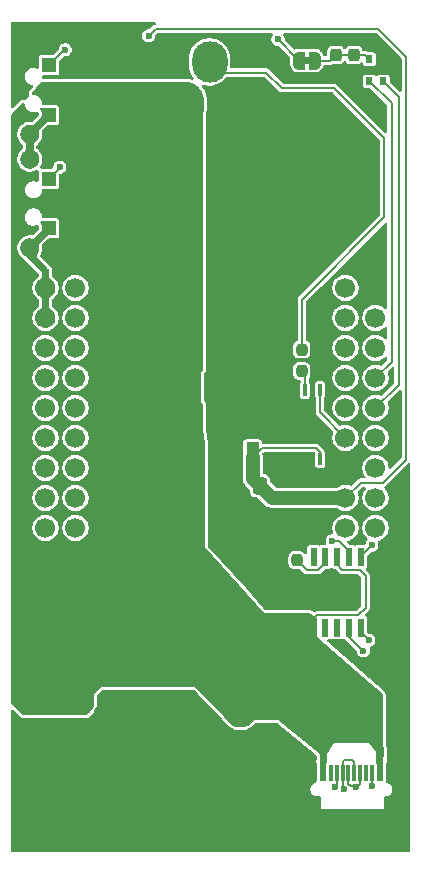
<source format=gtl>
%TF.GenerationSoftware,KiCad,Pcbnew,9.0.6*%
%TF.CreationDate,2025-12-14T22:48:58+01:00*%
%TF.ProjectId,ledBrain,6c656442-7261-4696-9e2e-6b696361645f,rev?*%
%TF.SameCoordinates,Original*%
%TF.FileFunction,Copper,L1,Top*%
%TF.FilePolarity,Positive*%
%FSLAX46Y46*%
G04 Gerber Fmt 4.6, Leading zero omitted, Abs format (unit mm)*
G04 Created by KiCad (PCBNEW 9.0.6) date 2025-12-14 22:48:58*
%MOMM*%
%LPD*%
G01*
G04 APERTURE LIST*
G04 Aperture macros list*
%AMRoundRect*
0 Rectangle with rounded corners*
0 $1 Rounding radius*
0 $2 $3 $4 $5 $6 $7 $8 $9 X,Y pos of 4 corners*
0 Add a 4 corners polygon primitive as box body*
4,1,4,$2,$3,$4,$5,$6,$7,$8,$9,$2,$3,0*
0 Add four circle primitives for the rounded corners*
1,1,$1+$1,$2,$3*
1,1,$1+$1,$4,$5*
1,1,$1+$1,$6,$7*
1,1,$1+$1,$8,$9*
0 Add four rect primitives between the rounded corners*
20,1,$1+$1,$2,$3,$4,$5,0*
20,1,$1+$1,$4,$5,$6,$7,0*
20,1,$1+$1,$6,$7,$8,$9,0*
20,1,$1+$1,$8,$9,$2,$3,0*%
%AMFreePoly0*
4,1,23,0.500000,-0.750000,0.000000,-0.750000,0.000000,-0.745722,-0.065263,-0.745722,-0.191342,-0.711940,-0.304381,-0.646677,-0.396677,-0.554381,-0.461940,-0.441342,-0.495722,-0.315263,-0.495722,-0.250000,-0.500000,-0.250000,-0.500000,0.250000,-0.495722,0.250000,-0.495722,0.315263,-0.461940,0.441342,-0.396677,0.554381,-0.304381,0.646677,-0.191342,0.711940,-0.065263,0.745722,0.000000,0.745722,
0.000000,0.750000,0.500000,0.750000,0.500000,-0.750000,0.500000,-0.750000,$1*%
%AMFreePoly1*
4,1,23,0.000000,0.745722,0.065263,0.745722,0.191342,0.711940,0.304381,0.646677,0.396677,0.554381,0.461940,0.441342,0.495722,0.315263,0.495722,0.250000,0.500000,0.250000,0.500000,-0.250000,0.495722,-0.250000,0.495722,-0.315263,0.461940,-0.441342,0.396677,-0.554381,0.304381,-0.646677,0.191342,-0.711940,0.065263,-0.745722,0.000000,-0.745722,0.000000,-0.750000,-0.500000,-0.750000,
-0.500000,0.750000,0.000000,0.750000,0.000000,0.745722,0.000000,0.745722,$1*%
G04 Aperture macros list end*
%TA.AperFunction,EtchedComponent*%
%ADD10C,0.000000*%
%TD*%
%TA.AperFunction,SMDPad,CuDef*%
%ADD11R,0.600000X1.500000*%
%TD*%
%TA.AperFunction,SMDPad,CuDef*%
%ADD12R,3.300000X2.100000*%
%TD*%
%TA.AperFunction,SMDPad,CuDef*%
%ADD13RoundRect,0.250000X-0.337500X-0.475000X0.337500X-0.475000X0.337500X0.475000X-0.337500X0.475000X0*%
%TD*%
%TA.AperFunction,ComponentPad*%
%ADD14C,1.700000*%
%TD*%
%TA.AperFunction,SMDPad,CuDef*%
%ADD15R,0.990000X0.880000*%
%TD*%
%TA.AperFunction,SMDPad,CuDef*%
%ADD16FreePoly0,0.000000*%
%TD*%
%TA.AperFunction,SMDPad,CuDef*%
%ADD17FreePoly1,0.000000*%
%TD*%
%TA.AperFunction,SMDPad,CuDef*%
%ADD18R,1.200000X1.200000*%
%TD*%
%TA.AperFunction,ComponentPad*%
%ADD19C,1.600000*%
%TD*%
%TA.AperFunction,SMDPad,CuDef*%
%ADD20RoundRect,0.237500X0.237500X-0.300000X0.237500X0.300000X-0.237500X0.300000X-0.237500X-0.300000X0*%
%TD*%
%TA.AperFunction,SMDPad,CuDef*%
%ADD21R,1.100000X2.500000*%
%TD*%
%TA.AperFunction,SMDPad,CuDef*%
%ADD22R,3.600000X2.340000*%
%TD*%
%TA.AperFunction,SMDPad,CuDef*%
%ADD23RoundRect,0.237500X-0.237500X0.250000X-0.237500X-0.250000X0.237500X-0.250000X0.237500X0.250000X0*%
%TD*%
%TA.AperFunction,SMDPad,CuDef*%
%ADD24RoundRect,0.237500X-0.237500X0.300000X-0.237500X-0.300000X0.237500X-0.300000X0.237500X0.300000X0*%
%TD*%
%TA.AperFunction,ComponentPad*%
%ADD25O,1.000000X2.100000*%
%TD*%
%TA.AperFunction,ComponentPad*%
%ADD26O,1.000000X1.800000*%
%TD*%
%TA.AperFunction,SMDPad,CuDef*%
%ADD27R,0.600000X1.375000*%
%TD*%
%TA.AperFunction,SMDPad,CuDef*%
%ADD28R,0.300000X1.375000*%
%TD*%
%TA.AperFunction,ComponentPad*%
%ADD29C,2.500000*%
%TD*%
%TA.AperFunction,ComponentPad*%
%ADD30C,1.800000*%
%TD*%
%TA.AperFunction,SMDPad,CuDef*%
%ADD31RoundRect,0.237500X0.237500X-0.250000X0.237500X0.250000X-0.237500X0.250000X-0.237500X-0.250000X0*%
%TD*%
%TA.AperFunction,SMDPad,CuDef*%
%ADD32R,0.300000X0.990000*%
%TD*%
%TA.AperFunction,ComponentPad*%
%ADD33O,3.000000X3.500000*%
%TD*%
%TA.AperFunction,ComponentPad*%
%ADD34O,3.800000X1.500000*%
%TD*%
%TA.AperFunction,ComponentPad*%
%ADD35O,1.500000X3.400000*%
%TD*%
%TA.AperFunction,SMDPad,CuDef*%
%ADD36R,0.570000X0.640000*%
%TD*%
%TA.AperFunction,ViaPad*%
%ADD37C,0.600000*%
%TD*%
%TA.AperFunction,Conductor*%
%ADD38C,0.200000*%
%TD*%
%TA.AperFunction,Conductor*%
%ADD39C,1.200000*%
%TD*%
%TA.AperFunction,Conductor*%
%ADD40C,0.600000*%
%TD*%
G04 APERTURE END LIST*
D10*
%TA.AperFunction,EtchedComponent*%
%TO.C,JP2*%
G36*
X172480000Y-37190000D02*
G01*
X171980000Y-37190000D01*
X171980000Y-36590000D01*
X172480000Y-36590000D01*
X172480000Y-37190000D01*
G37*
%TD.AperFunction*%
%TD*%
D11*
%TO.P,U3,1,VHV*%
%TO.N,VBUS*%
X172800000Y-84900000D03*
%TO.P,U3,2,CFG2/SCL*%
%TO.N,unconnected-(U3-CFG2{slash}SCL-Pad2)*%
X173800000Y-84900000D03*
%TO.P,U3,3,CFG3/SDA*%
%TO.N,unconnected-(U3-CFG3{slash}SDA-Pad3)*%
X174800000Y-84900000D03*
%TO.P,U3,4,DP*%
%TO.N,DP*%
X175800000Y-84900000D03*
%TO.P,U3,5,DM*%
%TO.N,DM*%
X176800000Y-84900000D03*
%TO.P,U3,6,CC2*%
%TO.N,CC2*%
X176800000Y-78900000D03*
%TO.P,U3,7,CC1*%
%TO.N,CC1*%
X175800000Y-78900000D03*
%TO.P,U3,8,VBUS*%
%TO.N,VBUS*%
X174800000Y-78900000D03*
%TO.P,U3,9,CFG1*%
%TO.N,Net-(U3-CFG1)*%
X173800000Y-78900000D03*
%TO.P,U3,10,PG*%
%TO.N,unconnected-(U3-PG-Pad10)*%
X172800000Y-78900000D03*
D12*
%TO.P,U3,11,GND*%
%TO.N,GND*%
X174800000Y-81900000D03*
%TD*%
D13*
%TO.P,C4,1*%
%TO.N,VBUS*%
X162362500Y-74920000D03*
%TO.P,C4,2*%
%TO.N,GND*%
X164437500Y-74920000D03*
%TD*%
D14*
%TO.P,U1,1,GND*%
%TO.N,GND*%
X150100000Y-56130000D03*
%TO.P,U1,2,GND\u002A*%
X150100000Y-58670000D03*
%TO.P,U1,3,S_VN*%
%TO.N,unconnected-(U1-S_VN-Pad3)*%
X150100000Y-61210000D03*
%TO.P,U1,4,IO35*%
%TO.N,unconnected-(U1-IO35-Pad4)*%
X150100000Y-63750000D03*
%TO.P,U1,5,IO33*%
%TO.N,IO33{slash}MAINBUTTON*%
X150100000Y-66290000D03*
%TO.P,U1,6,IO34*%
%TO.N,IO34{slash}SECOND BUTTON*%
X150100000Y-68830000D03*
%TO.P,U1,7,IO14*%
%TO.N,unconnected-(U1-IO14-Pad7)*%
X150100000Y-71370000D03*
%TO.P,U1,8,3v3\u002A*%
%TO.N,unconnected-(U1-3v3\u002A-Pad8)*%
X150100000Y-73910000D03*
%TO.P,U1,9,5vF\u002A*%
%TO.N,unconnected-(U1-5vF\u002A-Pad9)*%
X150100000Y-76450000D03*
%TO.P,U1,10,EN*%
%TO.N,unconnected-(U1-EN-Pad10)*%
X152640000Y-56130000D03*
%TO.P,U1,11,S_VP*%
%TO.N,unconnected-(U1-S_VP-Pad11)*%
X152640000Y-58670000D03*
%TO.P,U1,12,IO26*%
%TO.N,unconnected-(U1-IO26-Pad12)*%
X152640000Y-61210000D03*
%TO.P,U1,13,IO18*%
%TO.N,unconnected-(U1-IO18-Pad13)*%
X152640000Y-63750000D03*
%TO.P,U1,14,IO19*%
%TO.N,unconnected-(U1-IO19-Pad14)*%
X152640000Y-66290000D03*
%TO.P,U1,15,IO23*%
%TO.N,unconnected-(U1-IO23-Pad15)*%
X152640000Y-68830000D03*
%TO.P,U1,16,IO5*%
%TO.N,unconnected-(U1-IO5-Pad16)*%
X152640000Y-71370000D03*
%TO.P,U1,17,3v3*%
%TO.N,+3.3V*%
X152640000Y-73910000D03*
%TO.P,U1,18,IO13*%
%TO.N,unconnected-(U1-IO13-Pad18)*%
X152640000Y-76450000D03*
%TO.P,U1,19,TXD*%
%TO.N,unconnected-(U1-TXD-Pad19)*%
X175500000Y-56130000D03*
%TO.P,U1,20,RXD*%
%TO.N,unconnected-(U1-RXD-Pad20)*%
X175500000Y-58670000D03*
%TO.P,U1,21,IO22*%
%TO.N,unconnected-(U1-IO22-Pad21)*%
X175500000Y-61210000D03*
%TO.P,U1,22,IO21*%
%TO.N,unconnected-(U1-IO21-Pad22)*%
X175500000Y-63750000D03*
%TO.P,U1,23,IO17*%
%TO.N,unconnected-(U1-IO17-Pad23)*%
X175500000Y-66290000D03*
%TO.P,U1,24,IO16*%
%TO.N,IO16{slash}LED1*%
X175500000Y-68830000D03*
%TO.P,U1,25,GND*%
%TO.N,GND*%
X175500000Y-71370000D03*
%TO.P,U1,26,5v0*%
%TO.N,+5V*%
X175500000Y-73910000D03*
%TO.P,U1,27,IO15*%
%TO.N,unconnected-(U1-IO15-Pad27)*%
X175500000Y-76450000D03*
%TO.P,U1,28,GND*%
%TO.N,GND*%
X178040000Y-56130000D03*
%TO.P,U1,29,IO27*%
%TO.N,unconnected-(U1-IO27-Pad29)*%
X178040000Y-58670000D03*
%TO.P,U1,30,IO25*%
%TO.N,unconnected-(U1-IO25-Pad30)*%
X178040000Y-61210000D03*
%TO.P,U1,31,IO32*%
%TO.N,IO32{slash}MIC DATA*%
X178040000Y-63750000D03*
%TO.P,U1,32,IO12*%
%TO.N,IO12{slash}MIC CLK*%
X178040000Y-66290000D03*
%TO.P,U1,33,IO_4*%
%TO.N,unconnected-(U1-IO_4-Pad33)*%
X178040000Y-68830000D03*
%TO.P,U1,34,IO_0*%
%TO.N,unconnected-(U1-IO_0-Pad34)*%
X178040000Y-71370000D03*
%TO.P,U1,35,IO_2*%
%TO.N,unconnected-(U1-IO_2-Pad35)*%
X178040000Y-73910000D03*
%TO.P,U1,36,NC*%
%TO.N,unconnected-(U1-NC-Pad36)*%
X178040000Y-76450000D03*
%TD*%
D13*
%TO.P,C7,1*%
%TO.N,GND*%
X166182500Y-72900000D03*
%TO.P,C7,2*%
%TO.N,+5V*%
X168257500Y-72900000D03*
%TD*%
D15*
%TO.P,D1,1,K*%
%TO.N,VBUS*%
X169500000Y-84280000D03*
%TO.P,D1,2,A*%
%TO.N,GND*%
X169500000Y-80900000D03*
%TD*%
D16*
%TO.P,JP2,1,A*%
%TO.N,+3.3V*%
X171580000Y-36890000D03*
D17*
%TO.P,JP2,2,B*%
%TO.N,Net-(JP2-B)*%
X172880000Y-36890000D03*
%TD*%
D13*
%TO.P,C5,1*%
%TO.N,VBUS*%
X162362500Y-76940000D03*
%TO.P,C5,2*%
%TO.N,GND*%
X164437500Y-76940000D03*
%TD*%
D18*
%TO.P,SW2,1,1*%
%TO.N,IO33{slash}MAINBUTTON*%
X150370000Y-46890000D03*
%TO.P,SW2,2,2*%
%TO.N,GND*%
X150370000Y-51090000D03*
D19*
%TO.P,SW2,3,3*%
X148770000Y-52740000D03*
%TO.P,SW2,4,4*%
X148770000Y-45240000D03*
%TD*%
D20*
%TO.P,C3,1*%
%TO.N,VBUS*%
X171400000Y-84290000D03*
%TO.P,C3,2*%
%TO.N,GND*%
X171400000Y-82565000D03*
%TD*%
D21*
%TO.P,U4,1,VIN*%
%TO.N,VBUS*%
X163040000Y-70470000D03*
%TO.P,U4,2,GND*%
%TO.N,GND*%
X165340000Y-70470000D03*
%TO.P,U4,3,VOUT*%
%TO.N,+5V*%
X167640000Y-70470000D03*
D22*
%TO.P,U4,4,GND*%
%TO.N,GND*%
X165340000Y-64530000D03*
%TD*%
D18*
%TO.P,SW3,1,1*%
%TO.N,IO34{slash}SECOND BUTTON*%
X150370000Y-37290000D03*
%TO.P,SW3,2,2*%
%TO.N,GND*%
X150370000Y-41490000D03*
D19*
%TO.P,SW3,3,3*%
X148770000Y-43140000D03*
%TO.P,SW3,4,4*%
X148770000Y-35640000D03*
%TD*%
D23*
%TO.P,R1,1*%
%TO.N,LED DATA OUT*%
X171800000Y-61357500D03*
%TO.P,R1,2*%
%TO.N,Net-(U5-1Y)*%
X171800000Y-63182500D03*
%TD*%
D20*
%TO.P,C1,1*%
%TO.N,+5V*%
X173540000Y-73962500D03*
%TO.P,C1,2*%
%TO.N,GND*%
X173540000Y-72237500D03*
%TD*%
%TO.P,C9,1*%
%TO.N,GND*%
X176190000Y-38152500D03*
%TO.P,C9,2*%
%TO.N,Net-(JP2-B)*%
X176190000Y-36427500D03*
%TD*%
D24*
%TO.P,C2,1*%
%TO.N,GND*%
X172000000Y-72237500D03*
%TO.P,C2,2*%
%TO.N,+5V*%
X172000000Y-73962500D03*
%TD*%
D25*
%TO.P,USB1,1,SHELL*%
%TO.N,GND*%
X171680000Y-98115000D03*
%TO.P,USB1,2,SHELL*%
X180320000Y-98115000D03*
D26*
%TO.P,USB1,3,SHELL*%
X171680000Y-102265000D03*
%TO.P,USB1,4,SHELL*%
X180320000Y-102265000D03*
D27*
%TO.P,USB1,A1B12,GND*%
X172800000Y-97205000D03*
%TO.P,USB1,A4B9,VBUS*%
%TO.N,VBUS*%
X173600000Y-97205000D03*
D28*
%TO.P,USB1,A5,CC1*%
%TO.N,CC1*%
X174750000Y-97205000D03*
%TO.P,USB1,A6,DP1*%
%TO.N,DP*%
X175750000Y-97205000D03*
%TO.P,USB1,A7,DN1*%
%TO.N,DM*%
X176250000Y-97205000D03*
%TO.P,USB1,A8,SBU1*%
%TO.N,unconnected-(USB1-SBU1-PadA8)*%
X177250000Y-97205000D03*
D27*
%TO.P,USB1,B1A12,GND*%
%TO.N,GND*%
X179200000Y-97205000D03*
%TO.P,USB1,B4A9,VBUS*%
%TO.N,VBUS*%
X178400000Y-97205000D03*
D28*
%TO.P,USB1,B5,CC2*%
%TO.N,CC2*%
X177750000Y-97205000D03*
%TO.P,USB1,B6,DP2*%
%TO.N,DP*%
X176750000Y-97205000D03*
%TO.P,USB1,B7,DN2*%
%TO.N,DM*%
X175250000Y-97205000D03*
%TO.P,USB1,B8,SBU2*%
%TO.N,unconnected-(USB1-SBU2-PadB8)*%
X174250000Y-97205000D03*
%TD*%
D29*
%TO.P,CN1,1,-*%
%TO.N,GND*%
X161500000Y-91987500D03*
%TO.P,CN1,2,+*%
%TO.N,VBUS*%
X166500000Y-91987500D03*
D30*
%TO.P,CN1,3,3*%
%TO.N,GND*%
X169500000Y-101987500D03*
%TO.P,CN1,4,4*%
X158500000Y-101987500D03*
%TD*%
D31*
%TO.P,Rset1,1*%
%TO.N,GND*%
X171400000Y-81012500D03*
%TO.P,Rset1,2*%
%TO.N,Net-(U3-CFG1)*%
X171400000Y-79187500D03*
%TD*%
D32*
%TO.P,U5,1,1A*%
%TO.N,IO16{slash}LED1*%
X173350000Y-64770000D03*
%TO.P,U5,2,1B*%
%TO.N,GND*%
X172700000Y-64770000D03*
%TO.P,U5,3,1Y*%
%TO.N,Net-(U5-1Y)*%
X172050000Y-64770000D03*
%TO.P,U5,4,2A*%
%TO.N,GND*%
X171400000Y-64770000D03*
%TO.P,U5,5,2B*%
X170750000Y-64770000D03*
%TO.P,U5,6,2Y*%
X170100000Y-64770000D03*
%TO.P,U5,7,GND*%
X169450000Y-64770000D03*
%TO.P,U5,8,3Y*%
X169450000Y-70630000D03*
%TO.P,U5,9,3A*%
X170100000Y-70630000D03*
%TO.P,U5,10,3B*%
X170750000Y-70630000D03*
%TO.P,U5,11,4Y*%
X171400000Y-70630000D03*
%TO.P,U5,12,4A*%
X172050000Y-70630000D03*
%TO.P,U5,13,4B*%
X172700000Y-70630000D03*
%TO.P,U5,14,VCC*%
%TO.N,+5V*%
X173350000Y-70630000D03*
%TD*%
D33*
%TO.P,U2,1,1*%
%TO.N,GND*%
X166000000Y-40460000D03*
%TO.P,U2,2,2*%
%TO.N,LED DATA OUT*%
X164000000Y-37000000D03*
%TO.P,U2,3,3*%
%TO.N,VBUS*%
X162000000Y-40460000D03*
%TD*%
D34*
%TO.P,DC1,1,1*%
%TO.N,VBUS*%
X152170000Y-91500000D03*
%TO.P,DC1,2,2*%
%TO.N,GND*%
X152170000Y-97500000D03*
D35*
%TO.P,DC1,3,3*%
X156830000Y-94000000D03*
%TD*%
D36*
%TO.P,MIC2,1,VDD*%
%TO.N,Net-(JP2-B)*%
X177530000Y-36770000D03*
%TO.P,MIC2,2,GND*%
%TO.N,GND*%
X177530000Y-37710000D03*
%TO.P,MIC2,3,DATA*%
%TO.N,IO32{slash}MIC DATA*%
X177530000Y-38650000D03*
%TO.P,MIC2,4,CLK*%
%TO.N,IO12{slash}MIC CLK*%
X178690000Y-38650000D03*
%TO.P,MIC2,5,GND*%
%TO.N,GND*%
X178690000Y-37710000D03*
%TO.P,MIC2,6,L/R*%
X178690000Y-36770000D03*
%TD*%
D13*
%TO.P,C6,1*%
%TO.N,VBUS*%
X162362500Y-72900000D03*
%TO.P,C6,2*%
%TO.N,GND*%
X164437500Y-72900000D03*
%TD*%
D20*
%TO.P,C8,1*%
%TO.N,GND*%
X174670000Y-38152500D03*
%TO.P,C8,2*%
%TO.N,Net-(JP2-B)*%
X174670000Y-36427500D03*
%TD*%
D37*
%TO.N,+5V*%
X158830000Y-34790000D03*
%TO.N,GND*%
X169500000Y-79100000D03*
X152000000Y-101600000D03*
X164500000Y-69100000D03*
X154500000Y-99100000D03*
X159500000Y-36600000D03*
X167000000Y-36600000D03*
X159500000Y-91600000D03*
X167000000Y-66600000D03*
X149500000Y-96600000D03*
X164500000Y-56600000D03*
X157000000Y-91600000D03*
X169500000Y-61600000D03*
X159500000Y-96600000D03*
X169500000Y-71600000D03*
X172000000Y-69100000D03*
X169500000Y-96600000D03*
X167000000Y-51600000D03*
X179500000Y-81600000D03*
X179500000Y-69100000D03*
X174500000Y-51600000D03*
X177000000Y-46600000D03*
X164500000Y-59100000D03*
X172000000Y-49100000D03*
X172000000Y-41600000D03*
X169500000Y-36600000D03*
X169500000Y-51600000D03*
X172000000Y-46600000D03*
X162000000Y-99100000D03*
X154500000Y-94100000D03*
X164500000Y-46600000D03*
X179500000Y-66600000D03*
X164500000Y-66600000D03*
X149500000Y-99100000D03*
X179500000Y-74100000D03*
X179500000Y-101600000D03*
X157000000Y-36600000D03*
X172000000Y-54100000D03*
X157000000Y-96600000D03*
X167000000Y-94100000D03*
X164500000Y-54100000D03*
X169500000Y-49100000D03*
X177000000Y-54100000D03*
X169500000Y-46600000D03*
X174500000Y-101600000D03*
X179500000Y-86600000D03*
X179500000Y-79100000D03*
X162000000Y-94100000D03*
X167000000Y-101600000D03*
X177000000Y-49100000D03*
X167000000Y-59100000D03*
X167000000Y-96600000D03*
X152000000Y-94100000D03*
X174500000Y-46600000D03*
X174500000Y-41600000D03*
X179500000Y-84100000D03*
X164500000Y-44100000D03*
X172000000Y-51600000D03*
X164500000Y-101600000D03*
X154500000Y-101600000D03*
X179500000Y-89100000D03*
X169500000Y-66600000D03*
X149500000Y-34100000D03*
X179500000Y-96600000D03*
X172000000Y-66600000D03*
X157000000Y-101600000D03*
X167000000Y-99100000D03*
X152000000Y-99100000D03*
X167000000Y-79100000D03*
X169500000Y-54100000D03*
X159500000Y-99100000D03*
X162000000Y-96600000D03*
X167000000Y-76600000D03*
X167000000Y-46600000D03*
X172000000Y-76600000D03*
X172000000Y-44100000D03*
X174500000Y-49100000D03*
X167000000Y-49100000D03*
X162000000Y-101600000D03*
X169500000Y-56600000D03*
X169500000Y-69100000D03*
X167000000Y-44100000D03*
X169500000Y-76600000D03*
X169500000Y-59100000D03*
X174500000Y-44100000D03*
X179500000Y-76600000D03*
X149500000Y-94100000D03*
X177000000Y-44100000D03*
X169500000Y-41600000D03*
X149500000Y-101600000D03*
X164500000Y-99100000D03*
X169500000Y-94100000D03*
X164500000Y-96600000D03*
X164500000Y-49100000D03*
X172000000Y-96600000D03*
X164500000Y-61600000D03*
X167000000Y-54100000D03*
X167000000Y-56600000D03*
X164500000Y-94100000D03*
X157000000Y-99100000D03*
X159500000Y-94100000D03*
X177000000Y-101600000D03*
X179500000Y-94100000D03*
X179500000Y-91600000D03*
X169500000Y-99100000D03*
X164500000Y-51600000D03*
X169500000Y-44100000D03*
X154500000Y-96600000D03*
X167000000Y-61600000D03*
%TO.N,VBUS*%
X157000000Y-79100000D03*
X159500000Y-71600000D03*
X157000000Y-71600000D03*
X159500000Y-41600000D03*
X159500000Y-39100000D03*
X157000000Y-41600000D03*
X149500000Y-81600000D03*
X154500000Y-86600000D03*
X157000000Y-39100000D03*
X159500000Y-89100000D03*
X159500000Y-84100000D03*
X159500000Y-66600000D03*
X157000000Y-56600000D03*
X159500000Y-46600000D03*
X157000000Y-66600000D03*
X152000000Y-86600000D03*
X159500000Y-54100000D03*
X159500000Y-59100000D03*
X154500000Y-74100000D03*
X157000000Y-49100000D03*
X162000000Y-71600000D03*
X162000000Y-66600000D03*
X162000000Y-61600000D03*
X154500000Y-64100000D03*
X157000000Y-61600000D03*
X157000000Y-84100000D03*
X162000000Y-54100000D03*
X157000000Y-86600000D03*
X159500000Y-64100000D03*
X159500000Y-61600000D03*
X154500000Y-89100000D03*
X157000000Y-54100000D03*
X154500000Y-41600000D03*
X149500000Y-79100000D03*
X154500000Y-59100000D03*
X162000000Y-59100000D03*
X162000000Y-49100000D03*
X154500000Y-76600000D03*
X154500000Y-71600000D03*
X154500000Y-44100000D03*
X149500000Y-86600000D03*
X154500000Y-79100000D03*
X159500000Y-81600000D03*
X154500000Y-84100000D03*
X162000000Y-81600000D03*
X157000000Y-69100000D03*
X152000000Y-54100000D03*
X152000000Y-79100000D03*
X162000000Y-86600000D03*
X152000000Y-51600000D03*
X154500000Y-56600000D03*
X157000000Y-64100000D03*
X159500000Y-79100000D03*
X162000000Y-84100000D03*
X159500000Y-51600000D03*
X154500000Y-61600000D03*
X157000000Y-44100000D03*
X159500000Y-74100000D03*
X157000000Y-76600000D03*
X157000000Y-74100000D03*
X154500000Y-81600000D03*
X159500000Y-56600000D03*
X152000000Y-84100000D03*
X152000000Y-49100000D03*
X162000000Y-51600000D03*
X152000000Y-89100000D03*
X162000000Y-44100000D03*
X157000000Y-46600000D03*
X162000000Y-64100000D03*
X162000000Y-79100000D03*
X162000000Y-46600000D03*
X154500000Y-69100000D03*
X159500000Y-86600000D03*
X157000000Y-89100000D03*
X154500000Y-46600000D03*
X149500000Y-89100000D03*
X152000000Y-81600000D03*
X162000000Y-56600000D03*
X154500000Y-54100000D03*
X159500000Y-49100000D03*
X159500000Y-44100000D03*
X149500000Y-84100000D03*
X162000000Y-69100000D03*
X154500000Y-51600000D03*
X162000000Y-89100000D03*
X159500000Y-69100000D03*
X159500000Y-76600000D03*
X157000000Y-59100000D03*
X157000000Y-51600000D03*
X152000000Y-46600000D03*
X154500000Y-49100000D03*
X152000000Y-44100000D03*
X157000000Y-81600000D03*
X154500000Y-66600000D03*
%TO.N,+3.3V*%
X169790000Y-35100000D03*
%TO.N,IO33{slash}MAINBUTTON*%
X151300000Y-45920000D03*
%TO.N,IO34{slash}SECOND BUTTON*%
X151760000Y-35970000D03*
%TO.N,DP*%
X176432717Y-98391430D03*
X177020000Y-86870000D03*
%TO.N,CC2*%
X177720000Y-77930000D03*
X177750000Y-98300000D03*
%TO.N,CC1*%
X174584251Y-98357315D03*
X174400000Y-77540000D03*
%TO.N,DM*%
X177475000Y-85975000D03*
X175349037Y-98592064D03*
%TD*%
D38*
%TO.N,+5V*%
X159420000Y-34200000D02*
X178240000Y-34200000D01*
X173350000Y-70630000D02*
X173350000Y-70033000D01*
X180600000Y-36560000D02*
X180600000Y-70675760D01*
D39*
X167640000Y-72282500D02*
X168257500Y-72900000D01*
D38*
X168410000Y-69700000D02*
X167640000Y-70470000D01*
X173017000Y-69700000D02*
X168410000Y-69700000D01*
X173350000Y-70033000D02*
X173017000Y-69700000D01*
X178645760Y-72630000D02*
X176780000Y-72630000D01*
X176780000Y-72630000D02*
X175500000Y-73910000D01*
D39*
X175500000Y-73910000D02*
X169267500Y-73910000D01*
D38*
X178240000Y-34200000D02*
X180600000Y-36560000D01*
D39*
X169267500Y-73910000D02*
X168257500Y-72900000D01*
D38*
X158830000Y-34790000D02*
X159420000Y-34200000D01*
D39*
X167640000Y-70470000D02*
X167640000Y-72282500D01*
D38*
X180600000Y-70675760D02*
X178645760Y-72630000D01*
D40*
%TO.N,GND*%
X148770000Y-45240000D02*
X148770000Y-43090000D01*
D38*
X148770000Y-53370000D02*
X148770000Y-52740000D01*
D40*
X150370000Y-51140000D02*
X148770000Y-52740000D01*
X150370000Y-51090000D02*
X150370000Y-51140000D01*
X150100000Y-58670000D02*
X150100000Y-54700000D01*
X150100000Y-54700000D02*
X148770000Y-53370000D01*
X148770000Y-43090000D02*
X150370000Y-41490000D01*
D38*
%TO.N,VBUS*%
X172800000Y-84151000D02*
X172800000Y-84900000D01*
X176700000Y-80000000D02*
X177200000Y-80500000D01*
X173102000Y-83849000D02*
X172800000Y-84151000D01*
X174800000Y-79552000D02*
X175248000Y-80000000D01*
X176551000Y-83849000D02*
X173102000Y-83849000D01*
X177200000Y-83200000D02*
X176551000Y-83849000D01*
X175248000Y-80000000D02*
X176700000Y-80000000D01*
X174800000Y-78900000D02*
X174800000Y-79552000D01*
X177200000Y-80500000D02*
X177200000Y-83200000D01*
%TO.N,Net-(JP2-B)*%
X172880000Y-36890000D02*
X174207500Y-36890000D01*
X174670000Y-36427500D02*
X177187500Y-36427500D01*
X174207500Y-36890000D02*
X174670000Y-36427500D01*
X177187500Y-36427500D02*
X177530000Y-36770000D01*
%TO.N,+3.3V*%
X169790000Y-35100000D02*
X171580000Y-36890000D01*
%TO.N,IO32{slash}MIC DATA*%
X179400000Y-62390000D02*
X179400000Y-40520000D01*
X179400000Y-40520000D02*
X177530000Y-38650000D01*
X178040000Y-63750000D02*
X179400000Y-62390000D01*
%TO.N,IO12{slash}MIC CLK*%
X178040000Y-66290000D02*
X180000000Y-64330000D01*
X180000000Y-39960000D02*
X178690000Y-38650000D01*
X180000000Y-64330000D02*
X180000000Y-39960000D01*
%TO.N,LED DATA OUT*%
X178800000Y-43470000D02*
X174540000Y-39210000D01*
X164910000Y-37910000D02*
X164000000Y-37000000D01*
X174540000Y-39210000D02*
X170100000Y-39210000D01*
X168800000Y-37910000D02*
X164910000Y-37910000D01*
X171800000Y-57160000D02*
X178800000Y-50160000D01*
X171800000Y-61357500D02*
X171800000Y-57160000D01*
X178800000Y-50160000D02*
X178800000Y-43470000D01*
X170100000Y-39210000D02*
X168800000Y-37910000D01*
%TO.N,Net-(U5-1Y)*%
X172050000Y-63432500D02*
X171800000Y-63182500D01*
X172050000Y-64770000D02*
X172050000Y-63432500D01*
%TO.N,IO33{slash}MAINBUTTON*%
X151130000Y-46130000D02*
X150370000Y-46890000D01*
X151300000Y-45920000D02*
X151130000Y-46090000D01*
X151130000Y-46090000D02*
X151130000Y-46130000D01*
%TO.N,IO34{slash}SECOND BUTTON*%
X151760000Y-35970000D02*
X151690000Y-35970000D01*
X151690000Y-35970000D02*
X150370000Y-37290000D01*
%TO.N,Net-(U3-CFG1)*%
X171400000Y-79187500D02*
X172212500Y-80000000D01*
X173199000Y-80000000D02*
X173800000Y-79399000D01*
X172212500Y-80000000D02*
X173199000Y-80000000D01*
X173800000Y-79399000D02*
X173800000Y-78900000D01*
%TO.N,IO16{slash}LED1*%
X173350000Y-66680000D02*
X173350000Y-64770000D01*
X175500000Y-68830000D02*
X173350000Y-66680000D01*
%TO.N,DP*%
X176544500Y-98350000D02*
X176750000Y-98144500D01*
X177020000Y-86870000D02*
X176970000Y-86870000D01*
X176474147Y-98350000D02*
X176544500Y-98350000D01*
X176750000Y-98144500D02*
X176750000Y-97205000D01*
X175800000Y-85700000D02*
X175800000Y-84900000D01*
X176970000Y-86870000D02*
X175800000Y-85700000D01*
X175750000Y-98144500D02*
X175955500Y-98350000D01*
X175750000Y-97205000D02*
X175750000Y-98144500D01*
X175955500Y-98350000D02*
X176544500Y-98350000D01*
X176432717Y-98391430D02*
X176474147Y-98350000D01*
%TO.N,CC2*%
X177750000Y-98300000D02*
X177750000Y-97205000D01*
X176800000Y-78850000D02*
X177720000Y-77930000D01*
X176800000Y-78900000D02*
X176800000Y-78850000D01*
%TO.N,CC1*%
X174750000Y-98191566D02*
X174750000Y-97205000D01*
X174400000Y-77540000D02*
X174962240Y-77540000D01*
X174962240Y-77540000D02*
X175800000Y-78377760D01*
X174584251Y-98357315D02*
X174750000Y-98191566D01*
X175800000Y-78377760D02*
X175800000Y-78900000D01*
%TO.N,DM*%
X175349037Y-98592064D02*
X175250000Y-98493027D01*
X175415500Y-96100000D02*
X176084500Y-96100000D01*
X175250000Y-96265500D02*
X175415500Y-96100000D01*
X176250000Y-96265500D02*
X176250000Y-97205000D01*
X175250000Y-98493027D02*
X175250000Y-97205000D01*
X175250000Y-97205000D02*
X175250000Y-96265500D01*
X176084500Y-96100000D02*
X176250000Y-96265500D01*
X176800000Y-85300000D02*
X176800000Y-84900000D01*
X177475000Y-85975000D02*
X176800000Y-85300000D01*
%TD*%
%TA.AperFunction,Conductor*%
%TO.N,VBUS*%
G36*
X162219089Y-38706363D02*
G01*
X162774292Y-38891430D01*
X162819787Y-38918510D01*
X163101619Y-39182160D01*
X163116803Y-39199252D01*
X163345837Y-39510739D01*
X163365986Y-39553147D01*
X163501600Y-40077521D01*
X163506050Y-40094725D01*
X163510000Y-40125773D01*
X163510000Y-40772006D01*
X163508975Y-40787920D01*
X163400000Y-41629999D01*
X163400000Y-63081670D01*
X163380315Y-63148709D01*
X163363681Y-63169351D01*
X163356516Y-63176515D01*
X163300265Y-63260699D01*
X163300264Y-63260703D01*
X163285500Y-63334928D01*
X163285500Y-65725063D01*
X163300266Y-65799301D01*
X163356515Y-65883484D01*
X163363678Y-65890646D01*
X163397165Y-65951968D01*
X163400000Y-65978330D01*
X163400000Y-68200000D01*
X163598000Y-69289000D01*
X163600000Y-69311182D01*
X163600000Y-72328237D01*
X163599290Y-72341492D01*
X163595500Y-72376744D01*
X163595500Y-73423251D01*
X163595501Y-73423257D01*
X163599290Y-73458502D01*
X163600000Y-73471755D01*
X163600000Y-74348237D01*
X163599290Y-74361492D01*
X163595500Y-74396744D01*
X163595500Y-75443251D01*
X163595501Y-75443257D01*
X163599290Y-75478502D01*
X163600000Y-75491755D01*
X163600000Y-76368237D01*
X163599290Y-76381492D01*
X163595500Y-76416744D01*
X163595500Y-77463251D01*
X163595501Y-77463257D01*
X163599290Y-77498502D01*
X163600000Y-77511755D01*
X163600000Y-78100000D01*
X168599999Y-83699999D01*
X168599999Y-83700000D01*
X168600000Y-83700000D01*
X172496206Y-83700000D01*
X172563245Y-83719685D01*
X172574078Y-83727501D01*
X173063874Y-84122776D01*
X173103682Y-84180196D01*
X173110000Y-84219272D01*
X173110000Y-85690001D01*
X176409188Y-88587856D01*
X178657831Y-90562961D01*
X178695209Y-90621990D01*
X178700000Y-90656124D01*
X178700000Y-94600004D01*
X178728123Y-95449853D01*
X178728182Y-95455472D01*
X178717891Y-96295846D01*
X178697387Y-96362640D01*
X178697003Y-96363218D01*
X178660265Y-96418200D01*
X178660264Y-96418203D01*
X178645500Y-96492428D01*
X178645500Y-96492431D01*
X178645500Y-96492433D01*
X178645500Y-97154500D01*
X178645501Y-97778672D01*
X178642950Y-97787357D01*
X178644239Y-97796319D01*
X178633260Y-97820359D01*
X178625816Y-97845711D01*
X178618975Y-97851638D01*
X178615214Y-97859875D01*
X178592981Y-97874162D01*
X178573013Y-97891466D01*
X178562497Y-97893753D01*
X178556436Y-97897649D01*
X178521501Y-97902672D01*
X178278500Y-97902672D01*
X178211461Y-97882987D01*
X178165706Y-97830183D01*
X178154500Y-97778672D01*
X178154499Y-96492436D01*
X178154499Y-96492434D01*
X178139734Y-96418199D01*
X178139733Y-96418197D01*
X178139732Y-96418195D01*
X178109115Y-96372374D01*
X178088237Y-96305697D01*
X178088217Y-96303483D01*
X178088217Y-95452673D01*
X178088217Y-95452672D01*
X177478217Y-94702672D01*
X174568217Y-94702672D01*
X173908217Y-95599999D01*
X173905116Y-96313999D01*
X173885140Y-96380952D01*
X173884219Y-96382350D01*
X173860266Y-96418197D01*
X173860264Y-96418201D01*
X173845500Y-96492428D01*
X173845500Y-96492431D01*
X173845500Y-96492433D01*
X173845500Y-97154500D01*
X173845501Y-97778672D01*
X173842950Y-97787357D01*
X173844239Y-97796319D01*
X173833260Y-97820359D01*
X173825816Y-97845711D01*
X173818975Y-97851638D01*
X173815214Y-97859875D01*
X173792981Y-97874162D01*
X173773013Y-97891466D01*
X173762497Y-97893753D01*
X173756436Y-97897649D01*
X173721501Y-97902672D01*
X173478500Y-97902672D01*
X173411461Y-97882987D01*
X173365706Y-97830183D01*
X173354500Y-97778672D01*
X173354499Y-96492436D01*
X173354499Y-96492434D01*
X173339734Y-96418199D01*
X173325950Y-96397571D01*
X173305073Y-96330895D01*
X173305054Y-96328216D01*
X173308217Y-95600000D01*
X169800000Y-92700000D01*
X169799999Y-92700000D01*
X167799999Y-92700000D01*
X167414229Y-93085771D01*
X167382002Y-93108999D01*
X167026182Y-93286909D01*
X166970728Y-93300000D01*
X166229272Y-93300000D01*
X166173818Y-93286909D01*
X165817998Y-93108999D01*
X165785771Y-93085771D01*
X165201766Y-92501766D01*
X165198331Y-92498192D01*
X162800000Y-89900000D01*
X162799999Y-89900000D01*
X154799999Y-89900000D01*
X154200000Y-90499999D01*
X154200000Y-91470728D01*
X154186909Y-91526182D01*
X154008999Y-91882002D01*
X153985771Y-91914229D01*
X153636319Y-92263681D01*
X153574996Y-92297166D01*
X153548638Y-92300000D01*
X150800000Y-92300000D01*
X148251362Y-92300000D01*
X148184323Y-92280315D01*
X148163681Y-92263681D01*
X147236819Y-91336819D01*
X147203334Y-91275496D01*
X147200500Y-91249138D01*
X147200500Y-76363074D01*
X148995500Y-76363074D01*
X148995500Y-76536925D01*
X149022697Y-76708639D01*
X149022697Y-76708642D01*
X149076418Y-76873978D01*
X149076420Y-76873981D01*
X149155347Y-77028884D01*
X149257535Y-77169533D01*
X149380467Y-77292465D01*
X149521116Y-77394653D01*
X149655747Y-77463251D01*
X149676021Y-77473581D01*
X149841358Y-77527302D01*
X149841359Y-77527302D01*
X149841362Y-77527303D01*
X150013074Y-77554500D01*
X150013075Y-77554500D01*
X150186925Y-77554500D01*
X150186926Y-77554500D01*
X150358638Y-77527303D01*
X150358641Y-77527302D01*
X150358642Y-77527302D01*
X150523978Y-77473581D01*
X150523978Y-77473580D01*
X150523981Y-77473580D01*
X150678884Y-77394653D01*
X150819533Y-77292465D01*
X150942465Y-77169533D01*
X151044653Y-77028884D01*
X151123580Y-76873981D01*
X151177303Y-76708638D01*
X151204500Y-76536926D01*
X151204500Y-76363074D01*
X151535500Y-76363074D01*
X151535500Y-76536925D01*
X151562697Y-76708639D01*
X151562697Y-76708642D01*
X151616418Y-76873978D01*
X151616420Y-76873981D01*
X151695347Y-77028884D01*
X151797535Y-77169533D01*
X151920467Y-77292465D01*
X152061116Y-77394653D01*
X152195747Y-77463251D01*
X152216021Y-77473581D01*
X152381358Y-77527302D01*
X152381359Y-77527302D01*
X152381362Y-77527303D01*
X152553074Y-77554500D01*
X152553075Y-77554500D01*
X152726925Y-77554500D01*
X152726926Y-77554500D01*
X152898638Y-77527303D01*
X152898641Y-77527302D01*
X152898642Y-77527302D01*
X153063978Y-77473581D01*
X153063978Y-77473580D01*
X153063981Y-77473580D01*
X153218884Y-77394653D01*
X153359533Y-77292465D01*
X153482465Y-77169533D01*
X153584653Y-77028884D01*
X153663580Y-76873981D01*
X153717303Y-76708638D01*
X153744500Y-76536926D01*
X153744500Y-76363074D01*
X153717303Y-76191362D01*
X153717302Y-76191358D01*
X153717302Y-76191357D01*
X153663581Y-76026021D01*
X153599115Y-75899500D01*
X153584653Y-75871116D01*
X153482465Y-75730467D01*
X153359533Y-75607535D01*
X153218884Y-75505347D01*
X153166198Y-75478502D01*
X153063978Y-75426418D01*
X152898641Y-75372697D01*
X152769854Y-75352299D01*
X152726926Y-75345500D01*
X152553074Y-75345500D01*
X152495836Y-75354565D01*
X152381360Y-75372697D01*
X152381357Y-75372697D01*
X152216021Y-75426418D01*
X152061115Y-75505347D01*
X151980869Y-75563649D01*
X151920467Y-75607535D01*
X151920465Y-75607537D01*
X151920464Y-75607537D01*
X151797537Y-75730464D01*
X151797537Y-75730465D01*
X151797535Y-75730467D01*
X151779417Y-75755404D01*
X151695347Y-75871115D01*
X151616418Y-76026021D01*
X151562697Y-76191357D01*
X151562697Y-76191360D01*
X151535500Y-76363074D01*
X151204500Y-76363074D01*
X151177303Y-76191362D01*
X151177302Y-76191358D01*
X151177302Y-76191357D01*
X151123581Y-76026021D01*
X151059115Y-75899500D01*
X151044653Y-75871116D01*
X150942465Y-75730467D01*
X150819533Y-75607535D01*
X150678884Y-75505347D01*
X150626198Y-75478502D01*
X150523978Y-75426418D01*
X150358641Y-75372697D01*
X150229854Y-75352299D01*
X150186926Y-75345500D01*
X150013074Y-75345500D01*
X149955836Y-75354565D01*
X149841360Y-75372697D01*
X149841357Y-75372697D01*
X149676021Y-75426418D01*
X149521115Y-75505347D01*
X149440869Y-75563649D01*
X149380467Y-75607535D01*
X149380465Y-75607537D01*
X149380464Y-75607537D01*
X149257537Y-75730464D01*
X149257537Y-75730465D01*
X149257535Y-75730467D01*
X149239417Y-75755404D01*
X149155347Y-75871115D01*
X149076418Y-76026021D01*
X149022697Y-76191357D01*
X149022697Y-76191360D01*
X148995500Y-76363074D01*
X147200500Y-76363074D01*
X147200500Y-73823074D01*
X148995500Y-73823074D01*
X148995500Y-73996925D01*
X149022697Y-74168639D01*
X149022697Y-74168642D01*
X149076418Y-74333978D01*
X149108399Y-74396744D01*
X149155347Y-74488884D01*
X149257535Y-74629533D01*
X149380467Y-74752465D01*
X149521116Y-74854653D01*
X149676019Y-74933580D01*
X149676021Y-74933581D01*
X149841358Y-74987302D01*
X149841359Y-74987302D01*
X149841362Y-74987303D01*
X150013074Y-75014500D01*
X150013075Y-75014500D01*
X150186925Y-75014500D01*
X150186926Y-75014500D01*
X150358638Y-74987303D01*
X150358641Y-74987302D01*
X150358642Y-74987302D01*
X150523978Y-74933581D01*
X150523978Y-74933580D01*
X150523981Y-74933580D01*
X150678884Y-74854653D01*
X150819533Y-74752465D01*
X150942465Y-74629533D01*
X151044653Y-74488884D01*
X151123580Y-74333981D01*
X151177303Y-74168638D01*
X151204500Y-73996926D01*
X151204500Y-73823074D01*
X151535500Y-73823074D01*
X151535500Y-73996925D01*
X151562697Y-74168639D01*
X151562697Y-74168642D01*
X151616418Y-74333978D01*
X151648399Y-74396744D01*
X151695347Y-74488884D01*
X151797535Y-74629533D01*
X151920467Y-74752465D01*
X152061116Y-74854653D01*
X152216019Y-74933580D01*
X152216021Y-74933581D01*
X152381358Y-74987302D01*
X152381359Y-74987302D01*
X152381362Y-74987303D01*
X152553074Y-75014500D01*
X152553075Y-75014500D01*
X152726925Y-75014500D01*
X152726926Y-75014500D01*
X152898638Y-74987303D01*
X152898641Y-74987302D01*
X152898642Y-74987302D01*
X153063978Y-74933581D01*
X153063978Y-74933580D01*
X153063981Y-74933580D01*
X153218884Y-74854653D01*
X153359533Y-74752465D01*
X153482465Y-74629533D01*
X153584653Y-74488884D01*
X153663580Y-74333981D01*
X153717303Y-74168638D01*
X153744500Y-73996926D01*
X153744500Y-73823074D01*
X153717303Y-73651362D01*
X153717302Y-73651358D01*
X153717302Y-73651357D01*
X153663581Y-73486021D01*
X153631600Y-73423255D01*
X153584653Y-73331116D01*
X153482465Y-73190467D01*
X153359533Y-73067535D01*
X153218884Y-72965347D01*
X153129073Y-72919586D01*
X153063978Y-72886418D01*
X152898641Y-72832697D01*
X152769854Y-72812299D01*
X152726926Y-72805500D01*
X152553074Y-72805500D01*
X152495836Y-72814565D01*
X152381360Y-72832697D01*
X152381357Y-72832697D01*
X152216021Y-72886418D01*
X152061115Y-72965347D01*
X152034754Y-72984500D01*
X151920467Y-73067535D01*
X151920465Y-73067537D01*
X151920464Y-73067537D01*
X151797537Y-73190464D01*
X151797537Y-73190465D01*
X151797535Y-73190467D01*
X151753649Y-73250869D01*
X151695347Y-73331115D01*
X151616418Y-73486021D01*
X151562697Y-73651357D01*
X151562697Y-73651360D01*
X151535500Y-73823074D01*
X151204500Y-73823074D01*
X151177303Y-73651362D01*
X151177302Y-73651358D01*
X151177302Y-73651357D01*
X151123581Y-73486021D01*
X151091600Y-73423255D01*
X151044653Y-73331116D01*
X150942465Y-73190467D01*
X150819533Y-73067535D01*
X150678884Y-72965347D01*
X150589073Y-72919586D01*
X150523978Y-72886418D01*
X150358641Y-72832697D01*
X150229854Y-72812299D01*
X150186926Y-72805500D01*
X150013074Y-72805500D01*
X149955836Y-72814565D01*
X149841360Y-72832697D01*
X149841357Y-72832697D01*
X149676021Y-72886418D01*
X149521115Y-72965347D01*
X149494754Y-72984500D01*
X149380467Y-73067535D01*
X149380465Y-73067537D01*
X149380464Y-73067537D01*
X149257537Y-73190464D01*
X149257537Y-73190465D01*
X149257535Y-73190467D01*
X149213649Y-73250869D01*
X149155347Y-73331115D01*
X149076418Y-73486021D01*
X149022697Y-73651357D01*
X149022697Y-73651360D01*
X148995500Y-73823074D01*
X147200500Y-73823074D01*
X147200500Y-71283074D01*
X148995500Y-71283074D01*
X148995500Y-71456925D01*
X149022697Y-71628639D01*
X149022697Y-71628642D01*
X149076418Y-71793978D01*
X149140885Y-71920500D01*
X149155347Y-71948884D01*
X149257535Y-72089533D01*
X149380467Y-72212465D01*
X149521116Y-72314653D01*
X149676019Y-72393580D01*
X149676021Y-72393581D01*
X149841358Y-72447302D01*
X149841359Y-72447302D01*
X149841362Y-72447303D01*
X150013074Y-72474500D01*
X150013075Y-72474500D01*
X150186925Y-72474500D01*
X150186926Y-72474500D01*
X150358638Y-72447303D01*
X150358641Y-72447302D01*
X150358642Y-72447302D01*
X150523978Y-72393581D01*
X150523978Y-72393580D01*
X150523981Y-72393580D01*
X150678884Y-72314653D01*
X150819533Y-72212465D01*
X150942465Y-72089533D01*
X151044653Y-71948884D01*
X151123580Y-71793981D01*
X151139473Y-71745066D01*
X151177302Y-71628642D01*
X151177302Y-71628641D01*
X151177303Y-71628638D01*
X151204500Y-71456926D01*
X151204500Y-71283074D01*
X151535500Y-71283074D01*
X151535500Y-71456925D01*
X151562697Y-71628639D01*
X151562697Y-71628642D01*
X151616418Y-71793978D01*
X151680885Y-71920500D01*
X151695347Y-71948884D01*
X151797535Y-72089533D01*
X151920467Y-72212465D01*
X152061116Y-72314653D01*
X152216019Y-72393580D01*
X152216021Y-72393581D01*
X152381358Y-72447302D01*
X152381359Y-72447302D01*
X152381362Y-72447303D01*
X152553074Y-72474500D01*
X152553075Y-72474500D01*
X152726925Y-72474500D01*
X152726926Y-72474500D01*
X152898638Y-72447303D01*
X152898641Y-72447302D01*
X152898642Y-72447302D01*
X153063978Y-72393581D01*
X153063978Y-72393580D01*
X153063981Y-72393580D01*
X153218884Y-72314653D01*
X153359533Y-72212465D01*
X153482465Y-72089533D01*
X153584653Y-71948884D01*
X153663580Y-71793981D01*
X153679473Y-71745066D01*
X153717302Y-71628642D01*
X153717302Y-71628641D01*
X153717303Y-71628638D01*
X153744500Y-71456926D01*
X153744500Y-71283074D01*
X153717303Y-71111362D01*
X153717302Y-71111358D01*
X153717302Y-71111357D01*
X153663581Y-70946021D01*
X153663580Y-70946019D01*
X153584653Y-70791116D01*
X153482465Y-70650467D01*
X153359533Y-70527535D01*
X153218884Y-70425347D01*
X153063978Y-70346418D01*
X152898641Y-70292697D01*
X152769854Y-70272299D01*
X152726926Y-70265500D01*
X152553074Y-70265500D01*
X152495836Y-70274565D01*
X152381360Y-70292697D01*
X152381357Y-70292697D01*
X152216021Y-70346418D01*
X152061115Y-70425347D01*
X151980869Y-70483649D01*
X151920467Y-70527535D01*
X151920465Y-70527537D01*
X151920464Y-70527537D01*
X151797537Y-70650464D01*
X151797537Y-70650465D01*
X151797535Y-70650467D01*
X151753649Y-70710869D01*
X151695347Y-70791115D01*
X151616418Y-70946021D01*
X151562697Y-71111357D01*
X151562697Y-71111360D01*
X151535500Y-71283074D01*
X151204500Y-71283074D01*
X151177303Y-71111362D01*
X151177302Y-71111358D01*
X151177302Y-71111357D01*
X151123581Y-70946021D01*
X151123580Y-70946019D01*
X151044653Y-70791116D01*
X150942465Y-70650467D01*
X150819533Y-70527535D01*
X150678884Y-70425347D01*
X150523978Y-70346418D01*
X150358641Y-70292697D01*
X150229854Y-70272299D01*
X150186926Y-70265500D01*
X150013074Y-70265500D01*
X149955836Y-70274565D01*
X149841360Y-70292697D01*
X149841357Y-70292697D01*
X149676021Y-70346418D01*
X149521115Y-70425347D01*
X149440869Y-70483649D01*
X149380467Y-70527535D01*
X149380465Y-70527537D01*
X149380464Y-70527537D01*
X149257537Y-70650464D01*
X149257537Y-70650465D01*
X149257535Y-70650467D01*
X149213649Y-70710869D01*
X149155347Y-70791115D01*
X149076418Y-70946021D01*
X149022697Y-71111357D01*
X149022697Y-71111360D01*
X148995500Y-71283074D01*
X147200500Y-71283074D01*
X147200500Y-68743074D01*
X148995500Y-68743074D01*
X148995500Y-68916925D01*
X149022697Y-69088639D01*
X149022697Y-69088642D01*
X149076418Y-69253978D01*
X149076420Y-69253981D01*
X149155347Y-69408884D01*
X149257535Y-69549533D01*
X149380467Y-69672465D01*
X149521116Y-69774653D01*
X149676019Y-69853580D01*
X149676021Y-69853581D01*
X149841358Y-69907302D01*
X149841359Y-69907302D01*
X149841362Y-69907303D01*
X150013074Y-69934500D01*
X150013075Y-69934500D01*
X150186925Y-69934500D01*
X150186926Y-69934500D01*
X150358638Y-69907303D01*
X150358641Y-69907302D01*
X150358642Y-69907302D01*
X150523978Y-69853581D01*
X150523978Y-69853580D01*
X150523981Y-69853580D01*
X150678884Y-69774653D01*
X150819533Y-69672465D01*
X150942465Y-69549533D01*
X151044653Y-69408884D01*
X151123580Y-69253981D01*
X151123581Y-69253978D01*
X151177302Y-69088642D01*
X151177302Y-69088641D01*
X151177303Y-69088638D01*
X151204500Y-68916926D01*
X151204500Y-68743074D01*
X151535500Y-68743074D01*
X151535500Y-68916925D01*
X151562697Y-69088639D01*
X151562697Y-69088642D01*
X151616418Y-69253978D01*
X151616420Y-69253981D01*
X151695347Y-69408884D01*
X151797535Y-69549533D01*
X151920467Y-69672465D01*
X152061116Y-69774653D01*
X152216019Y-69853580D01*
X152216021Y-69853581D01*
X152381358Y-69907302D01*
X152381359Y-69907302D01*
X152381362Y-69907303D01*
X152553074Y-69934500D01*
X152553075Y-69934500D01*
X152726925Y-69934500D01*
X152726926Y-69934500D01*
X152898638Y-69907303D01*
X152898641Y-69907302D01*
X152898642Y-69907302D01*
X153063978Y-69853581D01*
X153063978Y-69853580D01*
X153063981Y-69853580D01*
X153218884Y-69774653D01*
X153359533Y-69672465D01*
X153482465Y-69549533D01*
X153584653Y-69408884D01*
X153663580Y-69253981D01*
X153663581Y-69253978D01*
X153717302Y-69088642D01*
X153717302Y-69088641D01*
X153717303Y-69088638D01*
X153744500Y-68916926D01*
X153744500Y-68743074D01*
X153717303Y-68571362D01*
X153717302Y-68571358D01*
X153717302Y-68571357D01*
X153663581Y-68406021D01*
X153584652Y-68251115D01*
X153482465Y-68110467D01*
X153359533Y-67987535D01*
X153218884Y-67885347D01*
X153129073Y-67839586D01*
X153063978Y-67806418D01*
X152898641Y-67752697D01*
X152769854Y-67732299D01*
X152726926Y-67725500D01*
X152553074Y-67725500D01*
X152495836Y-67734565D01*
X152381360Y-67752697D01*
X152381357Y-67752697D01*
X152216021Y-67806418D01*
X152061115Y-67885347D01*
X151980869Y-67943649D01*
X151920467Y-67987535D01*
X151920465Y-67987537D01*
X151920464Y-67987537D01*
X151797537Y-68110464D01*
X151797537Y-68110465D01*
X151797535Y-68110467D01*
X151753649Y-68170869D01*
X151695347Y-68251115D01*
X151616418Y-68406021D01*
X151562697Y-68571357D01*
X151562697Y-68571360D01*
X151535500Y-68743074D01*
X151204500Y-68743074D01*
X151177303Y-68571362D01*
X151177302Y-68571358D01*
X151177302Y-68571357D01*
X151123581Y-68406021D01*
X151044652Y-68251115D01*
X150942465Y-68110467D01*
X150819533Y-67987535D01*
X150678884Y-67885347D01*
X150589073Y-67839586D01*
X150523978Y-67806418D01*
X150358641Y-67752697D01*
X150229854Y-67732299D01*
X150186926Y-67725500D01*
X150013074Y-67725500D01*
X149955836Y-67734565D01*
X149841360Y-67752697D01*
X149841357Y-67752697D01*
X149676021Y-67806418D01*
X149521115Y-67885347D01*
X149440869Y-67943649D01*
X149380467Y-67987535D01*
X149380465Y-67987537D01*
X149380464Y-67987537D01*
X149257537Y-68110464D01*
X149257537Y-68110465D01*
X149257535Y-68110467D01*
X149213649Y-68170869D01*
X149155347Y-68251115D01*
X149076418Y-68406021D01*
X149022697Y-68571357D01*
X149022697Y-68571360D01*
X148995500Y-68743074D01*
X147200500Y-68743074D01*
X147200500Y-66203074D01*
X148995500Y-66203074D01*
X148995500Y-66376925D01*
X149022697Y-66548639D01*
X149022697Y-66548642D01*
X149076418Y-66713978D01*
X149127397Y-66814029D01*
X149155347Y-66868884D01*
X149257535Y-67009533D01*
X149380467Y-67132465D01*
X149521116Y-67234653D01*
X149676019Y-67313580D01*
X149676021Y-67313581D01*
X149841358Y-67367302D01*
X149841359Y-67367302D01*
X149841362Y-67367303D01*
X150013074Y-67394500D01*
X150013075Y-67394500D01*
X150186925Y-67394500D01*
X150186926Y-67394500D01*
X150358638Y-67367303D01*
X150358641Y-67367302D01*
X150358642Y-67367302D01*
X150523978Y-67313581D01*
X150523978Y-67313580D01*
X150523981Y-67313580D01*
X150678884Y-67234653D01*
X150819533Y-67132465D01*
X150942465Y-67009533D01*
X151044653Y-66868884D01*
X151123580Y-66713981D01*
X151177303Y-66548638D01*
X151204500Y-66376926D01*
X151204500Y-66203074D01*
X151535500Y-66203074D01*
X151535500Y-66376925D01*
X151562697Y-66548639D01*
X151562697Y-66548642D01*
X151616418Y-66713978D01*
X151667397Y-66814029D01*
X151695347Y-66868884D01*
X151797535Y-67009533D01*
X151920467Y-67132465D01*
X152061116Y-67234653D01*
X152216019Y-67313580D01*
X152216021Y-67313581D01*
X152381358Y-67367302D01*
X152381359Y-67367302D01*
X152381362Y-67367303D01*
X152553074Y-67394500D01*
X152553075Y-67394500D01*
X152726925Y-67394500D01*
X152726926Y-67394500D01*
X152898638Y-67367303D01*
X152898641Y-67367302D01*
X152898642Y-67367302D01*
X153063978Y-67313581D01*
X153063978Y-67313580D01*
X153063981Y-67313580D01*
X153218884Y-67234653D01*
X153359533Y-67132465D01*
X153482465Y-67009533D01*
X153584653Y-66868884D01*
X153663580Y-66713981D01*
X153717303Y-66548638D01*
X153744500Y-66376926D01*
X153744500Y-66203074D01*
X153717303Y-66031362D01*
X153717302Y-66031358D01*
X153717302Y-66031357D01*
X153663581Y-65866021D01*
X153591761Y-65725067D01*
X153584653Y-65711116D01*
X153482465Y-65570467D01*
X153359533Y-65447535D01*
X153218884Y-65345347D01*
X153129073Y-65299586D01*
X153063978Y-65266418D01*
X152898641Y-65212697D01*
X152769854Y-65192299D01*
X152726926Y-65185500D01*
X152553074Y-65185500D01*
X152495836Y-65194565D01*
X152381360Y-65212697D01*
X152381357Y-65212697D01*
X152216021Y-65266418D01*
X152061115Y-65345347D01*
X152035028Y-65364301D01*
X151920467Y-65447535D01*
X151920465Y-65447537D01*
X151920464Y-65447537D01*
X151797537Y-65570464D01*
X151797537Y-65570465D01*
X151797535Y-65570467D01*
X151753649Y-65630869D01*
X151695347Y-65711115D01*
X151616418Y-65866021D01*
X151562697Y-66031357D01*
X151562697Y-66031360D01*
X151535500Y-66203074D01*
X151204500Y-66203074D01*
X151177303Y-66031362D01*
X151177302Y-66031358D01*
X151177302Y-66031357D01*
X151123581Y-65866021D01*
X151051761Y-65725067D01*
X151044653Y-65711116D01*
X150942465Y-65570467D01*
X150819533Y-65447535D01*
X150678884Y-65345347D01*
X150589073Y-65299586D01*
X150523978Y-65266418D01*
X150358641Y-65212697D01*
X150229854Y-65192299D01*
X150186926Y-65185500D01*
X150013074Y-65185500D01*
X149955836Y-65194565D01*
X149841360Y-65212697D01*
X149841357Y-65212697D01*
X149676021Y-65266418D01*
X149521115Y-65345347D01*
X149495028Y-65364301D01*
X149380467Y-65447535D01*
X149380465Y-65447537D01*
X149380464Y-65447537D01*
X149257537Y-65570464D01*
X149257537Y-65570465D01*
X149257535Y-65570467D01*
X149213649Y-65630869D01*
X149155347Y-65711115D01*
X149076418Y-65866021D01*
X149022697Y-66031357D01*
X149022697Y-66031360D01*
X148995500Y-66203074D01*
X147200500Y-66203074D01*
X147200500Y-63663074D01*
X148995500Y-63663074D01*
X148995500Y-63836925D01*
X149022697Y-64008639D01*
X149022697Y-64008642D01*
X149076418Y-64173978D01*
X149155347Y-64328884D01*
X149257535Y-64469533D01*
X149380467Y-64592465D01*
X149521116Y-64694653D01*
X149676019Y-64773580D01*
X149676021Y-64773581D01*
X149841358Y-64827302D01*
X149841359Y-64827302D01*
X149841362Y-64827303D01*
X150013074Y-64854500D01*
X150013075Y-64854500D01*
X150186925Y-64854500D01*
X150186926Y-64854500D01*
X150358638Y-64827303D01*
X150358641Y-64827302D01*
X150358642Y-64827302D01*
X150523978Y-64773581D01*
X150523978Y-64773580D01*
X150523981Y-64773580D01*
X150678884Y-64694653D01*
X150819533Y-64592465D01*
X150942465Y-64469533D01*
X151044653Y-64328884D01*
X151123580Y-64173981D01*
X151143611Y-64112332D01*
X151177302Y-64008642D01*
X151177302Y-64008641D01*
X151177303Y-64008638D01*
X151204500Y-63836926D01*
X151204500Y-63663074D01*
X151535500Y-63663074D01*
X151535500Y-63836925D01*
X151562697Y-64008639D01*
X151562697Y-64008642D01*
X151616418Y-64173978D01*
X151695347Y-64328884D01*
X151797535Y-64469533D01*
X151920467Y-64592465D01*
X152061116Y-64694653D01*
X152216019Y-64773580D01*
X152216021Y-64773581D01*
X152381358Y-64827302D01*
X152381359Y-64827302D01*
X152381362Y-64827303D01*
X152553074Y-64854500D01*
X152553075Y-64854500D01*
X152726925Y-64854500D01*
X152726926Y-64854500D01*
X152898638Y-64827303D01*
X152898641Y-64827302D01*
X152898642Y-64827302D01*
X153063978Y-64773581D01*
X153063978Y-64773580D01*
X153063981Y-64773580D01*
X153218884Y-64694653D01*
X153359533Y-64592465D01*
X153482465Y-64469533D01*
X153584653Y-64328884D01*
X153663580Y-64173981D01*
X153683611Y-64112332D01*
X153717302Y-64008642D01*
X153717302Y-64008641D01*
X153717303Y-64008638D01*
X153744500Y-63836926D01*
X153744500Y-63663074D01*
X153717303Y-63491362D01*
X153717302Y-63491358D01*
X153717302Y-63491357D01*
X153663581Y-63326021D01*
X153587404Y-63176516D01*
X153584653Y-63171116D01*
X153482465Y-63030467D01*
X153359533Y-62907535D01*
X153218884Y-62805347D01*
X153129073Y-62759586D01*
X153063978Y-62726418D01*
X152898641Y-62672697D01*
X152769854Y-62652299D01*
X152726926Y-62645500D01*
X152553074Y-62645500D01*
X152495836Y-62654565D01*
X152381360Y-62672697D01*
X152381357Y-62672697D01*
X152216021Y-62726418D01*
X152061115Y-62805347D01*
X152031529Y-62826843D01*
X151920467Y-62907535D01*
X151920465Y-62907537D01*
X151920464Y-62907537D01*
X151797537Y-63030464D01*
X151797537Y-63030465D01*
X151797535Y-63030467D01*
X151760334Y-63081670D01*
X151695347Y-63171115D01*
X151616418Y-63326021D01*
X151562697Y-63491357D01*
X151562697Y-63491360D01*
X151535500Y-63663074D01*
X151204500Y-63663074D01*
X151177303Y-63491362D01*
X151177302Y-63491358D01*
X151177302Y-63491357D01*
X151123581Y-63326021D01*
X151047404Y-63176516D01*
X151044653Y-63171116D01*
X150942465Y-63030467D01*
X150819533Y-62907535D01*
X150678884Y-62805347D01*
X150589073Y-62759586D01*
X150523978Y-62726418D01*
X150358641Y-62672697D01*
X150229854Y-62652299D01*
X150186926Y-62645500D01*
X150013074Y-62645500D01*
X149955836Y-62654565D01*
X149841360Y-62672697D01*
X149841357Y-62672697D01*
X149676021Y-62726418D01*
X149521115Y-62805347D01*
X149491529Y-62826843D01*
X149380467Y-62907535D01*
X149380465Y-62907537D01*
X149380464Y-62907537D01*
X149257537Y-63030464D01*
X149257537Y-63030465D01*
X149257535Y-63030467D01*
X149220334Y-63081670D01*
X149155347Y-63171115D01*
X149076418Y-63326021D01*
X149022697Y-63491357D01*
X149022697Y-63491360D01*
X148995500Y-63663074D01*
X147200500Y-63663074D01*
X147200500Y-61123074D01*
X148995500Y-61123074D01*
X148995500Y-61296925D01*
X149022697Y-61468639D01*
X149022697Y-61468642D01*
X149076418Y-61633978D01*
X149116762Y-61713157D01*
X149155347Y-61788884D01*
X149257535Y-61929533D01*
X149380467Y-62052465D01*
X149521116Y-62154653D01*
X149676019Y-62233580D01*
X149676021Y-62233581D01*
X149841358Y-62287302D01*
X149841359Y-62287302D01*
X149841362Y-62287303D01*
X150013074Y-62314500D01*
X150013075Y-62314500D01*
X150186925Y-62314500D01*
X150186926Y-62314500D01*
X150358638Y-62287303D01*
X150358641Y-62287302D01*
X150358642Y-62287302D01*
X150523978Y-62233581D01*
X150523978Y-62233580D01*
X150523981Y-62233580D01*
X150678884Y-62154653D01*
X150819533Y-62052465D01*
X150942465Y-61929533D01*
X151044653Y-61788884D01*
X151123580Y-61633981D01*
X151123581Y-61633978D01*
X151177302Y-61468642D01*
X151177302Y-61468641D01*
X151177303Y-61468638D01*
X151204500Y-61296926D01*
X151204500Y-61123074D01*
X151535500Y-61123074D01*
X151535500Y-61296925D01*
X151562697Y-61468639D01*
X151562697Y-61468642D01*
X151616418Y-61633978D01*
X151656762Y-61713157D01*
X151695347Y-61788884D01*
X151797535Y-61929533D01*
X151920467Y-62052465D01*
X152061116Y-62154653D01*
X152216019Y-62233580D01*
X152216021Y-62233581D01*
X152381358Y-62287302D01*
X152381359Y-62287302D01*
X152381362Y-62287303D01*
X152553074Y-62314500D01*
X152553075Y-62314500D01*
X152726925Y-62314500D01*
X152726926Y-62314500D01*
X152898638Y-62287303D01*
X152898641Y-62287302D01*
X152898642Y-62287302D01*
X153063978Y-62233581D01*
X153063978Y-62233580D01*
X153063981Y-62233580D01*
X153218884Y-62154653D01*
X153359533Y-62052465D01*
X153482465Y-61929533D01*
X153584653Y-61788884D01*
X153663580Y-61633981D01*
X153663581Y-61633978D01*
X153717302Y-61468642D01*
X153717302Y-61468641D01*
X153717303Y-61468638D01*
X153744500Y-61296926D01*
X153744500Y-61123074D01*
X153717303Y-60951362D01*
X153717302Y-60951358D01*
X153717302Y-60951357D01*
X153663581Y-60786021D01*
X153584652Y-60631115D01*
X153482465Y-60490467D01*
X153359533Y-60367535D01*
X153218884Y-60265347D01*
X153063978Y-60186418D01*
X152898641Y-60132697D01*
X152769854Y-60112299D01*
X152726926Y-60105500D01*
X152553074Y-60105500D01*
X152495836Y-60114565D01*
X152381360Y-60132697D01*
X152381357Y-60132697D01*
X152216021Y-60186418D01*
X152061115Y-60265347D01*
X151980869Y-60323649D01*
X151920467Y-60367535D01*
X151920465Y-60367537D01*
X151920464Y-60367537D01*
X151797537Y-60490464D01*
X151797537Y-60490465D01*
X151797535Y-60490467D01*
X151753649Y-60550869D01*
X151695347Y-60631115D01*
X151616418Y-60786021D01*
X151562697Y-60951357D01*
X151562697Y-60951360D01*
X151535500Y-61123074D01*
X151204500Y-61123074D01*
X151177303Y-60951362D01*
X151177302Y-60951358D01*
X151177302Y-60951357D01*
X151123581Y-60786021D01*
X151044652Y-60631115D01*
X150942465Y-60490467D01*
X150819533Y-60367535D01*
X150678884Y-60265347D01*
X150523978Y-60186418D01*
X150358641Y-60132697D01*
X150229854Y-60112299D01*
X150186926Y-60105500D01*
X150013074Y-60105500D01*
X149955836Y-60114565D01*
X149841360Y-60132697D01*
X149841357Y-60132697D01*
X149676021Y-60186418D01*
X149521115Y-60265347D01*
X149440869Y-60323649D01*
X149380467Y-60367535D01*
X149380465Y-60367537D01*
X149380464Y-60367537D01*
X149257537Y-60490464D01*
X149257537Y-60490465D01*
X149257535Y-60490467D01*
X149213649Y-60550869D01*
X149155347Y-60631115D01*
X149076418Y-60786021D01*
X149022697Y-60951357D01*
X149022697Y-60951360D01*
X148995500Y-61123074D01*
X147200500Y-61123074D01*
X147200500Y-52636136D01*
X147715500Y-52636136D01*
X147715500Y-52843863D01*
X147756022Y-53047578D01*
X147756025Y-53047590D01*
X147835511Y-53239488D01*
X147835512Y-53239490D01*
X147950916Y-53412203D01*
X147950919Y-53412207D01*
X148097792Y-53559080D01*
X148097796Y-53559083D01*
X148270504Y-53674485D01*
X148270506Y-53674485D01*
X148270507Y-53674486D01*
X148276129Y-53676814D01*
X148281513Y-53679045D01*
X148321744Y-53705926D01*
X149509181Y-54893362D01*
X149523884Y-54920289D01*
X149540477Y-54946108D01*
X149541368Y-54952308D01*
X149542666Y-54954685D01*
X149545500Y-54981043D01*
X149545500Y-55104449D01*
X149525815Y-55171488D01*
X149494386Y-55204766D01*
X149380473Y-55287530D01*
X149380464Y-55287537D01*
X149257537Y-55410464D01*
X149257537Y-55410465D01*
X149257535Y-55410467D01*
X149213649Y-55470869D01*
X149155347Y-55551115D01*
X149076418Y-55706021D01*
X149022697Y-55871357D01*
X149022697Y-55871360D01*
X148995500Y-56043074D01*
X148995500Y-56216925D01*
X149022697Y-56388639D01*
X149022697Y-56388642D01*
X149076418Y-56553978D01*
X149076420Y-56553981D01*
X149155347Y-56708884D01*
X149257535Y-56849533D01*
X149380467Y-56972465D01*
X149494386Y-57055232D01*
X149537051Y-57110562D01*
X149545500Y-57155550D01*
X149545500Y-57644449D01*
X149525815Y-57711488D01*
X149494386Y-57744766D01*
X149380473Y-57827530D01*
X149380464Y-57827537D01*
X149257537Y-57950464D01*
X149257537Y-57950465D01*
X149257535Y-57950467D01*
X149213649Y-58010869D01*
X149155347Y-58091115D01*
X149076418Y-58246021D01*
X149022697Y-58411357D01*
X149022697Y-58411360D01*
X148995500Y-58583074D01*
X148995500Y-58756925D01*
X149022697Y-58928639D01*
X149022697Y-58928642D01*
X149076418Y-59093978D01*
X149155347Y-59248884D01*
X149257535Y-59389533D01*
X149380467Y-59512465D01*
X149521116Y-59614653D01*
X149676019Y-59693580D01*
X149676021Y-59693581D01*
X149841358Y-59747302D01*
X149841359Y-59747302D01*
X149841362Y-59747303D01*
X150013074Y-59774500D01*
X150013075Y-59774500D01*
X150186925Y-59774500D01*
X150186926Y-59774500D01*
X150358638Y-59747303D01*
X150358641Y-59747302D01*
X150358642Y-59747302D01*
X150523978Y-59693581D01*
X150523978Y-59693580D01*
X150523981Y-59693580D01*
X150678884Y-59614653D01*
X150819533Y-59512465D01*
X150942465Y-59389533D01*
X151044653Y-59248884D01*
X151123580Y-59093981D01*
X151177303Y-58928638D01*
X151204500Y-58756926D01*
X151204500Y-58583074D01*
X151535500Y-58583074D01*
X151535500Y-58756925D01*
X151562697Y-58928639D01*
X151562697Y-58928642D01*
X151616418Y-59093978D01*
X151695347Y-59248884D01*
X151797535Y-59389533D01*
X151920467Y-59512465D01*
X152061116Y-59614653D01*
X152216019Y-59693580D01*
X152216021Y-59693581D01*
X152381358Y-59747302D01*
X152381359Y-59747302D01*
X152381362Y-59747303D01*
X152553074Y-59774500D01*
X152553075Y-59774500D01*
X152726925Y-59774500D01*
X152726926Y-59774500D01*
X152898638Y-59747303D01*
X152898641Y-59747302D01*
X152898642Y-59747302D01*
X153063978Y-59693581D01*
X153063978Y-59693580D01*
X153063981Y-59693580D01*
X153218884Y-59614653D01*
X153359533Y-59512465D01*
X153482465Y-59389533D01*
X153584653Y-59248884D01*
X153663580Y-59093981D01*
X153717303Y-58928638D01*
X153744500Y-58756926D01*
X153744500Y-58583074D01*
X153717303Y-58411362D01*
X153717302Y-58411358D01*
X153717302Y-58411357D01*
X153663581Y-58246021D01*
X153584652Y-58091115D01*
X153482465Y-57950467D01*
X153359533Y-57827535D01*
X153218884Y-57725347D01*
X153148405Y-57689436D01*
X153063978Y-57646418D01*
X152898641Y-57592697D01*
X152769854Y-57572299D01*
X152726926Y-57565500D01*
X152553074Y-57565500D01*
X152495836Y-57574565D01*
X152381360Y-57592697D01*
X152381357Y-57592697D01*
X152216021Y-57646418D01*
X152061115Y-57725347D01*
X152034388Y-57744766D01*
X151920467Y-57827535D01*
X151920465Y-57827537D01*
X151920464Y-57827537D01*
X151797537Y-57950464D01*
X151797537Y-57950465D01*
X151797535Y-57950467D01*
X151753649Y-58010869D01*
X151695347Y-58091115D01*
X151616418Y-58246021D01*
X151562697Y-58411357D01*
X151562697Y-58411360D01*
X151535500Y-58583074D01*
X151204500Y-58583074D01*
X151177303Y-58411362D01*
X151177302Y-58411358D01*
X151177302Y-58411357D01*
X151123581Y-58246021D01*
X151044652Y-58091115D01*
X150942465Y-57950467D01*
X150819533Y-57827535D01*
X150813659Y-57823267D01*
X150705614Y-57744766D01*
X150662948Y-57689436D01*
X150654500Y-57644449D01*
X150654500Y-57155550D01*
X150674185Y-57088511D01*
X150705612Y-57055233D01*
X150819533Y-56972465D01*
X150942465Y-56849533D01*
X151044653Y-56708884D01*
X151123580Y-56553981D01*
X151177303Y-56388638D01*
X151204500Y-56216926D01*
X151204500Y-56043074D01*
X151535500Y-56043074D01*
X151535500Y-56216925D01*
X151562697Y-56388639D01*
X151562697Y-56388642D01*
X151616418Y-56553978D01*
X151616420Y-56553981D01*
X151695347Y-56708884D01*
X151797535Y-56849533D01*
X151920467Y-56972465D01*
X152061116Y-57074653D01*
X152216019Y-57153580D01*
X152216021Y-57153581D01*
X152381358Y-57207302D01*
X152381359Y-57207302D01*
X152381362Y-57207303D01*
X152553074Y-57234500D01*
X152553075Y-57234500D01*
X152726925Y-57234500D01*
X152726926Y-57234500D01*
X152898638Y-57207303D01*
X152898641Y-57207302D01*
X152898642Y-57207302D01*
X153063978Y-57153581D01*
X153063978Y-57153580D01*
X153063981Y-57153580D01*
X153218884Y-57074653D01*
X153359533Y-56972465D01*
X153482465Y-56849533D01*
X153584653Y-56708884D01*
X153663580Y-56553981D01*
X153717303Y-56388638D01*
X153744500Y-56216926D01*
X153744500Y-56043074D01*
X153717303Y-55871362D01*
X153717302Y-55871358D01*
X153717302Y-55871357D01*
X153663581Y-55706021D01*
X153584652Y-55551115D01*
X153482465Y-55410467D01*
X153359533Y-55287535D01*
X153218884Y-55185347D01*
X153148405Y-55149436D01*
X153063978Y-55106418D01*
X152898641Y-55052697D01*
X152769854Y-55032299D01*
X152726926Y-55025500D01*
X152553074Y-55025500D01*
X152495836Y-55034565D01*
X152381360Y-55052697D01*
X152381357Y-55052697D01*
X152216021Y-55106418D01*
X152061115Y-55185347D01*
X152034388Y-55204766D01*
X151920467Y-55287535D01*
X151920465Y-55287537D01*
X151920464Y-55287537D01*
X151797537Y-55410464D01*
X151797537Y-55410465D01*
X151797535Y-55410467D01*
X151753649Y-55470869D01*
X151695347Y-55551115D01*
X151616418Y-55706021D01*
X151562697Y-55871357D01*
X151562697Y-55871360D01*
X151535500Y-56043074D01*
X151204500Y-56043074D01*
X151177303Y-55871362D01*
X151177302Y-55871358D01*
X151177302Y-55871357D01*
X151123581Y-55706021D01*
X151044652Y-55551115D01*
X150942465Y-55410467D01*
X150819533Y-55287535D01*
X150813659Y-55283267D01*
X150705614Y-55204766D01*
X150662948Y-55149436D01*
X150654500Y-55104449D01*
X150654500Y-54627001D01*
X150654500Y-54626999D01*
X150616712Y-54485971D01*
X150543711Y-54359529D01*
X150440471Y-54256289D01*
X150440470Y-54256288D01*
X150436140Y-54251958D01*
X150436129Y-54251948D01*
X149663965Y-53479784D01*
X149630480Y-53418461D01*
X149635464Y-53348769D01*
X149648538Y-53323221D01*
X149704486Y-53239493D01*
X149783976Y-53047586D01*
X149824500Y-52843859D01*
X149824500Y-52636141D01*
X149809812Y-52562301D01*
X149816038Y-52492714D01*
X149843746Y-52450433D01*
X150313362Y-51980818D01*
X150374685Y-51947333D01*
X150401043Y-51944499D01*
X150995064Y-51944499D01*
X150995066Y-51944499D01*
X151069301Y-51929734D01*
X151153484Y-51873484D01*
X151209734Y-51789301D01*
X151224500Y-51715067D01*
X151224499Y-50464934D01*
X151209734Y-50390699D01*
X151183618Y-50351614D01*
X151153484Y-50306515D01*
X151103019Y-50272796D01*
X151069301Y-50250266D01*
X151069299Y-50250265D01*
X151069296Y-50250264D01*
X150995071Y-50235500D01*
X150995067Y-50235500D01*
X149919500Y-50235500D01*
X149852461Y-50215815D01*
X149806706Y-50163011D01*
X149795500Y-50111500D01*
X149795500Y-50068542D01*
X149767620Y-49928385D01*
X149767619Y-49928384D01*
X149767619Y-49928380D01*
X149712929Y-49796347D01*
X149712928Y-49796346D01*
X149712925Y-49796340D01*
X149633532Y-49677521D01*
X149633529Y-49677517D01*
X149532482Y-49576470D01*
X149532478Y-49576467D01*
X149413659Y-49497074D01*
X149413650Y-49497069D01*
X149281620Y-49442381D01*
X149281614Y-49442379D01*
X149141457Y-49414500D01*
X149141455Y-49414500D01*
X148998545Y-49414500D01*
X148998543Y-49414500D01*
X148858385Y-49442379D01*
X148858379Y-49442381D01*
X148726349Y-49497069D01*
X148726340Y-49497074D01*
X148607521Y-49576467D01*
X148607517Y-49576470D01*
X148506470Y-49677517D01*
X148506467Y-49677521D01*
X148427074Y-49796340D01*
X148427069Y-49796349D01*
X148372381Y-49928379D01*
X148372379Y-49928385D01*
X148344500Y-50068542D01*
X148344500Y-50068545D01*
X148344500Y-50211455D01*
X148344500Y-50211457D01*
X148344499Y-50211457D01*
X148372379Y-50351614D01*
X148372381Y-50351620D01*
X148427069Y-50483650D01*
X148427074Y-50483659D01*
X148506467Y-50602478D01*
X148506470Y-50602482D01*
X148607517Y-50703529D01*
X148607521Y-50703532D01*
X148726340Y-50782925D01*
X148726346Y-50782928D01*
X148726347Y-50782929D01*
X148858380Y-50837619D01*
X148858384Y-50837619D01*
X148858385Y-50837620D01*
X148998542Y-50865500D01*
X148998545Y-50865500D01*
X149141457Y-50865500D01*
X149235751Y-50846742D01*
X149281620Y-50837619D01*
X149344050Y-50811759D01*
X149376678Y-50808251D01*
X149409147Y-50803583D01*
X149411234Y-50804536D01*
X149413516Y-50804291D01*
X149442859Y-50818978D01*
X149472703Y-50832608D01*
X149473943Y-50834538D01*
X149475995Y-50835565D01*
X149492737Y-50863782D01*
X149510477Y-50891386D01*
X149510912Y-50894414D01*
X149511648Y-50895654D01*
X149515500Y-50926321D01*
X149515500Y-51158956D01*
X149495815Y-51225995D01*
X149479181Y-51246637D01*
X149059567Y-51666250D01*
X148998244Y-51699735D01*
X148947695Y-51700186D01*
X148873863Y-51685500D01*
X148873859Y-51685500D01*
X148666141Y-51685500D01*
X148666138Y-51685500D01*
X148462421Y-51726022D01*
X148462409Y-51726025D01*
X148270511Y-51805511D01*
X148270509Y-51805512D01*
X148097796Y-51920916D01*
X148097792Y-51920919D01*
X147950919Y-52067792D01*
X147950916Y-52067796D01*
X147835512Y-52240509D01*
X147835511Y-52240511D01*
X147756025Y-52432409D01*
X147756022Y-52432421D01*
X147715500Y-52636136D01*
X147200500Y-52636136D01*
X147200500Y-41534053D01*
X147220185Y-41467014D01*
X147233837Y-41449459D01*
X148129852Y-40489444D01*
X148189982Y-40453868D01*
X148259804Y-40456448D01*
X148317147Y-40496367D01*
X148343806Y-40560951D01*
X148344500Y-40574054D01*
X148344500Y-40611455D01*
X148344500Y-40611457D01*
X148344499Y-40611457D01*
X148372379Y-40751614D01*
X148372381Y-40751620D01*
X148427069Y-40883650D01*
X148427074Y-40883659D01*
X148506467Y-41002478D01*
X148506470Y-41002482D01*
X148607517Y-41103529D01*
X148607521Y-41103532D01*
X148726340Y-41182925D01*
X148726346Y-41182928D01*
X148726347Y-41182929D01*
X148858380Y-41237619D01*
X148858384Y-41237619D01*
X148858385Y-41237620D01*
X148998542Y-41265500D01*
X148998545Y-41265500D01*
X149141457Y-41265500D01*
X149235751Y-41246742D01*
X149281620Y-41237619D01*
X149344050Y-41211759D01*
X149376678Y-41208251D01*
X149409147Y-41203583D01*
X149411234Y-41204536D01*
X149413516Y-41204291D01*
X149442859Y-41218978D01*
X149472703Y-41232608D01*
X149473943Y-41234538D01*
X149475995Y-41235565D01*
X149492737Y-41263782D01*
X149510477Y-41291386D01*
X149510912Y-41294414D01*
X149511648Y-41295654D01*
X149515500Y-41326321D01*
X149515500Y-41508956D01*
X149495815Y-41575995D01*
X149479181Y-41596637D01*
X149017862Y-42057955D01*
X148956539Y-42091440D01*
X148905988Y-42091891D01*
X148873860Y-42085500D01*
X148873859Y-42085500D01*
X148666141Y-42085500D01*
X148666138Y-42085500D01*
X148462421Y-42126022D01*
X148462409Y-42126025D01*
X148270511Y-42205511D01*
X148270509Y-42205512D01*
X148097796Y-42320916D01*
X148097792Y-42320919D01*
X147950919Y-42467792D01*
X147950916Y-42467796D01*
X147835512Y-42640509D01*
X147835511Y-42640511D01*
X147756025Y-42832409D01*
X147756022Y-42832421D01*
X147715500Y-43036136D01*
X147715500Y-43243863D01*
X147756022Y-43447578D01*
X147756025Y-43447590D01*
X147835511Y-43639488D01*
X147835512Y-43639490D01*
X147950916Y-43812203D01*
X147950919Y-43812207D01*
X148097792Y-43959080D01*
X148097796Y-43959083D01*
X148160391Y-44000908D01*
X148165481Y-44006999D01*
X148172703Y-44010297D01*
X148187566Y-44033424D01*
X148205196Y-44054520D01*
X148207147Y-44063894D01*
X148210477Y-44069075D01*
X148215500Y-44104010D01*
X148215500Y-44275989D01*
X148195815Y-44343028D01*
X148160392Y-44379090D01*
X148097798Y-44420914D01*
X148097790Y-44420921D01*
X147950919Y-44567792D01*
X147950916Y-44567796D01*
X147835512Y-44740509D01*
X147835511Y-44740511D01*
X147756025Y-44932409D01*
X147756022Y-44932421D01*
X147715500Y-45136136D01*
X147715500Y-45343863D01*
X147756022Y-45547578D01*
X147756025Y-45547590D01*
X147835511Y-45739488D01*
X147835512Y-45739490D01*
X147950916Y-45912203D01*
X147950919Y-45912207D01*
X148097792Y-46059080D01*
X148097796Y-46059083D01*
X148270507Y-46174486D01*
X148270508Y-46174486D01*
X148270509Y-46174487D01*
X148270511Y-46174488D01*
X148462409Y-46253974D01*
X148462414Y-46253976D01*
X148666136Y-46294499D01*
X148666139Y-46294500D01*
X148666141Y-46294500D01*
X148873861Y-46294500D01*
X148873862Y-46294499D01*
X149077586Y-46253976D01*
X149269493Y-46174486D01*
X149325045Y-46137366D01*
X149391721Y-46116488D01*
X149459102Y-46134972D01*
X149505792Y-46186950D01*
X149516969Y-46255920D01*
X149515557Y-46264640D01*
X149515501Y-46264921D01*
X149515500Y-46264932D01*
X149515500Y-47053678D01*
X149495815Y-47120717D01*
X149443011Y-47166472D01*
X149373853Y-47176416D01*
X149344048Y-47168239D01*
X149281624Y-47142382D01*
X149281614Y-47142379D01*
X149141457Y-47114500D01*
X149141455Y-47114500D01*
X148998545Y-47114500D01*
X148998543Y-47114500D01*
X148858385Y-47142379D01*
X148858379Y-47142381D01*
X148726349Y-47197069D01*
X148726340Y-47197074D01*
X148607521Y-47276467D01*
X148607517Y-47276470D01*
X148506470Y-47377517D01*
X148506467Y-47377521D01*
X148427074Y-47496340D01*
X148427069Y-47496349D01*
X148372381Y-47628379D01*
X148372379Y-47628385D01*
X148344500Y-47768542D01*
X148344500Y-47768545D01*
X148344500Y-47911455D01*
X148344500Y-47911457D01*
X148344499Y-47911457D01*
X148372379Y-48051614D01*
X148372381Y-48051620D01*
X148427069Y-48183650D01*
X148427074Y-48183659D01*
X148506467Y-48302478D01*
X148506470Y-48302482D01*
X148607517Y-48403529D01*
X148607521Y-48403532D01*
X148726340Y-48482925D01*
X148726346Y-48482928D01*
X148726347Y-48482929D01*
X148858380Y-48537619D01*
X148858384Y-48537619D01*
X148858385Y-48537620D01*
X148998542Y-48565500D01*
X148998545Y-48565500D01*
X149141457Y-48565500D01*
X149242000Y-48545500D01*
X149281620Y-48537619D01*
X149413653Y-48482929D01*
X149532479Y-48403532D01*
X149633532Y-48302479D01*
X149712929Y-48183653D01*
X149767619Y-48051620D01*
X149795500Y-47911455D01*
X149795500Y-47868499D01*
X149815185Y-47801460D01*
X149867989Y-47755705D01*
X149919500Y-47744499D01*
X150995064Y-47744499D01*
X150995066Y-47744499D01*
X151069301Y-47729734D01*
X151153484Y-47673484D01*
X151209734Y-47589301D01*
X151224500Y-47515067D01*
X151224499Y-46598499D01*
X151244183Y-46531461D01*
X151296987Y-46485706D01*
X151348499Y-46474500D01*
X151372999Y-46474500D01*
X151373001Y-46474500D01*
X151514029Y-46436712D01*
X151640471Y-46363711D01*
X151743711Y-46260471D01*
X151816712Y-46134029D01*
X151854500Y-45993001D01*
X151854500Y-45846999D01*
X151816712Y-45705971D01*
X151743711Y-45579529D01*
X151640471Y-45476289D01*
X151640470Y-45476288D01*
X151640467Y-45476286D01*
X151514031Y-45403289D01*
X151514030Y-45403288D01*
X151514029Y-45403288D01*
X151373001Y-45365500D01*
X151226999Y-45365500D01*
X151085971Y-45403288D01*
X151085968Y-45403289D01*
X150959532Y-45476286D01*
X150959527Y-45476290D01*
X150856290Y-45579527D01*
X150856286Y-45579532D01*
X150783289Y-45705968D01*
X150783288Y-45705971D01*
X150745500Y-45846999D01*
X150745500Y-45911500D01*
X150725815Y-45978539D01*
X150673011Y-46024294D01*
X150621500Y-46035500D01*
X149738843Y-46035501D01*
X149738843Y-46032721D01*
X149681828Y-46021718D01*
X149631272Y-45973490D01*
X149614817Y-45905586D01*
X149635571Y-45842629D01*
X149704486Y-45739493D01*
X149783976Y-45547586D01*
X149824500Y-45343859D01*
X149824500Y-45136141D01*
X149824500Y-45136138D01*
X149824499Y-45136136D01*
X149783977Y-44932421D01*
X149783976Y-44932414D01*
X149704486Y-44740507D01*
X149589083Y-44567796D01*
X149589080Y-44567792D01*
X149442209Y-44420921D01*
X149442201Y-44420914D01*
X149379608Y-44379090D01*
X149374518Y-44372999D01*
X149367297Y-44369702D01*
X149352432Y-44346572D01*
X149334803Y-44325477D01*
X149332851Y-44316103D01*
X149329523Y-44310924D01*
X149324500Y-44275989D01*
X149324500Y-44104010D01*
X149344185Y-44036971D01*
X149379609Y-44000908D01*
X149442204Y-43959083D01*
X149589083Y-43812204D01*
X149704486Y-43639493D01*
X149783976Y-43447586D01*
X149824500Y-43243859D01*
X149824500Y-43036141D01*
X149824500Y-43036138D01*
X149801517Y-42920599D01*
X149807744Y-42851007D01*
X149835451Y-42808728D01*
X150263362Y-42380818D01*
X150324685Y-42347333D01*
X150351043Y-42344499D01*
X150995064Y-42344499D01*
X150995066Y-42344499D01*
X151069301Y-42329734D01*
X151153484Y-42273484D01*
X151209734Y-42189301D01*
X151224500Y-42115067D01*
X151224499Y-40864934D01*
X151209734Y-40790699D01*
X151183618Y-40751614D01*
X151153484Y-40706515D01*
X151103019Y-40672796D01*
X151069301Y-40650266D01*
X151069299Y-40650265D01*
X151069296Y-40650264D01*
X150995071Y-40635500D01*
X150995067Y-40635500D01*
X149919500Y-40635500D01*
X149852461Y-40615815D01*
X149806706Y-40563011D01*
X149795500Y-40511500D01*
X149795500Y-40468542D01*
X149767620Y-40328385D01*
X149767619Y-40328384D01*
X149767619Y-40328380D01*
X149712929Y-40196347D01*
X149712928Y-40196346D01*
X149712925Y-40196340D01*
X149633532Y-40077521D01*
X149633529Y-40077517D01*
X149532482Y-39976470D01*
X149532478Y-39976467D01*
X149413659Y-39897074D01*
X149413650Y-39897069D01*
X149281620Y-39842381D01*
X149281614Y-39842379D01*
X149141457Y-39814500D01*
X149141455Y-39814500D01*
X149045150Y-39814500D01*
X148978111Y-39794815D01*
X148932356Y-39742011D01*
X148922412Y-39672853D01*
X148951437Y-39609297D01*
X148954451Y-39605944D01*
X149763235Y-38739390D01*
X149823366Y-38703814D01*
X149853884Y-38700000D01*
X162179877Y-38700000D01*
X162219089Y-38706363D01*
G37*
%TD.AperFunction*%
%TD*%
%TA.AperFunction,Conductor*%
%TO.N,GND*%
G36*
X168668838Y-38284185D02*
G01*
X168689480Y-38300819D01*
X169816329Y-39427668D01*
X169882332Y-39493671D01*
X169963168Y-39540341D01*
X170053329Y-39564500D01*
X170146671Y-39564500D01*
X174341799Y-39564500D01*
X174408838Y-39584185D01*
X174429480Y-39600819D01*
X178409181Y-43580520D01*
X178442666Y-43641843D01*
X178445500Y-43668201D01*
X178445500Y-49961799D01*
X178425815Y-50028838D01*
X178409181Y-50049480D01*
X171516330Y-56942330D01*
X171516328Y-56942333D01*
X171469659Y-57023167D01*
X171445500Y-57113330D01*
X171445500Y-60539936D01*
X171425815Y-60606975D01*
X171373011Y-60652730D01*
X171364835Y-60656117D01*
X171324287Y-60671241D01*
X171324280Y-60671244D01*
X171211026Y-60756025D01*
X171126244Y-60869281D01*
X171126241Y-60869288D01*
X171076800Y-61001839D01*
X171076800Y-61001841D01*
X171070500Y-61060426D01*
X171070500Y-61654553D01*
X171070501Y-61654562D01*
X171076800Y-61713159D01*
X171126239Y-61845709D01*
X171126241Y-61845713D01*
X171126242Y-61845715D01*
X171211026Y-61958974D01*
X171324285Y-62043758D01*
X171456843Y-62093200D01*
X171515443Y-62099500D01*
X172084556Y-62099499D01*
X172143157Y-62093200D01*
X172275715Y-62043758D01*
X172388974Y-61958974D01*
X172473758Y-61845715D01*
X172523200Y-61713157D01*
X172526685Y-61680734D01*
X172529499Y-61654573D01*
X172529499Y-61654562D01*
X172529500Y-61654557D01*
X172529499Y-61123074D01*
X174395500Y-61123074D01*
X174395500Y-61296925D01*
X174422697Y-61468639D01*
X174422697Y-61468642D01*
X174476418Y-61633978D01*
X174555347Y-61788884D01*
X174657535Y-61929533D01*
X174780467Y-62052465D01*
X174921116Y-62154653D01*
X175076019Y-62233580D01*
X175076021Y-62233581D01*
X175241358Y-62287302D01*
X175241359Y-62287302D01*
X175241362Y-62287303D01*
X175413074Y-62314500D01*
X175413075Y-62314500D01*
X175586925Y-62314500D01*
X175586926Y-62314500D01*
X175758638Y-62287303D01*
X175758641Y-62287302D01*
X175758642Y-62287302D01*
X175923978Y-62233581D01*
X175923978Y-62233580D01*
X175923981Y-62233580D01*
X176078884Y-62154653D01*
X176219533Y-62052465D01*
X176342465Y-61929533D01*
X176444653Y-61788884D01*
X176523580Y-61633981D01*
X176577303Y-61468638D01*
X176604500Y-61296926D01*
X176604500Y-61123074D01*
X176577303Y-60951362D01*
X176577302Y-60951358D01*
X176577302Y-60951357D01*
X176523581Y-60786021D01*
X176465098Y-60671242D01*
X176444653Y-60631116D01*
X176342465Y-60490467D01*
X176219533Y-60367535D01*
X176078884Y-60265347D01*
X175923978Y-60186418D01*
X175758641Y-60132697D01*
X175629854Y-60112299D01*
X175586926Y-60105500D01*
X175413074Y-60105500D01*
X175355836Y-60114565D01*
X175241360Y-60132697D01*
X175241357Y-60132697D01*
X175076021Y-60186418D01*
X174921115Y-60265347D01*
X174840869Y-60323649D01*
X174780467Y-60367535D01*
X174780465Y-60367537D01*
X174780464Y-60367537D01*
X174657537Y-60490464D01*
X174657537Y-60490465D01*
X174657535Y-60490467D01*
X174615167Y-60548781D01*
X174555347Y-60631115D01*
X174476418Y-60786021D01*
X174422697Y-60951357D01*
X174422697Y-60951360D01*
X174395500Y-61123074D01*
X172529499Y-61123074D01*
X172529499Y-61060444D01*
X172523200Y-61001843D01*
X172523199Y-61001839D01*
X172473760Y-60869290D01*
X172473759Y-60869288D01*
X172473758Y-60869285D01*
X172388974Y-60756026D01*
X172388973Y-60756025D01*
X172275719Y-60671244D01*
X172275715Y-60671242D01*
X172262629Y-60666361D01*
X172235165Y-60656117D01*
X172179232Y-60614245D01*
X172154816Y-60548781D01*
X172154500Y-60539936D01*
X172154500Y-58583074D01*
X174395500Y-58583074D01*
X174395500Y-58756925D01*
X174422697Y-58928639D01*
X174422697Y-58928642D01*
X174476418Y-59093978D01*
X174494500Y-59129465D01*
X174555347Y-59248884D01*
X174657535Y-59389533D01*
X174780467Y-59512465D01*
X174921116Y-59614653D01*
X175076019Y-59693580D01*
X175076021Y-59693581D01*
X175241358Y-59747302D01*
X175241359Y-59747302D01*
X175241362Y-59747303D01*
X175413074Y-59774500D01*
X175413075Y-59774500D01*
X175586925Y-59774500D01*
X175586926Y-59774500D01*
X175758638Y-59747303D01*
X175758641Y-59747302D01*
X175758642Y-59747302D01*
X175923978Y-59693581D01*
X175923978Y-59693580D01*
X175923981Y-59693580D01*
X176078884Y-59614653D01*
X176219533Y-59512465D01*
X176342465Y-59389533D01*
X176444653Y-59248884D01*
X176523580Y-59093981D01*
X176555948Y-58994363D01*
X176577302Y-58928642D01*
X176577302Y-58928641D01*
X176577303Y-58928638D01*
X176604500Y-58756926D01*
X176604500Y-58583074D01*
X176577303Y-58411362D01*
X176577302Y-58411358D01*
X176577302Y-58411357D01*
X176523581Y-58246021D01*
X176505499Y-58210534D01*
X176444653Y-58091116D01*
X176342465Y-57950467D01*
X176219533Y-57827535D01*
X176078884Y-57725347D01*
X176014110Y-57692343D01*
X175923978Y-57646418D01*
X175758641Y-57592697D01*
X175629854Y-57572299D01*
X175586926Y-57565500D01*
X175413074Y-57565500D01*
X175355836Y-57574565D01*
X175241360Y-57592697D01*
X175241357Y-57592697D01*
X175076021Y-57646418D01*
X174921115Y-57725347D01*
X174840869Y-57783649D01*
X174780467Y-57827535D01*
X174780465Y-57827537D01*
X174780464Y-57827537D01*
X174657537Y-57950464D01*
X174657537Y-57950465D01*
X174657535Y-57950467D01*
X174654457Y-57954704D01*
X174555347Y-58091115D01*
X174476418Y-58246021D01*
X174422697Y-58411357D01*
X174422697Y-58411360D01*
X174395500Y-58583074D01*
X172154500Y-58583074D01*
X172154500Y-57358201D01*
X172174185Y-57291162D01*
X172190819Y-57270520D01*
X173418265Y-56043074D01*
X174395500Y-56043074D01*
X174395500Y-56216925D01*
X174422697Y-56388639D01*
X174422697Y-56388642D01*
X174476418Y-56553978D01*
X174536855Y-56672591D01*
X174555347Y-56708884D01*
X174657535Y-56849533D01*
X174780467Y-56972465D01*
X174921116Y-57074653D01*
X174997022Y-57113329D01*
X175076021Y-57153581D01*
X175241358Y-57207302D01*
X175241359Y-57207302D01*
X175241362Y-57207303D01*
X175413074Y-57234500D01*
X175413075Y-57234500D01*
X175586925Y-57234500D01*
X175586926Y-57234500D01*
X175758638Y-57207303D01*
X175758641Y-57207302D01*
X175758642Y-57207302D01*
X175923978Y-57153581D01*
X175923978Y-57153580D01*
X175923981Y-57153580D01*
X176078884Y-57074653D01*
X176219533Y-56972465D01*
X176342465Y-56849533D01*
X176444653Y-56708884D01*
X176523580Y-56553981D01*
X176555948Y-56454363D01*
X176577302Y-56388642D01*
X176577302Y-56388641D01*
X176577303Y-56388638D01*
X176604500Y-56216926D01*
X176604500Y-56043074D01*
X176577303Y-55871362D01*
X176577302Y-55871358D01*
X176577302Y-55871357D01*
X176523581Y-55706021D01*
X176509926Y-55679221D01*
X176444653Y-55551116D01*
X176342465Y-55410467D01*
X176219533Y-55287535D01*
X176078884Y-55185347D01*
X176014110Y-55152343D01*
X175923978Y-55106418D01*
X175758641Y-55052697D01*
X175629854Y-55032299D01*
X175586926Y-55025500D01*
X175413074Y-55025500D01*
X175355836Y-55034565D01*
X175241360Y-55052697D01*
X175241357Y-55052697D01*
X175076021Y-55106418D01*
X174921115Y-55185347D01*
X174840869Y-55243649D01*
X174780467Y-55287535D01*
X174780465Y-55287537D01*
X174780464Y-55287537D01*
X174657537Y-55410464D01*
X174657537Y-55410465D01*
X174657535Y-55410467D01*
X174654457Y-55414704D01*
X174555347Y-55551115D01*
X174476418Y-55706021D01*
X174422697Y-55871357D01*
X174422697Y-55871360D01*
X174395500Y-56043074D01*
X173418265Y-56043074D01*
X178833819Y-50627520D01*
X178895142Y-50594035D01*
X178964834Y-50599019D01*
X179020767Y-50640891D01*
X179045184Y-50706355D01*
X179045500Y-50715201D01*
X179045500Y-57814140D01*
X179025815Y-57881179D01*
X178973011Y-57926934D01*
X178903853Y-57936878D01*
X178840297Y-57907853D01*
X178833819Y-57901821D01*
X178759535Y-57827537D01*
X178759533Y-57827535D01*
X178618884Y-57725347D01*
X178554110Y-57692343D01*
X178463978Y-57646418D01*
X178298641Y-57592697D01*
X178169854Y-57572299D01*
X178126926Y-57565500D01*
X177953074Y-57565500D01*
X177895836Y-57574565D01*
X177781360Y-57592697D01*
X177781357Y-57592697D01*
X177616021Y-57646418D01*
X177461115Y-57725347D01*
X177380869Y-57783649D01*
X177320467Y-57827535D01*
X177320465Y-57827537D01*
X177320464Y-57827537D01*
X177197537Y-57950464D01*
X177197537Y-57950465D01*
X177197535Y-57950467D01*
X177194457Y-57954704D01*
X177095347Y-58091115D01*
X177016418Y-58246021D01*
X176962697Y-58411357D01*
X176962697Y-58411360D01*
X176935500Y-58583074D01*
X176935500Y-58756925D01*
X176962697Y-58928639D01*
X176962697Y-58928642D01*
X177016418Y-59093978D01*
X177034500Y-59129465D01*
X177095347Y-59248884D01*
X177197535Y-59389533D01*
X177320467Y-59512465D01*
X177461116Y-59614653D01*
X177616019Y-59693580D01*
X177616021Y-59693581D01*
X177781358Y-59747302D01*
X177781359Y-59747302D01*
X177781362Y-59747303D01*
X177953074Y-59774500D01*
X177953075Y-59774500D01*
X178126925Y-59774500D01*
X178126926Y-59774500D01*
X178298638Y-59747303D01*
X178298641Y-59747302D01*
X178298642Y-59747302D01*
X178463978Y-59693581D01*
X178463978Y-59693580D01*
X178463981Y-59693580D01*
X178618884Y-59614653D01*
X178759533Y-59512465D01*
X178833819Y-59438179D01*
X178895142Y-59404694D01*
X178964834Y-59409678D01*
X179020767Y-59451550D01*
X179045184Y-59517014D01*
X179045500Y-59525860D01*
X179045500Y-60354140D01*
X179025815Y-60421179D01*
X178973011Y-60466934D01*
X178903853Y-60476878D01*
X178840297Y-60447853D01*
X178833819Y-60441821D01*
X178759535Y-60367537D01*
X178759533Y-60367535D01*
X178618884Y-60265347D01*
X178463978Y-60186418D01*
X178298641Y-60132697D01*
X178169854Y-60112299D01*
X178126926Y-60105500D01*
X177953074Y-60105500D01*
X177895836Y-60114565D01*
X177781360Y-60132697D01*
X177781357Y-60132697D01*
X177616021Y-60186418D01*
X177461115Y-60265347D01*
X177380869Y-60323649D01*
X177320467Y-60367535D01*
X177320465Y-60367537D01*
X177320464Y-60367537D01*
X177197537Y-60490464D01*
X177197537Y-60490465D01*
X177197535Y-60490467D01*
X177155167Y-60548781D01*
X177095347Y-60631115D01*
X177016418Y-60786021D01*
X176962697Y-60951357D01*
X176962697Y-60951360D01*
X176935500Y-61123074D01*
X176935500Y-61296925D01*
X176962697Y-61468639D01*
X176962697Y-61468642D01*
X177016418Y-61633978D01*
X177095347Y-61788884D01*
X177197535Y-61929533D01*
X177320467Y-62052465D01*
X177461116Y-62154653D01*
X177616019Y-62233580D01*
X177616021Y-62233581D01*
X177781358Y-62287302D01*
X177781359Y-62287302D01*
X177781362Y-62287303D01*
X177953074Y-62314500D01*
X177953075Y-62314500D01*
X178126925Y-62314500D01*
X178126926Y-62314500D01*
X178298638Y-62287303D01*
X178298641Y-62287302D01*
X178298642Y-62287302D01*
X178463978Y-62233581D01*
X178463978Y-62233580D01*
X178463981Y-62233580D01*
X178618884Y-62154653D01*
X178759533Y-62052465D01*
X178833819Y-61978179D01*
X178853255Y-61967566D01*
X178869989Y-61953066D01*
X178883320Y-61951149D01*
X178895142Y-61944694D01*
X178917228Y-61946273D01*
X178939147Y-61943122D01*
X178951398Y-61948717D01*
X178964834Y-61949678D01*
X178982560Y-61962948D01*
X179002703Y-61972147D01*
X179009985Y-61983478D01*
X179020767Y-61991550D01*
X179028504Y-62012295D01*
X179040477Y-62030925D01*
X179043628Y-62052843D01*
X179045184Y-62057014D01*
X179045500Y-62065860D01*
X179045500Y-62191798D01*
X179025815Y-62258837D01*
X179009181Y-62279479D01*
X178591874Y-62696785D01*
X178530551Y-62730270D01*
X178465875Y-62727035D01*
X178298640Y-62672697D01*
X178184163Y-62654565D01*
X178126926Y-62645500D01*
X177953074Y-62645500D01*
X177895836Y-62654565D01*
X177781360Y-62672697D01*
X177781357Y-62672697D01*
X177616021Y-62726418D01*
X177461115Y-62805347D01*
X177431532Y-62826841D01*
X177320467Y-62907535D01*
X177320465Y-62907537D01*
X177320464Y-62907537D01*
X177197537Y-63030464D01*
X177197537Y-63030465D01*
X177197535Y-63030467D01*
X177160335Y-63081668D01*
X177095347Y-63171115D01*
X177016418Y-63326021D01*
X176962697Y-63491357D01*
X176962697Y-63491360D01*
X176935500Y-63663074D01*
X176935500Y-63836925D01*
X176962697Y-64008639D01*
X176962697Y-64008642D01*
X177016418Y-64173978D01*
X177039602Y-64219479D01*
X177095347Y-64328884D01*
X177197535Y-64469533D01*
X177320467Y-64592465D01*
X177461116Y-64694653D01*
X177597284Y-64764034D01*
X177616021Y-64773581D01*
X177781358Y-64827302D01*
X177781359Y-64827302D01*
X177781362Y-64827303D01*
X177953074Y-64854500D01*
X177953075Y-64854500D01*
X178126925Y-64854500D01*
X178126926Y-64854500D01*
X178298638Y-64827303D01*
X178298641Y-64827302D01*
X178298642Y-64827302D01*
X178463978Y-64773581D01*
X178463978Y-64773580D01*
X178463981Y-64773580D01*
X178618884Y-64694653D01*
X178759533Y-64592465D01*
X178882465Y-64469533D01*
X178984653Y-64328884D01*
X179063580Y-64173981D01*
X179080155Y-64122968D01*
X179117302Y-64008642D01*
X179117302Y-64008641D01*
X179117303Y-64008638D01*
X179144500Y-63836926D01*
X179144500Y-63663074D01*
X179117303Y-63491362D01*
X179117302Y-63491358D01*
X179117302Y-63491357D01*
X179062964Y-63324122D01*
X179060969Y-63254281D01*
X179093212Y-63198125D01*
X179433819Y-62857517D01*
X179495142Y-62824033D01*
X179564834Y-62829017D01*
X179620767Y-62870889D01*
X179645184Y-62936353D01*
X179645500Y-62945199D01*
X179645500Y-64131798D01*
X179625815Y-64198837D01*
X179609181Y-64219479D01*
X178591874Y-65236785D01*
X178530551Y-65270270D01*
X178465875Y-65267035D01*
X178298640Y-65212697D01*
X178184163Y-65194565D01*
X178126926Y-65185500D01*
X177953074Y-65185500D01*
X177895836Y-65194565D01*
X177781360Y-65212697D01*
X177781357Y-65212697D01*
X177616021Y-65266418D01*
X177461115Y-65345347D01*
X177405502Y-65385753D01*
X177320467Y-65447535D01*
X177320465Y-65447537D01*
X177320464Y-65447537D01*
X177197537Y-65570464D01*
X177197537Y-65570465D01*
X177197535Y-65570467D01*
X177153649Y-65630869D01*
X177095347Y-65711115D01*
X177016418Y-65866021D01*
X176962697Y-66031357D01*
X176962697Y-66031360D01*
X176935500Y-66203074D01*
X176935500Y-66376925D01*
X176962697Y-66548639D01*
X176962697Y-66548642D01*
X177016418Y-66713978D01*
X177068825Y-66816832D01*
X177095347Y-66868884D01*
X177197535Y-67009533D01*
X177320467Y-67132465D01*
X177461116Y-67234653D01*
X177616019Y-67313580D01*
X177616021Y-67313581D01*
X177781358Y-67367302D01*
X177781359Y-67367302D01*
X177781362Y-67367303D01*
X177953074Y-67394500D01*
X177953075Y-67394500D01*
X178126925Y-67394500D01*
X178126926Y-67394500D01*
X178298638Y-67367303D01*
X178298641Y-67367302D01*
X178298642Y-67367302D01*
X178463978Y-67313581D01*
X178463978Y-67313580D01*
X178463981Y-67313580D01*
X178618884Y-67234653D01*
X178759533Y-67132465D01*
X178882465Y-67009533D01*
X178984653Y-66868884D01*
X179063580Y-66713981D01*
X179117303Y-66548638D01*
X179144500Y-66376926D01*
X179144500Y-66203074D01*
X179117303Y-66031362D01*
X179117302Y-66031358D01*
X179117302Y-66031357D01*
X179062964Y-65864122D01*
X179060969Y-65794281D01*
X179093212Y-65738125D01*
X180033820Y-64797518D01*
X180095142Y-64764034D01*
X180164834Y-64769018D01*
X180220767Y-64810890D01*
X180245184Y-64876354D01*
X180245500Y-64885200D01*
X180245500Y-70477558D01*
X180225815Y-70544597D01*
X180209181Y-70565239D01*
X179356181Y-71418239D01*
X179294858Y-71451724D01*
X179225166Y-71446740D01*
X179169233Y-71404868D01*
X179144816Y-71339404D01*
X179144500Y-71330558D01*
X179144500Y-71283074D01*
X179135190Y-71224296D01*
X179117303Y-71111362D01*
X179117302Y-71111358D01*
X179117302Y-71111357D01*
X179063581Y-70946021D01*
X179063580Y-70946019D01*
X178984653Y-70791116D01*
X178882465Y-70650467D01*
X178759533Y-70527535D01*
X178618884Y-70425347D01*
X178463978Y-70346418D01*
X178298641Y-70292697D01*
X178169854Y-70272299D01*
X178126926Y-70265500D01*
X177953074Y-70265500D01*
X177895836Y-70274565D01*
X177781360Y-70292697D01*
X177781357Y-70292697D01*
X177616021Y-70346418D01*
X177461115Y-70425347D01*
X177389254Y-70477558D01*
X177320467Y-70527535D01*
X177320465Y-70527537D01*
X177320464Y-70527537D01*
X177197537Y-70650464D01*
X177197537Y-70650465D01*
X177197535Y-70650467D01*
X177153649Y-70710869D01*
X177095347Y-70791115D01*
X177016418Y-70946021D01*
X176962697Y-71111357D01*
X176962697Y-71111360D01*
X176935500Y-71283074D01*
X176935500Y-71456925D01*
X176962697Y-71628639D01*
X176962697Y-71628642D01*
X177016418Y-71793978D01*
X177080885Y-71920500D01*
X177095347Y-71948884D01*
X177179416Y-72064595D01*
X177189602Y-72078614D01*
X177213082Y-72144421D01*
X177197257Y-72212475D01*
X177147151Y-72261170D01*
X177089284Y-72275500D01*
X176733329Y-72275500D01*
X176673221Y-72291606D01*
X176643167Y-72299659D01*
X176562333Y-72346328D01*
X176562330Y-72346330D01*
X176496327Y-72412334D01*
X176051874Y-72856785D01*
X175990551Y-72890270D01*
X175925875Y-72887035D01*
X175758640Y-72832697D01*
X175644163Y-72814565D01*
X175586926Y-72805500D01*
X175413074Y-72805500D01*
X175355836Y-72814565D01*
X175241360Y-72832697D01*
X175241357Y-72832697D01*
X175076021Y-72886418D01*
X174921115Y-72965347D01*
X174829627Y-73031818D01*
X174763820Y-73055298D01*
X174756741Y-73055500D01*
X169672808Y-73055500D01*
X169605769Y-73035815D01*
X169585127Y-73019181D01*
X169135818Y-72569872D01*
X169102333Y-72508549D01*
X169099499Y-72482191D01*
X169099499Y-72376748D01*
X169099499Y-72376746D01*
X169093040Y-72316658D01*
X169042342Y-72180733D01*
X168998707Y-72122443D01*
X168955404Y-72064595D01*
X168878126Y-72006747D01*
X168839267Y-71977658D01*
X168703342Y-71926960D01*
X168703338Y-71926959D01*
X168643271Y-71920500D01*
X168643255Y-71920500D01*
X168618500Y-71920500D01*
X168551461Y-71900815D01*
X168505706Y-71848011D01*
X168494500Y-71796500D01*
X168494500Y-70385838D01*
X168494499Y-70385837D01*
X168462800Y-70226472D01*
X168463507Y-70218563D01*
X168460733Y-70211123D01*
X168466577Y-70184262D01*
X168469027Y-70156882D01*
X168474277Y-70148870D01*
X168475587Y-70142851D01*
X168496734Y-70114602D01*
X168520523Y-70090815D01*
X168581848Y-70057333D01*
X168608201Y-70054500D01*
X172818799Y-70054500D01*
X172885838Y-70074185D01*
X172906480Y-70090819D01*
X172909181Y-70093520D01*
X172942666Y-70154843D01*
X172945500Y-70181201D01*
X172945500Y-71150063D01*
X172960266Y-71224301D01*
X173016515Y-71308484D01*
X173049552Y-71330558D01*
X173100699Y-71364734D01*
X173100702Y-71364734D01*
X173100703Y-71364735D01*
X173125666Y-71369700D01*
X173174933Y-71379500D01*
X173525066Y-71379499D01*
X173599301Y-71364734D01*
X173683484Y-71308484D01*
X173739734Y-71224301D01*
X173754500Y-71150067D01*
X173754499Y-70109934D01*
X173739734Y-70035699D01*
X173739733Y-70035697D01*
X173739732Y-70035695D01*
X173714371Y-69997741D01*
X173697697Y-69960943D01*
X173680341Y-69896168D01*
X173633671Y-69815332D01*
X173567668Y-69749329D01*
X173234668Y-69416329D01*
X173153832Y-69369659D01*
X173153833Y-69369659D01*
X173123778Y-69361606D01*
X173063671Y-69345500D01*
X173063669Y-69345500D01*
X168568499Y-69345500D01*
X168501460Y-69325815D01*
X168455705Y-69273011D01*
X168444499Y-69221500D01*
X168444499Y-69194936D01*
X168444499Y-69194934D01*
X168429734Y-69120699D01*
X168408311Y-69088638D01*
X168373484Y-69036515D01*
X168323019Y-69002796D01*
X168289301Y-68980266D01*
X168289299Y-68980265D01*
X168289296Y-68980264D01*
X168215069Y-68965500D01*
X167064936Y-68965500D01*
X166990698Y-68980266D01*
X166906515Y-69036515D01*
X166850266Y-69120699D01*
X166850264Y-69120703D01*
X166835500Y-69194928D01*
X166835500Y-70154651D01*
X166826062Y-70202102D01*
X166818338Y-70220749D01*
X166818336Y-70220753D01*
X166785500Y-70385834D01*
X166785500Y-72366665D01*
X166818336Y-72531741D01*
X166818338Y-72531749D01*
X166882750Y-72687255D01*
X166882755Y-72687263D01*
X166961759Y-72805500D01*
X166961761Y-72805503D01*
X166976263Y-72827209D01*
X167379181Y-73230127D01*
X167412666Y-73291450D01*
X167415500Y-73317807D01*
X167415500Y-73423251D01*
X167415501Y-73423258D01*
X167421960Y-73483344D01*
X167472655Y-73619261D01*
X167472656Y-73619264D01*
X167472658Y-73619267D01*
X167496680Y-73651357D01*
X167559595Y-73735404D01*
X167617443Y-73778707D01*
X167675733Y-73822342D01*
X167811658Y-73873040D01*
X167871745Y-73879500D01*
X167977191Y-73879499D01*
X168044230Y-73899183D01*
X168064872Y-73915818D01*
X168722784Y-74573731D01*
X168722788Y-74573734D01*
X168862736Y-74667245D01*
X168862742Y-74667248D01*
X168862743Y-74667249D01*
X169018252Y-74731663D01*
X169183334Y-74764500D01*
X169183337Y-74764501D01*
X169183339Y-74764501D01*
X169357775Y-74764501D01*
X169357795Y-74764500D01*
X174756741Y-74764500D01*
X174823780Y-74784185D01*
X174829627Y-74788182D01*
X174921116Y-74854653D01*
X175076019Y-74933580D01*
X175076021Y-74933581D01*
X175241358Y-74987302D01*
X175241359Y-74987302D01*
X175241362Y-74987303D01*
X175413074Y-75014500D01*
X175413075Y-75014500D01*
X175586925Y-75014500D01*
X175586926Y-75014500D01*
X175758638Y-74987303D01*
X175758641Y-74987302D01*
X175758642Y-74987302D01*
X175923978Y-74933581D01*
X175923978Y-74933580D01*
X175923981Y-74933580D01*
X176078884Y-74854653D01*
X176219533Y-74752465D01*
X176342465Y-74629533D01*
X176444653Y-74488884D01*
X176523580Y-74333981D01*
X176577303Y-74168638D01*
X176604500Y-73996926D01*
X176604500Y-73823074D01*
X176577303Y-73651362D01*
X176577302Y-73651358D01*
X176577302Y-73651357D01*
X176522964Y-73484122D01*
X176520969Y-73414281D01*
X176553212Y-73358125D01*
X176890519Y-73020819D01*
X176917446Y-73006115D01*
X176943265Y-72989523D01*
X176949465Y-72988631D01*
X176951842Y-72987334D01*
X176978200Y-72984500D01*
X177104471Y-72984500D01*
X177171510Y-73004185D01*
X177217265Y-73056989D01*
X177227209Y-73126147D01*
X177200019Y-73186250D01*
X177200399Y-73186526D01*
X177199062Y-73188365D01*
X177198761Y-73189032D01*
X177197537Y-73190464D01*
X177095347Y-73331115D01*
X177016418Y-73486021D01*
X176962697Y-73651357D01*
X176962697Y-73651360D01*
X176935500Y-73823074D01*
X176935500Y-73996925D01*
X176962697Y-74168639D01*
X176962697Y-74168642D01*
X177016418Y-74333978D01*
X177095347Y-74488884D01*
X177197535Y-74629533D01*
X177320467Y-74752465D01*
X177461116Y-74854653D01*
X177616019Y-74933580D01*
X177616021Y-74933581D01*
X177781358Y-74987302D01*
X177781359Y-74987302D01*
X177781362Y-74987303D01*
X177953074Y-75014500D01*
X177953075Y-75014500D01*
X178126925Y-75014500D01*
X178126926Y-75014500D01*
X178298638Y-74987303D01*
X178298641Y-74987302D01*
X178298642Y-74987302D01*
X178463978Y-74933581D01*
X178463978Y-74933580D01*
X178463981Y-74933580D01*
X178618884Y-74854653D01*
X178759533Y-74752465D01*
X178882465Y-74629533D01*
X178984653Y-74488884D01*
X179063580Y-74333981D01*
X179117303Y-74168638D01*
X179144500Y-73996926D01*
X179144500Y-73823074D01*
X179117303Y-73651362D01*
X179117302Y-73651358D01*
X179117302Y-73651357D01*
X179063581Y-73486021D01*
X179035425Y-73430762D01*
X178984653Y-73331116D01*
X178882465Y-73190467D01*
X178814283Y-73122285D01*
X178780798Y-73060962D01*
X178785782Y-72991270D01*
X178827654Y-72935337D01*
X178839962Y-72927218D01*
X178863428Y-72913671D01*
X180787819Y-70989280D01*
X180849142Y-70955795D01*
X180918834Y-70960779D01*
X180974767Y-71002651D01*
X180999184Y-71068115D01*
X180999500Y-71076961D01*
X180999500Y-103775500D01*
X180979815Y-103842539D01*
X180927011Y-103888294D01*
X180875500Y-103899500D01*
X147324500Y-103899500D01*
X147257461Y-103879815D01*
X147211706Y-103827011D01*
X147200500Y-103775500D01*
X147200500Y-91966850D01*
X147220185Y-91899811D01*
X147272989Y-91854056D01*
X147342147Y-91844112D01*
X147405703Y-91873137D01*
X147412181Y-91879169D01*
X147980187Y-92447175D01*
X148000855Y-92465740D01*
X148021497Y-92482374D01*
X148021503Y-92482377D01*
X148021506Y-92482379D01*
X148111207Y-92529301D01*
X148111212Y-92529304D01*
X148161340Y-92544022D01*
X148178250Y-92548988D01*
X148178254Y-92548988D01*
X148178256Y-92548989D01*
X148190069Y-92550687D01*
X148251362Y-92559500D01*
X148251363Y-92559500D01*
X153548639Y-92559500D01*
X153550098Y-92559421D01*
X153576379Y-92558013D01*
X153602737Y-92555179D01*
X153699361Y-92524924D01*
X153760684Y-92491439D01*
X153819813Y-92447175D01*
X154169265Y-92097723D01*
X154196288Y-92065962D01*
X154219516Y-92033735D01*
X154241103Y-91998054D01*
X154419013Y-91642234D01*
X154439467Y-91585803D01*
X154452558Y-91530349D01*
X154459500Y-91470728D01*
X154459500Y-90658849D01*
X154479185Y-90591810D01*
X154495819Y-90571168D01*
X154871168Y-90195819D01*
X154932491Y-90162334D01*
X154958849Y-90159500D01*
X162632091Y-90159500D01*
X162699130Y-90179185D01*
X162723207Y-90199393D01*
X162985149Y-90483163D01*
X165007650Y-92674206D01*
X165010757Y-92677505D01*
X165011263Y-92678042D01*
X165014675Y-92681592D01*
X165018284Y-92685272D01*
X165602284Y-93269272D01*
X165634038Y-93296288D01*
X165666265Y-93319516D01*
X165701946Y-93341103D01*
X166057766Y-93519013D01*
X166114197Y-93539467D01*
X166169651Y-93552558D01*
X166218601Y-93558257D01*
X166229271Y-93559500D01*
X166229272Y-93559500D01*
X166970729Y-93559500D01*
X166979778Y-93558446D01*
X167030349Y-93552558D01*
X167085803Y-93539467D01*
X167142234Y-93519013D01*
X167498054Y-93341103D01*
X167533735Y-93319516D01*
X167565962Y-93296288D01*
X167597723Y-93269265D01*
X167871168Y-92995818D01*
X167932491Y-92962334D01*
X167958849Y-92959500D01*
X169662014Y-92959500D01*
X169729053Y-92979185D01*
X169741018Y-92987926D01*
X173002935Y-95684326D01*
X173042065Y-95742211D01*
X173047930Y-95780438D01*
X173047055Y-95981828D01*
X173045791Y-96273093D01*
X173045556Y-96327092D01*
X173045561Y-96330066D01*
X173045580Y-96332734D01*
X173056127Y-96400118D01*
X173055236Y-96443482D01*
X173045500Y-96492432D01*
X173045500Y-97917565D01*
X173046098Y-97923628D01*
X173044658Y-97923769D01*
X173039065Y-97986165D01*
X172996193Y-98041336D01*
X172955777Y-98060521D01*
X172887866Y-98078718D01*
X172887865Y-98078718D01*
X172756635Y-98154485D01*
X172756632Y-98154487D01*
X172649487Y-98261632D01*
X172649485Y-98261635D01*
X172573719Y-98392863D01*
X172534500Y-98539234D01*
X172534500Y-98690765D01*
X172573719Y-98837136D01*
X172611602Y-98902750D01*
X172649485Y-98968365D01*
X172756635Y-99075515D01*
X172887865Y-99151281D01*
X173034234Y-99190500D01*
X173034236Y-99190500D01*
X173185763Y-99190500D01*
X173185766Y-99190500D01*
X173280743Y-99165051D01*
X173350590Y-99166714D01*
X173408453Y-99205876D01*
X173435957Y-99270105D01*
X173436834Y-99284826D01*
X173436834Y-100300000D01*
X178736834Y-100300000D01*
X178736834Y-99314500D01*
X178756519Y-99247461D01*
X178809323Y-99201706D01*
X178860834Y-99190500D01*
X178965764Y-99190500D01*
X178965766Y-99190500D01*
X179112135Y-99151281D01*
X179243365Y-99075515D01*
X179350515Y-98968365D01*
X179426281Y-98837135D01*
X179465500Y-98690766D01*
X179465500Y-98539234D01*
X179426281Y-98392865D01*
X179350515Y-98261635D01*
X179243365Y-98154485D01*
X179177750Y-98116602D01*
X179112136Y-98078719D01*
X179074720Y-98068694D01*
X179044224Y-98060522D01*
X178984564Y-98024158D01*
X178954035Y-97961311D01*
X178954596Y-97923698D01*
X178953903Y-97923630D01*
X178954498Y-97917575D01*
X178954500Y-97917567D01*
X178954499Y-96492434D01*
X178950573Y-96472696D01*
X178953649Y-96412119D01*
X178965966Y-96371998D01*
X178977372Y-96299024D01*
X178987663Y-95458650D01*
X178987668Y-95452747D01*
X178987609Y-95447128D01*
X178987481Y-95441270D01*
X178959568Y-94597766D01*
X178959500Y-94593665D01*
X178959500Y-90656132D01*
X178959500Y-90656124D01*
X178956981Y-90620055D01*
X178953017Y-90591810D01*
X178952196Y-90585958D01*
X178950889Y-90577633D01*
X178950888Y-90577627D01*
X178914451Y-90483163D01*
X178877073Y-90424134D01*
X178829080Y-90367989D01*
X178829077Y-90367986D01*
X173994669Y-86121663D01*
X173957291Y-86062633D01*
X173957761Y-85992764D01*
X173995930Y-85934242D01*
X174045899Y-85908334D01*
X174060958Y-85904499D01*
X174125066Y-85904499D01*
X174199301Y-85889734D01*
X174248791Y-85856664D01*
X174269399Y-85851417D01*
X174283920Y-85851943D01*
X174297786Y-85847602D01*
X174318135Y-85853184D01*
X174339222Y-85853949D01*
X174351151Y-85862241D01*
X174365166Y-85866086D01*
X174368891Y-85868480D01*
X174400699Y-85889734D01*
X174400703Y-85889735D01*
X174425666Y-85894700D01*
X174474933Y-85904500D01*
X175125066Y-85904499D01*
X175199301Y-85889734D01*
X175231109Y-85868479D01*
X175297786Y-85847602D01*
X175342371Y-85855046D01*
X175356441Y-85860162D01*
X175400699Y-85889734D01*
X175474933Y-85904500D01*
X175478387Y-85904499D01*
X175491458Y-85909252D01*
X175512278Y-85924571D01*
X175535189Y-85936555D01*
X175536768Y-85938107D01*
X176429181Y-86830520D01*
X176462666Y-86891843D01*
X176465500Y-86918201D01*
X176465500Y-86943000D01*
X176503288Y-87084028D01*
X176503289Y-87084031D01*
X176576286Y-87210467D01*
X176576288Y-87210470D01*
X176576289Y-87210471D01*
X176679529Y-87313711D01*
X176805971Y-87386712D01*
X176946999Y-87424500D01*
X176947001Y-87424500D01*
X177092999Y-87424500D01*
X177093001Y-87424500D01*
X177234029Y-87386712D01*
X177360471Y-87313711D01*
X177463711Y-87210471D01*
X177536712Y-87084029D01*
X177574500Y-86943001D01*
X177574500Y-86796999D01*
X177537943Y-86660565D01*
X177539606Y-86590719D01*
X177578768Y-86532856D01*
X177625623Y-86508701D01*
X177689029Y-86491712D01*
X177815471Y-86418711D01*
X177918711Y-86315471D01*
X177991712Y-86189029D01*
X178029500Y-86048001D01*
X178029500Y-85901999D01*
X177991712Y-85760971D01*
X177918711Y-85634529D01*
X177815471Y-85531289D01*
X177815470Y-85531288D01*
X177815467Y-85531286D01*
X177689031Y-85458289D01*
X177689030Y-85458288D01*
X177689029Y-85458288D01*
X177548001Y-85420500D01*
X177548000Y-85420500D01*
X177478499Y-85420500D01*
X177411460Y-85400815D01*
X177365705Y-85348011D01*
X177354499Y-85296500D01*
X177354499Y-84124936D01*
X177354499Y-84124934D01*
X177339734Y-84050699D01*
X177321068Y-84022765D01*
X177283484Y-83966515D01*
X177200106Y-83910804D01*
X177155301Y-83857192D01*
X177146594Y-83787867D01*
X177176749Y-83724839D01*
X177181273Y-83720065D01*
X177483671Y-83417668D01*
X177530341Y-83336832D01*
X177554500Y-83246671D01*
X177554500Y-80453329D01*
X177530341Y-80363168D01*
X177483671Y-80282332D01*
X177417668Y-80216329D01*
X177241262Y-80039923D01*
X177207777Y-79978600D01*
X177212761Y-79908908D01*
X177254633Y-79852975D01*
X177260030Y-79849155D01*
X177283484Y-79833484D01*
X177339734Y-79749301D01*
X177354500Y-79675067D01*
X177354499Y-78848199D01*
X177374183Y-78781161D01*
X177390813Y-78760524D01*
X177630519Y-78520819D01*
X177691842Y-78487334D01*
X177718200Y-78484500D01*
X177792999Y-78484500D01*
X177793001Y-78484500D01*
X177934029Y-78446712D01*
X178060471Y-78373711D01*
X178163711Y-78270471D01*
X178236712Y-78144029D01*
X178274500Y-78003001D01*
X178274500Y-77856999D01*
X178236712Y-77715971D01*
X178231336Y-77706660D01*
X178214863Y-77638762D01*
X178237715Y-77572734D01*
X178292635Y-77529543D01*
X178300405Y-77526729D01*
X178463978Y-77473581D01*
X178463978Y-77473580D01*
X178463981Y-77473580D01*
X178618884Y-77394653D01*
X178759533Y-77292465D01*
X178882465Y-77169533D01*
X178984653Y-77028884D01*
X179063580Y-76873981D01*
X179117303Y-76708638D01*
X179144500Y-76536926D01*
X179144500Y-76363074D01*
X179117303Y-76191362D01*
X179117302Y-76191358D01*
X179117302Y-76191357D01*
X179063581Y-76026021D01*
X178984652Y-75871115D01*
X178882465Y-75730467D01*
X178759533Y-75607535D01*
X178618884Y-75505347D01*
X178565024Y-75477904D01*
X178463978Y-75426418D01*
X178298641Y-75372697D01*
X178169854Y-75352299D01*
X178126926Y-75345500D01*
X177953074Y-75345500D01*
X177895836Y-75354565D01*
X177781360Y-75372697D01*
X177781357Y-75372697D01*
X177616021Y-75426418D01*
X177461115Y-75505347D01*
X177380869Y-75563649D01*
X177320467Y-75607535D01*
X177320465Y-75607537D01*
X177320464Y-75607537D01*
X177197537Y-75730464D01*
X177197537Y-75730465D01*
X177197535Y-75730467D01*
X177153649Y-75790869D01*
X177095347Y-75871115D01*
X177016418Y-76026021D01*
X176962697Y-76191357D01*
X176962697Y-76191360D01*
X176935500Y-76363074D01*
X176935500Y-76536925D01*
X176962697Y-76708639D01*
X176962697Y-76708642D01*
X177016418Y-76873978D01*
X177016420Y-76873981D01*
X177095347Y-77028884D01*
X177197535Y-77169533D01*
X177320467Y-77292465D01*
X177349479Y-77313543D01*
X177392145Y-77368872D01*
X177398124Y-77438485D01*
X177365519Y-77500280D01*
X177364276Y-77501542D01*
X177276286Y-77589532D01*
X177203289Y-77715968D01*
X177203288Y-77715969D01*
X177179810Y-77803594D01*
X177143445Y-77863254D01*
X177080598Y-77893783D01*
X177060035Y-77895500D01*
X176474936Y-77895500D01*
X176400698Y-77910266D01*
X176368891Y-77931520D01*
X176302214Y-77952398D01*
X176234834Y-77933914D01*
X176231109Y-77931520D01*
X176199300Y-77910265D01*
X176199296Y-77910264D01*
X176125071Y-77895500D01*
X176125067Y-77895500D01*
X175870441Y-77895500D01*
X175841000Y-77886855D01*
X175811014Y-77880332D01*
X175805998Y-77876577D01*
X175803402Y-77875815D01*
X175782760Y-77859181D01*
X175665044Y-77741465D01*
X175631559Y-77680142D01*
X175636543Y-77610450D01*
X175678415Y-77554517D01*
X175733326Y-77531312D01*
X175758638Y-77527303D01*
X175923981Y-77473580D01*
X176078884Y-77394653D01*
X176219533Y-77292465D01*
X176342465Y-77169533D01*
X176444653Y-77028884D01*
X176523580Y-76873981D01*
X176577303Y-76708638D01*
X176604500Y-76536926D01*
X176604500Y-76363074D01*
X176577303Y-76191362D01*
X176577302Y-76191358D01*
X176577302Y-76191357D01*
X176523581Y-76026021D01*
X176444652Y-75871115D01*
X176342465Y-75730467D01*
X176219533Y-75607535D01*
X176078884Y-75505347D01*
X176025024Y-75477904D01*
X175923978Y-75426418D01*
X175758641Y-75372697D01*
X175629854Y-75352299D01*
X175586926Y-75345500D01*
X175413074Y-75345500D01*
X175355836Y-75354565D01*
X175241360Y-75372697D01*
X175241357Y-75372697D01*
X175076021Y-75426418D01*
X174921115Y-75505347D01*
X174840869Y-75563649D01*
X174780467Y-75607535D01*
X174780465Y-75607537D01*
X174780464Y-75607537D01*
X174657537Y-75730464D01*
X174657537Y-75730465D01*
X174657535Y-75730467D01*
X174613649Y-75790869D01*
X174555347Y-75871115D01*
X174476418Y-76026021D01*
X174422697Y-76191357D01*
X174422697Y-76191360D01*
X174395500Y-76363074D01*
X174395500Y-76536925D01*
X174422697Y-76708639D01*
X174422697Y-76708642D01*
X174459914Y-76823182D01*
X174461909Y-76893023D01*
X174425829Y-76952856D01*
X174363128Y-76983684D01*
X174341983Y-76985500D01*
X174326999Y-76985500D01*
X174185971Y-77023288D01*
X174185968Y-77023289D01*
X174059532Y-77096286D01*
X174059527Y-77096290D01*
X173956290Y-77199527D01*
X173956286Y-77199532D01*
X173883289Y-77325968D01*
X173883288Y-77325971D01*
X173845500Y-77466999D01*
X173845500Y-77613000D01*
X173879370Y-77739407D01*
X173877707Y-77809257D01*
X173838544Y-77867119D01*
X173774315Y-77894623D01*
X173759595Y-77895500D01*
X173474936Y-77895500D01*
X173400698Y-77910266D01*
X173368891Y-77931520D01*
X173302214Y-77952398D01*
X173234834Y-77933914D01*
X173231109Y-77931520D01*
X173199300Y-77910265D01*
X173199296Y-77910264D01*
X173125069Y-77895500D01*
X172474936Y-77895500D01*
X172400698Y-77910266D01*
X172316515Y-77966515D01*
X172260266Y-78050699D01*
X172260264Y-78050703D01*
X172245500Y-78124928D01*
X172245500Y-78556145D01*
X172225815Y-78623184D01*
X172173011Y-78668939D01*
X172103853Y-78678883D01*
X172040297Y-78649858D01*
X172022233Y-78630455D01*
X171988974Y-78586026D01*
X171875718Y-78501244D01*
X171875717Y-78501243D01*
X171875715Y-78501242D01*
X171823035Y-78481593D01*
X171743159Y-78451800D01*
X171684565Y-78445500D01*
X171115446Y-78445500D01*
X171115437Y-78445501D01*
X171056840Y-78451800D01*
X170924290Y-78501239D01*
X170924281Y-78501244D01*
X170811026Y-78586026D01*
X170726244Y-78699281D01*
X170726241Y-78699288D01*
X170676800Y-78831839D01*
X170676800Y-78831841D01*
X170670500Y-78890426D01*
X170670500Y-79484553D01*
X170670501Y-79484562D01*
X170676800Y-79543159D01*
X170726239Y-79675709D01*
X170726241Y-79675713D01*
X170726242Y-79675715D01*
X170811026Y-79788974D01*
X170924285Y-79873758D01*
X171056843Y-79923200D01*
X171115443Y-79929500D01*
X171589298Y-79929499D01*
X171656337Y-79949183D01*
X171676979Y-79965818D01*
X171994832Y-80283671D01*
X171994834Y-80283672D01*
X171994838Y-80283675D01*
X172075662Y-80330338D01*
X172075669Y-80330342D01*
X172165829Y-80354501D01*
X172165831Y-80354501D01*
X172266768Y-80354501D01*
X172266784Y-80354500D01*
X173245669Y-80354500D01*
X173245671Y-80354500D01*
X173335832Y-80330341D01*
X173416668Y-80283671D01*
X173759519Y-79940817D01*
X173820842Y-79907333D01*
X173847200Y-79904499D01*
X174125064Y-79904499D01*
X174125066Y-79904499D01*
X174199301Y-79889734D01*
X174231109Y-79868479D01*
X174297786Y-79847602D01*
X174365166Y-79866086D01*
X174368891Y-79868480D01*
X174400699Y-79889734D01*
X174400703Y-79889735D01*
X174425666Y-79894700D01*
X174474933Y-79904500D01*
X174599797Y-79904499D01*
X174666837Y-79924183D01*
X174687479Y-79940818D01*
X174964329Y-80217668D01*
X175030332Y-80283671D01*
X175111168Y-80330341D01*
X175201329Y-80354500D01*
X176501799Y-80354500D01*
X176568838Y-80374185D01*
X176589480Y-80390819D01*
X176809181Y-80610520D01*
X176842666Y-80671843D01*
X176845500Y-80698201D01*
X176845500Y-83001799D01*
X176825815Y-83068838D01*
X176809181Y-83089480D01*
X176440480Y-83458181D01*
X176379157Y-83491666D01*
X176352799Y-83494500D01*
X173055327Y-83494500D01*
X173000310Y-83509242D01*
X173000309Y-83509241D01*
X172965170Y-83518658D01*
X172965167Y-83518659D01*
X172900873Y-83555779D01*
X172832972Y-83572250D01*
X172766946Y-83549398D01*
X172760999Y-83544887D01*
X172737063Y-83525570D01*
X172725899Y-83517047D01*
X172715085Y-83509245D01*
X172715082Y-83509243D01*
X172715080Y-83509242D01*
X172676569Y-83490386D01*
X172636358Y-83470697D01*
X172636353Y-83470695D01*
X172569319Y-83451012D01*
X172569311Y-83451010D01*
X172496207Y-83440500D01*
X172496206Y-83440500D01*
X168771706Y-83440500D01*
X168704667Y-83420815D01*
X168679210Y-83399086D01*
X168543123Y-83246669D01*
X167053811Y-81578638D01*
X163891004Y-78036293D01*
X163861038Y-77973175D01*
X163859500Y-77953707D01*
X163859500Y-77511737D01*
X163859129Y-77497904D01*
X163859128Y-77497897D01*
X163859128Y-77497873D01*
X163858418Y-77484620D01*
X163857303Y-77470762D01*
X163855710Y-77455942D01*
X163855000Y-77442691D01*
X163855000Y-76437295D01*
X163855711Y-76424036D01*
X163857304Y-76409222D01*
X163858419Y-76395369D01*
X163859129Y-76382117D01*
X163859500Y-76368237D01*
X163859500Y-75491755D01*
X163859128Y-75477873D01*
X163858418Y-75464620D01*
X163857303Y-75450762D01*
X163855710Y-75435942D01*
X163855000Y-75422691D01*
X163855000Y-74417295D01*
X163855711Y-74404036D01*
X163857304Y-74389222D01*
X163858419Y-74375369D01*
X163859129Y-74362117D01*
X163859500Y-74348237D01*
X163859500Y-73471755D01*
X163859128Y-73457873D01*
X163858418Y-73444620D01*
X163857303Y-73430762D01*
X163855710Y-73415942D01*
X163855000Y-73402691D01*
X163855000Y-72397295D01*
X163855711Y-72384036D01*
X163857304Y-72369222D01*
X163858419Y-72355369D01*
X163858903Y-72346328D01*
X163859129Y-72342117D01*
X163859500Y-72328237D01*
X163859500Y-69311182D01*
X163858452Y-69287879D01*
X163856452Y-69265697D01*
X163853314Y-69242579D01*
X163661500Y-68187602D01*
X163659500Y-68165420D01*
X163659500Y-65978329D01*
X163658012Y-65950592D01*
X163658012Y-65950583D01*
X163655177Y-65924221D01*
X163655177Y-65924220D01*
X163624919Y-65827595D01*
X163591432Y-65766273D01*
X163590957Y-65765638D01*
X163582852Y-65754812D01*
X163579013Y-65749387D01*
X163565898Y-65729759D01*
X163545020Y-65663081D01*
X163545000Y-65660868D01*
X163545000Y-63401657D01*
X163564685Y-63334618D01*
X163572439Y-63323863D01*
X163582374Y-63311535D01*
X163629303Y-63221821D01*
X163648988Y-63154782D01*
X163659500Y-63081670D01*
X163659500Y-62885426D01*
X171070500Y-62885426D01*
X171070500Y-63479553D01*
X171070501Y-63479562D01*
X171076800Y-63538159D01*
X171126239Y-63670709D01*
X171126241Y-63670713D01*
X171126242Y-63670715D01*
X171211026Y-63783974D01*
X171324285Y-63868758D01*
X171456843Y-63918200D01*
X171515443Y-63924500D01*
X171571500Y-63924499D01*
X171580185Y-63927049D01*
X171589147Y-63925761D01*
X171613182Y-63936737D01*
X171638538Y-63944182D01*
X171644467Y-63951024D01*
X171652703Y-63954786D01*
X171666990Y-63977017D01*
X171684293Y-63996986D01*
X171686580Y-64007501D01*
X171690477Y-64013564D01*
X171695500Y-64048499D01*
X171695500Y-64085353D01*
X171675815Y-64152392D01*
X171674602Y-64154243D01*
X171660267Y-64175696D01*
X171660264Y-64175703D01*
X171645500Y-64249928D01*
X171645500Y-65290063D01*
X171660266Y-65364301D01*
X171716515Y-65448484D01*
X171750234Y-65471014D01*
X171800699Y-65504734D01*
X171800702Y-65504734D01*
X171800703Y-65504735D01*
X171825666Y-65509700D01*
X171874933Y-65519500D01*
X172225066Y-65519499D01*
X172299301Y-65504734D01*
X172383484Y-65448484D01*
X172439734Y-65364301D01*
X172454500Y-65290067D01*
X172454499Y-64249934D01*
X172454498Y-64249928D01*
X172945500Y-64249928D01*
X172945500Y-65290063D01*
X172960266Y-65364302D01*
X172960267Y-65364304D01*
X172974600Y-65385753D01*
X172995480Y-65452429D01*
X172995500Y-65454646D01*
X172995500Y-66633329D01*
X172995500Y-66726671D01*
X173019659Y-66816832D01*
X173066328Y-66897666D01*
X173066330Y-66897669D01*
X174446785Y-68278124D01*
X174480270Y-68339447D01*
X174477035Y-68404123D01*
X174422697Y-68571357D01*
X174422697Y-68571360D01*
X174395500Y-68743074D01*
X174395500Y-68916925D01*
X174422697Y-69088639D01*
X174422697Y-69088642D01*
X174476418Y-69253978D01*
X174486116Y-69273011D01*
X174555347Y-69408884D01*
X174657535Y-69549533D01*
X174780467Y-69672465D01*
X174921116Y-69774653D01*
X175076019Y-69853580D01*
X175076021Y-69853581D01*
X175241358Y-69907302D01*
X175241359Y-69907302D01*
X175241362Y-69907303D01*
X175413074Y-69934500D01*
X175413075Y-69934500D01*
X175586925Y-69934500D01*
X175586926Y-69934500D01*
X175758638Y-69907303D01*
X175758641Y-69907302D01*
X175758642Y-69907302D01*
X175923978Y-69853581D01*
X175923978Y-69853580D01*
X175923981Y-69853580D01*
X176078884Y-69774653D01*
X176219533Y-69672465D01*
X176342465Y-69549533D01*
X176444653Y-69408884D01*
X176523580Y-69253981D01*
X176542765Y-69194936D01*
X176577302Y-69088642D01*
X176577302Y-69088641D01*
X176577303Y-69088638D01*
X176604500Y-68916926D01*
X176604500Y-68743074D01*
X176935500Y-68743074D01*
X176935500Y-68916925D01*
X176962697Y-69088639D01*
X176962697Y-69088642D01*
X177016418Y-69253978D01*
X177026116Y-69273011D01*
X177095347Y-69408884D01*
X177197535Y-69549533D01*
X177320467Y-69672465D01*
X177461116Y-69774653D01*
X177616019Y-69853580D01*
X177616021Y-69853581D01*
X177781358Y-69907302D01*
X177781359Y-69907302D01*
X177781362Y-69907303D01*
X177953074Y-69934500D01*
X177953075Y-69934500D01*
X178126925Y-69934500D01*
X178126926Y-69934500D01*
X178298638Y-69907303D01*
X178298641Y-69907302D01*
X178298642Y-69907302D01*
X178463978Y-69853581D01*
X178463978Y-69853580D01*
X178463981Y-69853580D01*
X178618884Y-69774653D01*
X178759533Y-69672465D01*
X178882465Y-69549533D01*
X178984653Y-69408884D01*
X179063580Y-69253981D01*
X179082765Y-69194936D01*
X179117302Y-69088642D01*
X179117302Y-69088641D01*
X179117303Y-69088638D01*
X179144500Y-68916926D01*
X179144500Y-68743074D01*
X179117303Y-68571362D01*
X179117302Y-68571358D01*
X179117302Y-68571357D01*
X179063581Y-68406021D01*
X178984652Y-68251115D01*
X178882465Y-68110467D01*
X178759533Y-67987535D01*
X178618884Y-67885347D01*
X178529073Y-67839586D01*
X178463978Y-67806418D01*
X178298641Y-67752697D01*
X178169854Y-67732299D01*
X178126926Y-67725500D01*
X177953074Y-67725500D01*
X177895836Y-67734565D01*
X177781360Y-67752697D01*
X177781357Y-67752697D01*
X177616021Y-67806418D01*
X177461115Y-67885347D01*
X177380869Y-67943649D01*
X177320467Y-67987535D01*
X177320465Y-67987537D01*
X177320464Y-67987537D01*
X177197537Y-68110464D01*
X177197537Y-68110465D01*
X177197535Y-68110467D01*
X177157609Y-68165420D01*
X177095347Y-68251115D01*
X177016418Y-68406021D01*
X176962697Y-68571357D01*
X176962697Y-68571360D01*
X176935500Y-68743074D01*
X176604500Y-68743074D01*
X176577303Y-68571362D01*
X176577302Y-68571358D01*
X176577302Y-68571357D01*
X176523581Y-68406021D01*
X176444652Y-68251115D01*
X176342465Y-68110467D01*
X176219533Y-67987535D01*
X176078884Y-67885347D01*
X175989073Y-67839586D01*
X175923978Y-67806418D01*
X175758641Y-67752697D01*
X175629854Y-67732299D01*
X175586926Y-67725500D01*
X175413074Y-67725500D01*
X175355836Y-67734565D01*
X175241360Y-67752697D01*
X175241357Y-67752697D01*
X175074123Y-67807035D01*
X175004282Y-67809030D01*
X174948124Y-67776785D01*
X173740819Y-66569480D01*
X173707334Y-66508157D01*
X173704500Y-66481799D01*
X173704500Y-66203074D01*
X174395500Y-66203074D01*
X174395500Y-66376925D01*
X174422697Y-66548639D01*
X174422697Y-66548642D01*
X174476418Y-66713978D01*
X174528825Y-66816832D01*
X174555347Y-66868884D01*
X174657535Y-67009533D01*
X174780467Y-67132465D01*
X174921116Y-67234653D01*
X175076019Y-67313580D01*
X175076021Y-67313581D01*
X175241358Y-67367302D01*
X175241359Y-67367302D01*
X175241362Y-67367303D01*
X175413074Y-67394500D01*
X175413075Y-67394500D01*
X175586925Y-67394500D01*
X175586926Y-67394500D01*
X175758638Y-67367303D01*
X175758641Y-67367302D01*
X175758642Y-67367302D01*
X175923978Y-67313581D01*
X175923978Y-67313580D01*
X175923981Y-67313580D01*
X176078884Y-67234653D01*
X176219533Y-67132465D01*
X176342465Y-67009533D01*
X176444653Y-66868884D01*
X176523580Y-66713981D01*
X176577303Y-66548638D01*
X176604500Y-66376926D01*
X176604500Y-66203074D01*
X176577303Y-66031362D01*
X176577302Y-66031358D01*
X176577302Y-66031357D01*
X176523581Y-65866021D01*
X176490413Y-65800925D01*
X176444653Y-65711116D01*
X176342465Y-65570467D01*
X176219533Y-65447535D01*
X176078884Y-65345347D01*
X175970399Y-65290071D01*
X175923978Y-65266418D01*
X175758641Y-65212697D01*
X175629854Y-65192299D01*
X175586926Y-65185500D01*
X175413074Y-65185500D01*
X175355836Y-65194565D01*
X175241360Y-65212697D01*
X175241357Y-65212697D01*
X175076021Y-65266418D01*
X174921115Y-65345347D01*
X174865502Y-65385753D01*
X174780467Y-65447535D01*
X174780465Y-65447537D01*
X174780464Y-65447537D01*
X174657537Y-65570464D01*
X174657537Y-65570465D01*
X174657535Y-65570467D01*
X174613649Y-65630869D01*
X174555347Y-65711115D01*
X174476418Y-65866021D01*
X174422697Y-66031357D01*
X174422697Y-66031360D01*
X174395500Y-66203074D01*
X173704500Y-66203074D01*
X173704500Y-65454646D01*
X173724185Y-65387607D01*
X173725400Y-65385753D01*
X173739734Y-65364301D01*
X173739735Y-65364299D01*
X173750758Y-65308878D01*
X173754500Y-65290067D01*
X173754499Y-64249934D01*
X173739734Y-64175699D01*
X173704500Y-64122968D01*
X173683484Y-64091515D01*
X173619105Y-64048499D01*
X173599301Y-64035266D01*
X173599299Y-64035265D01*
X173599296Y-64035264D01*
X173525069Y-64020500D01*
X173174936Y-64020500D01*
X173100698Y-64035266D01*
X173016515Y-64091515D01*
X172960266Y-64175699D01*
X172960264Y-64175703D01*
X172945500Y-64249928D01*
X172454498Y-64249928D01*
X172439734Y-64175699D01*
X172439733Y-64175697D01*
X172439732Y-64175695D01*
X172425398Y-64154243D01*
X172404520Y-64087566D01*
X172404500Y-64085352D01*
X172404500Y-63804503D01*
X172408430Y-63789494D01*
X172407672Y-63776637D01*
X172417136Y-63756249D01*
X172420417Y-63743724D01*
X172424380Y-63736675D01*
X172473758Y-63670715D01*
X172476608Y-63663074D01*
X174395500Y-63663074D01*
X174395500Y-63836925D01*
X174422697Y-64008639D01*
X174422697Y-64008642D01*
X174476418Y-64173978D01*
X174499602Y-64219479D01*
X174555347Y-64328884D01*
X174657535Y-64469533D01*
X174780467Y-64592465D01*
X174921116Y-64694653D01*
X175057284Y-64764034D01*
X175076021Y-64773581D01*
X175241358Y-64827302D01*
X175241359Y-64827302D01*
X175241362Y-64827303D01*
X175413074Y-64854500D01*
X175413075Y-64854500D01*
X175586925Y-64854500D01*
X175586926Y-64854500D01*
X175758638Y-64827303D01*
X175758641Y-64827302D01*
X175758642Y-64827302D01*
X175923978Y-64773581D01*
X175923978Y-64773580D01*
X175923981Y-64773580D01*
X176078884Y-64694653D01*
X176219533Y-64592465D01*
X176342465Y-64469533D01*
X176444653Y-64328884D01*
X176523580Y-64173981D01*
X176540155Y-64122968D01*
X176577302Y-64008642D01*
X176577302Y-64008641D01*
X176577303Y-64008638D01*
X176604500Y-63836926D01*
X176604500Y-63663074D01*
X176577303Y-63491362D01*
X176577302Y-63491358D01*
X176577302Y-63491357D01*
X176523581Y-63326021D01*
X176490413Y-63260925D01*
X176444653Y-63171116D01*
X176342465Y-63030467D01*
X176219533Y-62907535D01*
X176078884Y-62805347D01*
X175989073Y-62759586D01*
X175923978Y-62726418D01*
X175758641Y-62672697D01*
X175629854Y-62652299D01*
X175586926Y-62645500D01*
X175413074Y-62645500D01*
X175355836Y-62654565D01*
X175241360Y-62672697D01*
X175241357Y-62672697D01*
X175076021Y-62726418D01*
X174921115Y-62805347D01*
X174891532Y-62826841D01*
X174780467Y-62907535D01*
X174780465Y-62907537D01*
X174780464Y-62907537D01*
X174657537Y-63030464D01*
X174657537Y-63030465D01*
X174657535Y-63030467D01*
X174620335Y-63081668D01*
X174555347Y-63171115D01*
X174476418Y-63326021D01*
X174422697Y-63491357D01*
X174422697Y-63491360D01*
X174395500Y-63663074D01*
X172476608Y-63663074D01*
X172523200Y-63538157D01*
X172528231Y-63491362D01*
X172529499Y-63479573D01*
X172529499Y-63479562D01*
X172529500Y-63479557D01*
X172529499Y-62885444D01*
X172523200Y-62826843D01*
X172485743Y-62726418D01*
X172473760Y-62694290D01*
X172473759Y-62694288D01*
X172473758Y-62694285D01*
X172388974Y-62581026D01*
X172275715Y-62496242D01*
X172223035Y-62476593D01*
X172143159Y-62446800D01*
X172084565Y-62440500D01*
X171515446Y-62440500D01*
X171515437Y-62440501D01*
X171456840Y-62446800D01*
X171324290Y-62496239D01*
X171324281Y-62496244D01*
X171211026Y-62581026D01*
X171126244Y-62694281D01*
X171126241Y-62694288D01*
X171076800Y-62826839D01*
X171076800Y-62826841D01*
X171070500Y-62885426D01*
X163659500Y-62885426D01*
X163659500Y-41654714D01*
X163660525Y-41638800D01*
X163677328Y-41508956D01*
X163766329Y-40821225D01*
X163767938Y-40804599D01*
X163768963Y-40788685D01*
X163769500Y-40772006D01*
X163769500Y-40125773D01*
X163767425Y-40093023D01*
X163763475Y-40061975D01*
X163757284Y-40029750D01*
X163736009Y-39947490D01*
X163733124Y-39932646D01*
X163724480Y-39866980D01*
X163664954Y-39644824D01*
X163649047Y-39606421D01*
X163643564Y-39590038D01*
X163617220Y-39488172D01*
X163600375Y-39441783D01*
X163580226Y-39399375D01*
X163580220Y-39399366D01*
X163580217Y-39399359D01*
X163554911Y-39357026D01*
X163554904Y-39357014D01*
X163388897Y-39131244D01*
X163365044Y-39065575D01*
X163380480Y-38997432D01*
X163430308Y-38948452D01*
X163498705Y-38934186D01*
X163520885Y-38938013D01*
X163656980Y-38974480D01*
X163885004Y-39004500D01*
X163885011Y-39004500D01*
X164114989Y-39004500D01*
X164114996Y-39004500D01*
X164343020Y-38974480D01*
X164565176Y-38914954D01*
X164777661Y-38826940D01*
X164976840Y-38711944D01*
X165159305Y-38571934D01*
X165321934Y-38409305D01*
X165361689Y-38357496D01*
X165395823Y-38313013D01*
X165452251Y-38271811D01*
X165494198Y-38264500D01*
X168601799Y-38264500D01*
X168668838Y-38284185D01*
G37*
%TD.AperFunction*%
%TA.AperFunction,Conductor*%
G36*
X149802013Y-50474418D02*
G01*
X149806672Y-50473833D01*
X149821763Y-50477257D01*
X149846388Y-50484488D01*
X149846392Y-50484488D01*
X149846394Y-50484489D01*
X149858207Y-50486187D01*
X149919500Y-50495000D01*
X150840999Y-50495000D01*
X150908038Y-50514685D01*
X150953793Y-50567489D01*
X150964999Y-50619000D01*
X150965000Y-51560999D01*
X150945316Y-51628038D01*
X150892512Y-51673793D01*
X150841000Y-51684999D01*
X150401042Y-51684999D01*
X150373319Y-51686485D01*
X150373314Y-51686485D01*
X150373302Y-51686486D01*
X150373294Y-51686486D01*
X150373265Y-51686489D01*
X150346943Y-51689319D01*
X150346941Y-51689320D01*
X150250323Y-51719574D01*
X150250320Y-51719575D01*
X150250318Y-51719575D01*
X150250313Y-51719578D01*
X150188993Y-51753061D01*
X150129878Y-51797315D01*
X150129857Y-51797333D01*
X149660253Y-52266937D01*
X149626696Y-52308201D01*
X149626695Y-52308202D01*
X149598989Y-52350481D01*
X149586096Y-52372436D01*
X149586094Y-52372441D01*
X149557571Y-52469582D01*
X149557569Y-52469590D01*
X149551344Y-52539179D01*
X149555297Y-52612920D01*
X149555299Y-52612932D01*
X149562617Y-52649722D01*
X149564999Y-52673904D01*
X149565000Y-52673914D01*
X149565000Y-52806088D01*
X149562617Y-52830280D01*
X149536831Y-52959913D01*
X149529775Y-52983174D01*
X149479193Y-53105289D01*
X149467734Y-53126727D01*
X149432772Y-53179050D01*
X149417520Y-53205019D01*
X149404492Y-53230477D01*
X149403411Y-53232613D01*
X149376625Y-53330257D01*
X149376623Y-53330267D01*
X149371641Y-53399937D01*
X149371640Y-53399960D01*
X149372466Y-53446202D01*
X149386232Y-53490163D01*
X149402722Y-53542826D01*
X149402724Y-53542829D01*
X149402725Y-53542832D01*
X149436208Y-53604152D01*
X149480462Y-53663267D01*
X149480480Y-53663288D01*
X150324513Y-54507319D01*
X150344219Y-54533000D01*
X150366732Y-54571994D01*
X150379119Y-54601898D01*
X150390774Y-54645392D01*
X150395000Y-54677488D01*
X150395000Y-55104453D01*
X150399456Y-55152331D01*
X150407907Y-55197337D01*
X150412451Y-55217196D01*
X150457450Y-55307900D01*
X150500116Y-55363230D01*
X150553081Y-55414704D01*
X150642592Y-55479739D01*
X150657379Y-55492369D01*
X150737622Y-55572612D01*
X150750259Y-55587407D01*
X150816972Y-55679229D01*
X150827139Y-55695820D01*
X150878663Y-55796941D01*
X150886109Y-55814919D01*
X150921175Y-55922843D01*
X150925717Y-55941760D01*
X150938287Y-56021114D01*
X150941765Y-56043074D01*
X150943473Y-56053853D01*
X150945000Y-56073253D01*
X150945000Y-56186744D01*
X150943473Y-56206144D01*
X150925718Y-56318233D01*
X150921176Y-56337150D01*
X150886108Y-56445082D01*
X150878662Y-56463060D01*
X150827140Y-56564177D01*
X150816973Y-56580768D01*
X150750259Y-56672591D01*
X150737622Y-56687386D01*
X150657384Y-56767624D01*
X150642590Y-56780260D01*
X150559637Y-56840530D01*
X150553084Y-56845292D01*
X150553078Y-56845296D01*
X150553076Y-56845297D01*
X150516947Y-56877059D01*
X150485525Y-56910332D01*
X150485519Y-56910339D01*
X150472129Y-56925681D01*
X150472128Y-56925682D01*
X150472127Y-56925684D01*
X150425196Y-57015400D01*
X150425195Y-57015400D01*
X150405513Y-57082432D01*
X150405510Y-57082444D01*
X150395000Y-57155548D01*
X150395000Y-57644453D01*
X150399456Y-57692331D01*
X150407907Y-57737337D01*
X150412451Y-57757196D01*
X150457450Y-57847900D01*
X150500116Y-57903230D01*
X150553081Y-57954704D01*
X150642592Y-58019739D01*
X150657379Y-58032369D01*
X150737622Y-58112612D01*
X150750259Y-58127407D01*
X150816972Y-58219229D01*
X150827139Y-58235820D01*
X150878663Y-58336941D01*
X150886109Y-58354919D01*
X150921175Y-58462843D01*
X150925717Y-58481760D01*
X150938287Y-58561114D01*
X150941765Y-58583074D01*
X150943473Y-58593853D01*
X150945000Y-58613253D01*
X150945000Y-58726744D01*
X150943473Y-58746144D01*
X150925718Y-58858233D01*
X150921176Y-58877150D01*
X150886108Y-58985082D01*
X150878662Y-59003060D01*
X150827140Y-59104177D01*
X150816973Y-59120768D01*
X150750259Y-59212591D01*
X150737622Y-59227386D01*
X150657386Y-59307622D01*
X150642591Y-59320259D01*
X150550768Y-59386973D01*
X150534177Y-59397140D01*
X150433059Y-59448662D01*
X150415082Y-59456108D01*
X150307155Y-59491175D01*
X150288237Y-59495717D01*
X150187552Y-59511665D01*
X150176141Y-59513473D01*
X150156743Y-59515000D01*
X150043255Y-59515000D01*
X150023858Y-59513473D01*
X150000759Y-59509814D01*
X149911764Y-59495718D01*
X149892846Y-59491176D01*
X149784918Y-59456109D01*
X149766940Y-59448663D01*
X149665823Y-59397141D01*
X149649232Y-59386974D01*
X149557407Y-59320259D01*
X149542612Y-59307622D01*
X149462376Y-59227386D01*
X149449739Y-59212591D01*
X149383025Y-59120768D01*
X149372858Y-59104177D01*
X149321335Y-59003058D01*
X149313889Y-58985081D01*
X149278822Y-58877157D01*
X149274279Y-58858235D01*
X149256526Y-58746137D01*
X149255000Y-58726741D01*
X149255000Y-58613256D01*
X149256526Y-58593860D01*
X149274279Y-58481762D01*
X149274280Y-58481760D01*
X149274280Y-58481756D01*
X149278822Y-58462840D01*
X149313890Y-58354911D01*
X149321331Y-58336947D01*
X149372866Y-58235805D01*
X149383025Y-58219228D01*
X149449739Y-58127407D01*
X149462359Y-58112629D01*
X149542625Y-58032362D01*
X149557415Y-58019732D01*
X149646918Y-57954704D01*
X149683047Y-57922944D01*
X149714476Y-57889666D01*
X149727871Y-57874318D01*
X149774803Y-57784600D01*
X149794488Y-57717561D01*
X149805000Y-57644449D01*
X149805000Y-57155550D01*
X149800541Y-57107652D01*
X149792092Y-57062664D01*
X149787549Y-57042804D01*
X149773953Y-57015399D01*
X149742555Y-56952109D01*
X149742554Y-56952108D01*
X149742551Y-56952101D01*
X149699886Y-56896771D01*
X149646916Y-56845292D01*
X149557409Y-56780261D01*
X149542614Y-56767624D01*
X149462376Y-56687386D01*
X149449739Y-56672591D01*
X149383025Y-56580768D01*
X149372858Y-56564177D01*
X149321335Y-56463058D01*
X149313889Y-56445081D01*
X149278822Y-56337157D01*
X149274279Y-56318235D01*
X149256526Y-56206137D01*
X149255000Y-56186741D01*
X149255000Y-56073256D01*
X149256526Y-56053860D01*
X149274279Y-55941762D01*
X149274280Y-55941760D01*
X149274280Y-55941756D01*
X149278822Y-55922840D01*
X149313890Y-55814911D01*
X149321331Y-55796947D01*
X149372866Y-55695805D01*
X149383025Y-55679228D01*
X149449739Y-55587407D01*
X149462359Y-55572629D01*
X149542625Y-55492362D01*
X149557415Y-55479732D01*
X149646918Y-55414704D01*
X149683047Y-55382944D01*
X149714476Y-55349666D01*
X149727871Y-55334318D01*
X149774803Y-55244600D01*
X149794488Y-55177561D01*
X149805000Y-55104449D01*
X149805000Y-54981043D01*
X149803513Y-54953302D01*
X149801388Y-54933543D01*
X149801226Y-54930520D01*
X149799811Y-54921268D01*
X149797797Y-54912388D01*
X149797339Y-54909201D01*
X149797279Y-54908832D01*
X149795854Y-54900032D01*
X149778210Y-54855189D01*
X149770421Y-54830315D01*
X149769123Y-54827938D01*
X149767777Y-54828672D01*
X149758782Y-54805811D01*
X149758780Y-54805809D01*
X149758780Y-54805807D01*
X149749587Y-54791503D01*
X149745079Y-54783905D01*
X149736940Y-54768999D01*
X149736939Y-54768997D01*
X149692681Y-54709875D01*
X149692665Y-54709857D01*
X148505237Y-53522431D01*
X148465919Y-53490163D01*
X148465919Y-53490162D01*
X148465563Y-53489924D01*
X148425682Y-53463277D01*
X148419132Y-53459775D01*
X148410111Y-53454952D01*
X148399685Y-53448702D01*
X148273376Y-53364304D01*
X148254586Y-53348884D01*
X148161119Y-53255418D01*
X148145698Y-53236627D01*
X148107226Y-53179050D01*
X148072260Y-53126720D01*
X148060803Y-53105284D01*
X148010224Y-52983174D01*
X148003168Y-52959913D01*
X147977383Y-52830284D01*
X147977383Y-52830280D01*
X147975000Y-52806093D01*
X147975000Y-52673904D01*
X147977383Y-52649713D01*
X147984702Y-52612920D01*
X148003169Y-52520076D01*
X148010221Y-52496829D01*
X148060804Y-52374708D01*
X148072261Y-52353276D01*
X148074131Y-52350477D01*
X148145699Y-52243368D01*
X148161110Y-52224589D01*
X148254580Y-52131118D01*
X148273363Y-52115703D01*
X148383281Y-52042258D01*
X148404705Y-52030806D01*
X148526828Y-51980222D01*
X148550072Y-51973171D01*
X148647797Y-51953732D01*
X148679720Y-51947383D01*
X148703911Y-51945000D01*
X148836092Y-51945000D01*
X148860283Y-51947383D01*
X148897069Y-51954700D01*
X148950010Y-51959676D01*
X149000559Y-51959225D01*
X149000587Y-51959223D01*
X149000599Y-51959223D01*
X149025976Y-51957749D01*
X149025980Y-51957748D01*
X149025984Y-51957748D01*
X149122609Y-51927493D01*
X149183932Y-51894008D01*
X149243061Y-51849744D01*
X149662675Y-51430131D01*
X149681240Y-51409463D01*
X149697874Y-51388821D01*
X149744803Y-51299107D01*
X149764488Y-51232068D01*
X149775000Y-51158956D01*
X149775000Y-50926321D01*
X149772977Y-50893980D01*
X149769125Y-50863313D01*
X149768501Y-50858681D01*
X149767559Y-50856014D01*
X149767340Y-50854485D01*
X149765854Y-50845311D01*
X149745717Y-50794133D01*
X149734800Y-50763202D01*
X149734064Y-50761962D01*
X149731081Y-50756934D01*
X149728782Y-50751090D01*
X149713550Y-50727389D01*
X149699168Y-50703149D01*
X149680542Y-50677320D01*
X149657297Y-50611430D01*
X149673364Y-50543433D01*
X149678004Y-50535920D01*
X149683736Y-50527343D01*
X149703191Y-50511084D01*
X149719800Y-50491918D01*
X149729550Y-50489055D01*
X149737347Y-50482540D01*
X149762507Y-50479379D01*
X149786841Y-50472236D01*
X149802013Y-50474418D01*
G37*
%TD.AperFunction*%
%TA.AperFunction,Conductor*%
G36*
X149821763Y-40877257D02*
G01*
X149846388Y-40884488D01*
X149846392Y-40884488D01*
X149846394Y-40884489D01*
X149858207Y-40886187D01*
X149919500Y-40895000D01*
X150840999Y-40895000D01*
X150908038Y-40914685D01*
X150953793Y-40967489D01*
X150964999Y-41019000D01*
X150965000Y-41960999D01*
X150945316Y-42028038D01*
X150892512Y-42073793D01*
X150841000Y-42084999D01*
X150351042Y-42084999D01*
X150323319Y-42086485D01*
X150323314Y-42086485D01*
X150323302Y-42086486D01*
X150323294Y-42086486D01*
X150323265Y-42086489D01*
X150296943Y-42089319D01*
X150296941Y-42089320D01*
X150200323Y-42119574D01*
X150200320Y-42119575D01*
X150200318Y-42119575D01*
X150200313Y-42119578D01*
X150138993Y-42153061D01*
X150079878Y-42197315D01*
X150079857Y-42197333D01*
X149651969Y-42625221D01*
X149651961Y-42625229D01*
X149651957Y-42625234D01*
X149637204Y-42643375D01*
X149618403Y-42666493D01*
X149590700Y-42708767D01*
X149577804Y-42730724D01*
X149577801Y-42730732D01*
X149549278Y-42827872D01*
X149549277Y-42827879D01*
X149549277Y-42827880D01*
X149543109Y-42896821D01*
X149543050Y-42897475D01*
X149547003Y-42971227D01*
X149562617Y-43049715D01*
X149565000Y-43073904D01*
X149565000Y-43206088D01*
X149562617Y-43230280D01*
X149536831Y-43359913D01*
X149529775Y-43383175D01*
X149479193Y-43505288D01*
X149467734Y-43526725D01*
X149394297Y-43636631D01*
X149378878Y-43655418D01*
X149378876Y-43655421D01*
X149285419Y-43748878D01*
X149266633Y-43764296D01*
X149235448Y-43785134D01*
X149235428Y-43785149D01*
X149194485Y-43819058D01*
X149194470Y-43819071D01*
X149159062Y-43855118D01*
X149159057Y-43855124D01*
X149142132Y-43874137D01*
X149142126Y-43874146D01*
X149095196Y-43963860D01*
X149095195Y-43963860D01*
X149075513Y-44030892D01*
X149075510Y-44030904D01*
X149065000Y-44104008D01*
X149065000Y-44275992D01*
X149067640Y-44312909D01*
X149067642Y-44312928D01*
X149072666Y-44347870D01*
X149074143Y-44356983D01*
X149074146Y-44356995D01*
X149074863Y-44358817D01*
X149074864Y-44358817D01*
X149078866Y-44368991D01*
X149078801Y-44369005D01*
X149080753Y-44378379D01*
X149087158Y-44403015D01*
X149105379Y-44436386D01*
X149111211Y-44451210D01*
X149114539Y-44456389D01*
X149123870Y-44470909D01*
X149126259Y-44474626D01*
X149135681Y-44491882D01*
X149142902Y-44500523D01*
X149147095Y-44507047D01*
X149147095Y-44507048D01*
X149148989Y-44509995D01*
X149148993Y-44510000D01*
X149177385Y-44546546D01*
X149193627Y-44558256D01*
X149197523Y-44561183D01*
X149200847Y-44563784D01*
X149235436Y-44594855D01*
X149270479Y-44618270D01*
X149274145Y-44621139D01*
X149275408Y-44622903D01*
X149285411Y-44631113D01*
X149378881Y-44724582D01*
X149394302Y-44743373D01*
X149467734Y-44853271D01*
X149479193Y-44874710D01*
X149529773Y-44996822D01*
X149536829Y-45020081D01*
X149562617Y-45149718D01*
X149564999Y-45173904D01*
X149565000Y-45173911D01*
X149565000Y-45306088D01*
X149562617Y-45330280D01*
X149536831Y-45459913D01*
X149529775Y-45483174D01*
X149479193Y-45605288D01*
X149467735Y-45626725D01*
X149419800Y-45698464D01*
X149389124Y-45761369D01*
X149389113Y-45761396D01*
X149378178Y-45794566D01*
X149359456Y-45821695D01*
X149341650Y-45849425D01*
X149339488Y-45850631D01*
X149338494Y-45852072D01*
X149311966Y-45868517D01*
X149304880Y-45871755D01*
X149247501Y-45889723D01*
X149180871Y-45921602D01*
X149148448Y-45943266D01*
X149139388Y-45947408D01*
X149138348Y-45947557D01*
X149135287Y-45949194D01*
X149013176Y-45999773D01*
X148989916Y-46006829D01*
X148860277Y-46032617D01*
X148836085Y-46035000D01*
X148703913Y-46035000D01*
X148679721Y-46032617D01*
X148550080Y-46006829D01*
X148526822Y-45999773D01*
X148404714Y-45949195D01*
X148383277Y-45937737D01*
X148273374Y-45864302D01*
X148254584Y-45848882D01*
X148161119Y-45755418D01*
X148145698Y-45736627D01*
X148120193Y-45698456D01*
X148072260Y-45626720D01*
X148060803Y-45605284D01*
X148010224Y-45483174D01*
X148003168Y-45459913D01*
X147977383Y-45330284D01*
X147975000Y-45306093D01*
X147975000Y-45173904D01*
X147977383Y-45149713D01*
X147983477Y-45119072D01*
X148003169Y-45020076D01*
X148010220Y-44996832D01*
X148060804Y-44874709D01*
X148072260Y-44853278D01*
X148145701Y-44743367D01*
X148161117Y-44724582D01*
X148254589Y-44631110D01*
X148273373Y-44615695D01*
X148304563Y-44594856D01*
X148345519Y-44560937D01*
X148348153Y-44558256D01*
X148359655Y-44546546D01*
X148380942Y-44524875D01*
X148397871Y-44505858D01*
X148444803Y-44416140D01*
X148464488Y-44349101D01*
X148475000Y-44275989D01*
X148475000Y-44104010D01*
X148472359Y-44067079D01*
X148467336Y-44032144D01*
X148465852Y-44022987D01*
X148461146Y-44011029D01*
X148461203Y-44011018D01*
X148459252Y-44001644D01*
X148452841Y-43976981D01*
X148434605Y-43943584D01*
X148428775Y-43928768D01*
X148425445Y-43923587D01*
X148416153Y-43909130D01*
X148416148Y-43909121D01*
X148413750Y-43905389D01*
X148404317Y-43888114D01*
X148397097Y-43879474D01*
X148391008Y-43870000D01*
X148362626Y-43833465D01*
X148346379Y-43821749D01*
X148342492Y-43818829D01*
X148339170Y-43816230D01*
X148304562Y-43785142D01*
X148269510Y-43761720D01*
X148265848Y-43758855D01*
X148264582Y-43757086D01*
X148254583Y-43748881D01*
X148161119Y-43655418D01*
X148145698Y-43636627D01*
X148132476Y-43616839D01*
X148072260Y-43526720D01*
X148060803Y-43505284D01*
X148010224Y-43383174D01*
X148003168Y-43359913D01*
X147977383Y-43230284D01*
X147977383Y-43230280D01*
X147975000Y-43206093D01*
X147975000Y-43073904D01*
X147977383Y-43049713D01*
X147992995Y-42971227D01*
X148003169Y-42920076D01*
X148010221Y-42896829D01*
X148060804Y-42774708D01*
X148072261Y-42753276D01*
X148145699Y-42643368D01*
X148161110Y-42624589D01*
X148254580Y-42531118D01*
X148273363Y-42515703D01*
X148383281Y-42442258D01*
X148404705Y-42430806D01*
X148526828Y-42380222D01*
X148550072Y-42373171D01*
X148659625Y-42351380D01*
X148679720Y-42347383D01*
X148703911Y-42345000D01*
X148836734Y-42345000D01*
X148852191Y-42346123D01*
X148852193Y-42346107D01*
X148852954Y-42346178D01*
X148854653Y-42346302D01*
X148855349Y-42346403D01*
X148855352Y-42346403D01*
X148855361Y-42346405D01*
X148908303Y-42351381D01*
X148958854Y-42350930D01*
X148958882Y-42350928D01*
X148958894Y-42350928D01*
X148984271Y-42349454D01*
X148984275Y-42349453D01*
X148984279Y-42349453D01*
X149080904Y-42319198D01*
X149142227Y-42285713D01*
X149201356Y-42241449D01*
X149662675Y-41780131D01*
X149681240Y-41759463D01*
X149697874Y-41738821D01*
X149744803Y-41649107D01*
X149747830Y-41638800D01*
X149753404Y-41619814D01*
X149764488Y-41582068D01*
X149775000Y-41508956D01*
X149775000Y-41326321D01*
X149772977Y-41293980D01*
X149769125Y-41263313D01*
X149768501Y-41258681D01*
X149767559Y-41256014D01*
X149767340Y-41254485D01*
X149765854Y-41245311D01*
X149745717Y-41194133D01*
X149734800Y-41163202D01*
X149734064Y-41161962D01*
X149731081Y-41156934D01*
X149728782Y-41151090D01*
X149713550Y-41127389D01*
X149699168Y-41103149D01*
X149680542Y-41077320D01*
X149673174Y-41056436D01*
X149661537Y-41037597D01*
X149661777Y-41024130D01*
X149657297Y-41011430D01*
X149662389Y-40989878D01*
X149662785Y-40967738D01*
X149672339Y-40947766D01*
X149673364Y-40943433D01*
X149678004Y-40935920D01*
X149683736Y-40927343D01*
X149737347Y-40882540D01*
X149806672Y-40873833D01*
X149821763Y-40877257D01*
G37*
%TD.AperFunction*%
%TA.AperFunction,Conductor*%
G36*
X159412847Y-33620185D02*
G01*
X159458602Y-33672989D01*
X159468546Y-33742147D01*
X159439521Y-33805703D01*
X159380743Y-33843477D01*
X159377902Y-33844275D01*
X159373330Y-33845500D01*
X159373329Y-33845500D01*
X159324006Y-33858716D01*
X159283167Y-33869659D01*
X159202333Y-33916328D01*
X159202330Y-33916330D01*
X158919480Y-34199181D01*
X158858157Y-34232666D01*
X158831799Y-34235500D01*
X158756999Y-34235500D01*
X158615971Y-34273288D01*
X158615968Y-34273289D01*
X158489532Y-34346286D01*
X158489527Y-34346290D01*
X158386290Y-34449527D01*
X158386286Y-34449532D01*
X158313289Y-34575968D01*
X158313288Y-34575971D01*
X158275500Y-34716999D01*
X158275500Y-34863000D01*
X158313288Y-35004028D01*
X158313289Y-35004031D01*
X158386286Y-35130467D01*
X158386288Y-35130470D01*
X158386289Y-35130471D01*
X158489529Y-35233711D01*
X158615971Y-35306712D01*
X158756999Y-35344500D01*
X158757001Y-35344500D01*
X158902999Y-35344500D01*
X158903001Y-35344500D01*
X159044029Y-35306712D01*
X159170471Y-35233711D01*
X159273711Y-35130471D01*
X159346712Y-35004029D01*
X159384500Y-34863001D01*
X159384500Y-34788201D01*
X159393144Y-34758760D01*
X159399668Y-34728774D01*
X159403422Y-34723758D01*
X159404185Y-34721162D01*
X159420819Y-34700520D01*
X159530520Y-34590819D01*
X159591843Y-34557334D01*
X159618201Y-34554500D01*
X169252167Y-34554500D01*
X169319206Y-34574185D01*
X169364961Y-34626989D01*
X169374905Y-34696147D01*
X169350539Y-34753991D01*
X169346287Y-34759531D01*
X169273289Y-34885968D01*
X169273288Y-34885971D01*
X169235500Y-35026999D01*
X169235500Y-35173001D01*
X169271328Y-35306712D01*
X169273288Y-35314028D01*
X169273289Y-35314031D01*
X169346286Y-35440467D01*
X169346288Y-35440470D01*
X169346289Y-35440471D01*
X169449529Y-35543711D01*
X169575971Y-35616712D01*
X169716999Y-35654500D01*
X169791799Y-35654500D01*
X169858838Y-35674185D01*
X169879480Y-35690819D01*
X170784181Y-36595520D01*
X170817666Y-36656843D01*
X170820500Y-36683201D01*
X170820500Y-37205826D01*
X170829342Y-37272982D01*
X170829343Y-37272990D01*
X170863419Y-37400162D01*
X170889339Y-37462738D01*
X170889344Y-37462749D01*
X170955167Y-37576758D01*
X170996400Y-37630493D01*
X170996408Y-37630502D01*
X171089497Y-37723591D01*
X171089506Y-37723599D01*
X171143241Y-37764832D01*
X171143243Y-37764833D01*
X171257257Y-37830659D01*
X171319842Y-37856582D01*
X171447009Y-37890657D01*
X171514174Y-37899500D01*
X172080001Y-37899500D01*
X172080002Y-37899499D01*
X172179306Y-37879747D01*
X172179311Y-37879743D01*
X172182544Y-37878405D01*
X172190187Y-37877583D01*
X172191284Y-37877365D01*
X172191303Y-37877463D01*
X172252013Y-37870935D01*
X172277456Y-37878405D01*
X172280689Y-37879744D01*
X172280694Y-37879747D01*
X172280698Y-37879747D01*
X172280699Y-37879748D01*
X172379995Y-37899499D01*
X172379999Y-37899500D01*
X172380000Y-37899500D01*
X172945826Y-37899500D01*
X173012991Y-37890657D01*
X173140158Y-37856582D01*
X173202743Y-37830659D01*
X173316757Y-37764833D01*
X173370501Y-37723593D01*
X173463593Y-37630501D01*
X173504833Y-37576757D01*
X173570659Y-37462743D01*
X173596582Y-37400158D01*
X173613665Y-37336404D01*
X173650029Y-37276746D01*
X173712876Y-37246217D01*
X173733439Y-37244500D01*
X174254169Y-37244500D01*
X174254171Y-37244500D01*
X174335999Y-37222573D01*
X174381351Y-37219060D01*
X174385443Y-37219500D01*
X174954556Y-37219499D01*
X175013157Y-37213200D01*
X175145715Y-37163758D01*
X175258974Y-37078974D01*
X175330735Y-36983111D01*
X175386666Y-36941242D01*
X175456357Y-36936258D01*
X175517681Y-36969742D01*
X175529257Y-36983102D01*
X175601026Y-37078974D01*
X175714285Y-37163758D01*
X175846843Y-37213200D01*
X175905443Y-37219500D01*
X176474556Y-37219499D01*
X176533157Y-37213200D01*
X176665715Y-37163758D01*
X176778974Y-37078974D01*
X176778976Y-37078970D01*
X176785245Y-37072703D01*
X176787912Y-37075370D01*
X176829493Y-37044118D01*
X176899175Y-37038998D01*
X176960563Y-37072364D01*
X176994167Y-37133621D01*
X176994670Y-37136025D01*
X177005266Y-37189301D01*
X177061515Y-37273484D01*
X177095234Y-37296014D01*
X177145699Y-37329734D01*
X177145702Y-37329734D01*
X177145703Y-37329735D01*
X177170666Y-37334700D01*
X177219933Y-37344500D01*
X177840066Y-37344499D01*
X177914301Y-37329734D01*
X177998484Y-37273484D01*
X178054734Y-37189301D01*
X178069500Y-37115067D01*
X178069499Y-36424934D01*
X178054734Y-36350699D01*
X178032391Y-36317261D01*
X177998484Y-36266515D01*
X177937606Y-36225838D01*
X177914301Y-36210266D01*
X177914299Y-36210265D01*
X177914296Y-36210264D01*
X177840071Y-36195500D01*
X177840067Y-36195500D01*
X177508201Y-36195500D01*
X177441162Y-36175815D01*
X177420520Y-36159181D01*
X177405169Y-36143830D01*
X177405168Y-36143829D01*
X177324332Y-36097159D01*
X177324333Y-36097159D01*
X177294278Y-36089106D01*
X177234171Y-36073000D01*
X177234169Y-36073000D01*
X177018375Y-36073000D01*
X176951336Y-36053315D01*
X176905581Y-36000511D01*
X176902199Y-35992348D01*
X176863758Y-35889285D01*
X176778974Y-35776026D01*
X176665715Y-35691242D01*
X176613035Y-35671593D01*
X176533159Y-35641800D01*
X176474565Y-35635500D01*
X175905446Y-35635500D01*
X175905437Y-35635501D01*
X175846840Y-35641800D01*
X175714290Y-35691239D01*
X175714281Y-35691244D01*
X175601025Y-35776026D01*
X175529267Y-35871885D01*
X175473334Y-35913757D01*
X175403642Y-35918741D01*
X175342319Y-35885256D01*
X175330733Y-35871885D01*
X175258974Y-35776026D01*
X175145718Y-35691244D01*
X175145717Y-35691243D01*
X175145715Y-35691242D01*
X175093035Y-35671593D01*
X175013159Y-35641800D01*
X174954565Y-35635500D01*
X174385446Y-35635500D01*
X174385437Y-35635501D01*
X174326840Y-35641800D01*
X174194290Y-35691239D01*
X174194281Y-35691244D01*
X174081026Y-35776026D01*
X173996244Y-35889281D01*
X173996241Y-35889288D01*
X173946800Y-36021839D01*
X173946800Y-36021841D01*
X173940500Y-36080426D01*
X173940500Y-36080443D01*
X173940500Y-36281537D01*
X173940501Y-36411500D01*
X173937950Y-36420186D01*
X173939239Y-36429147D01*
X173928261Y-36453183D01*
X173920817Y-36478539D01*
X173913974Y-36484467D01*
X173910214Y-36492703D01*
X173887982Y-36506989D01*
X173868013Y-36524294D01*
X173857497Y-36526581D01*
X173851436Y-36530477D01*
X173816501Y-36535500D01*
X173733439Y-36535500D01*
X173666400Y-36515815D01*
X173620645Y-36463011D01*
X173613666Y-36443601D01*
X173596582Y-36379842D01*
X173570659Y-36317257D01*
X173541363Y-36266515D01*
X173504832Y-36203241D01*
X173463599Y-36149506D01*
X173463591Y-36149497D01*
X173370502Y-36056408D01*
X173370493Y-36056400D01*
X173316758Y-36015167D01*
X173202749Y-35949344D01*
X173202745Y-35949342D01*
X173202743Y-35949341D01*
X173166008Y-35934125D01*
X173140162Y-35923419D01*
X173104103Y-35913757D01*
X173012991Y-35889343D01*
X172945826Y-35880500D01*
X172380000Y-35880500D01*
X172379995Y-35880500D01*
X172280693Y-35900252D01*
X172277450Y-35901596D01*
X172269812Y-35902416D01*
X172268716Y-35902635D01*
X172268696Y-35902536D01*
X172207980Y-35909063D01*
X172182550Y-35901596D01*
X172179306Y-35900252D01*
X172080004Y-35880500D01*
X172080000Y-35880500D01*
X171514174Y-35880500D01*
X171447458Y-35889284D01*
X171447017Y-35889342D01*
X171447009Y-35889343D01*
X171319837Y-35923419D01*
X171253508Y-35950894D01*
X171252965Y-35949585D01*
X171189988Y-35960532D01*
X171125609Y-35933382D01*
X171116350Y-35925011D01*
X170380819Y-35189480D01*
X170347334Y-35128157D01*
X170344500Y-35101799D01*
X170344500Y-35027001D01*
X170344500Y-35026999D01*
X170306712Y-34885971D01*
X170233711Y-34759529D01*
X170233708Y-34759526D01*
X170229461Y-34753991D01*
X170204263Y-34688824D01*
X170218298Y-34620378D01*
X170267110Y-34570386D01*
X170327833Y-34554500D01*
X178041799Y-34554500D01*
X178108838Y-34574185D01*
X178129480Y-34590819D01*
X180209181Y-36670520D01*
X180242666Y-36731843D01*
X180245500Y-36758201D01*
X180245500Y-39404799D01*
X180225815Y-39471838D01*
X180173011Y-39517593D01*
X180103853Y-39527537D01*
X180040297Y-39498512D01*
X180033819Y-39492480D01*
X179265818Y-38724479D01*
X179232333Y-38663156D01*
X179229499Y-38636798D01*
X179229499Y-38304936D01*
X179229499Y-38304934D01*
X179214734Y-38230699D01*
X179195197Y-38201460D01*
X179158484Y-38146515D01*
X179108019Y-38112796D01*
X179074301Y-38090266D01*
X179074299Y-38090265D01*
X179074296Y-38090264D01*
X179000069Y-38075500D01*
X178379936Y-38075500D01*
X178305698Y-38090266D01*
X178221515Y-38146515D01*
X178213101Y-38159109D01*
X178159488Y-38203913D01*
X178090163Y-38212619D01*
X178027136Y-38182463D01*
X178006899Y-38159109D01*
X177998484Y-38146515D01*
X177948019Y-38112796D01*
X177914301Y-38090266D01*
X177914299Y-38090265D01*
X177914296Y-38090264D01*
X177840069Y-38075500D01*
X177219936Y-38075500D01*
X177145698Y-38090266D01*
X177061515Y-38146515D01*
X177005266Y-38230699D01*
X177005264Y-38230703D01*
X176990500Y-38304928D01*
X176990500Y-38995063D01*
X177005266Y-39069301D01*
X177061515Y-39153484D01*
X177073686Y-39161616D01*
X177145699Y-39209734D01*
X177145702Y-39209734D01*
X177145703Y-39209735D01*
X177170666Y-39214700D01*
X177219933Y-39224500D01*
X177551798Y-39224499D01*
X177618837Y-39244183D01*
X177639479Y-39260818D01*
X179009181Y-40630519D01*
X179042666Y-40691842D01*
X179045500Y-40718200D01*
X179045500Y-42914799D01*
X179025815Y-42981838D01*
X178973011Y-43027593D01*
X178903853Y-43037537D01*
X178840297Y-43008512D01*
X178833819Y-43002480D01*
X174757669Y-38926330D01*
X174757668Y-38926329D01*
X174676832Y-38879659D01*
X174676833Y-38879659D01*
X174646778Y-38871606D01*
X174586671Y-38855500D01*
X174586669Y-38855500D01*
X170298201Y-38855500D01*
X170231162Y-38835815D01*
X170210520Y-38819181D01*
X169017669Y-37626330D01*
X169017668Y-37626329D01*
X168936832Y-37579659D01*
X168936833Y-37579659D01*
X168906778Y-37571606D01*
X168846671Y-37555500D01*
X168846669Y-37555500D01*
X165870815Y-37555500D01*
X165803776Y-37535815D01*
X165758021Y-37483011D01*
X165747876Y-37415316D01*
X165754500Y-37364998D01*
X165754500Y-36635010D01*
X165754500Y-36635004D01*
X165724480Y-36406980D01*
X165664954Y-36184824D01*
X165576940Y-35972339D01*
X165570123Y-35960532D01*
X165461944Y-35773160D01*
X165321935Y-35590696D01*
X165321929Y-35590689D01*
X165159310Y-35428070D01*
X165159303Y-35428064D01*
X164976839Y-35288055D01*
X164777664Y-35173061D01*
X164777654Y-35173057D01*
X164565185Y-35085049D01*
X164565178Y-35085047D01*
X164565176Y-35085046D01*
X164343020Y-35025520D01*
X164343014Y-35025519D01*
X164343009Y-35025518D01*
X164115005Y-34995501D01*
X164115002Y-34995500D01*
X164114996Y-34995500D01*
X163885004Y-34995500D01*
X163884998Y-34995500D01*
X163884994Y-34995501D01*
X163656990Y-35025518D01*
X163656983Y-35025519D01*
X163656980Y-35025520D01*
X163651453Y-35027001D01*
X163434824Y-35085046D01*
X163434814Y-35085049D01*
X163222345Y-35173057D01*
X163222335Y-35173061D01*
X163023160Y-35288055D01*
X162840696Y-35428064D01*
X162840689Y-35428070D01*
X162678070Y-35590689D01*
X162678064Y-35590696D01*
X162538055Y-35773160D01*
X162423061Y-35972335D01*
X162423057Y-35972345D01*
X162335049Y-36184814D01*
X162335046Y-36184824D01*
X162318526Y-36246480D01*
X162275521Y-36406977D01*
X162275518Y-36406990D01*
X162245501Y-36634994D01*
X162245500Y-36635004D01*
X162245500Y-37364996D01*
X162245500Y-37365002D01*
X162245501Y-37365005D01*
X162275518Y-37593009D01*
X162275519Y-37593014D01*
X162275520Y-37593020D01*
X162335046Y-37815175D01*
X162335049Y-37815185D01*
X162423057Y-38027654D01*
X162423061Y-38027664D01*
X162538055Y-38226839D01*
X162613653Y-38325361D01*
X162638847Y-38390530D01*
X162624808Y-38458975D01*
X162575994Y-38508965D01*
X162507903Y-38524628D01*
X162476065Y-38518484D01*
X162301155Y-38460181D01*
X162260659Y-38450215D01*
X162260655Y-38450214D01*
X162236335Y-38446267D01*
X162221432Y-38443849D01*
X162187291Y-38441097D01*
X162179877Y-38440500D01*
X149919500Y-38440500D01*
X149910814Y-38437949D01*
X149901853Y-38439238D01*
X149877812Y-38428259D01*
X149852461Y-38420815D01*
X149846533Y-38413974D01*
X149838297Y-38410213D01*
X149824007Y-38387978D01*
X149806706Y-38368011D01*
X149804418Y-38357496D01*
X149800523Y-38351435D01*
X149795500Y-38316500D01*
X149795500Y-38268499D01*
X149815185Y-38201460D01*
X149867989Y-38155705D01*
X149919500Y-38144499D01*
X150995064Y-38144499D01*
X150995066Y-38144499D01*
X151069301Y-38129734D01*
X151153484Y-38073484D01*
X151209734Y-37989301D01*
X151224500Y-37915067D01*
X151224499Y-36988199D01*
X151244183Y-36921161D01*
X151260813Y-36900524D01*
X151600519Y-36560819D01*
X151661842Y-36527334D01*
X151688200Y-36524500D01*
X151832999Y-36524500D01*
X151833001Y-36524500D01*
X151974029Y-36486712D01*
X152100471Y-36413711D01*
X152203711Y-36310471D01*
X152276712Y-36184029D01*
X152314500Y-36043001D01*
X152314500Y-35896999D01*
X152276712Y-35755971D01*
X152218128Y-35654500D01*
X152203713Y-35629532D01*
X152203709Y-35629527D01*
X152100472Y-35526290D01*
X152100467Y-35526286D01*
X151974031Y-35453289D01*
X151974030Y-35453288D01*
X151974029Y-35453288D01*
X151833001Y-35415500D01*
X151686999Y-35415500D01*
X151545971Y-35453288D01*
X151545968Y-35453289D01*
X151419532Y-35526286D01*
X151419527Y-35526290D01*
X151316290Y-35629527D01*
X151316286Y-35629532D01*
X151243289Y-35755968D01*
X151243288Y-35755971D01*
X151205500Y-35896999D01*
X151205500Y-35901798D01*
X151185815Y-35968837D01*
X151169181Y-35989479D01*
X150759479Y-36399181D01*
X150698156Y-36432666D01*
X150671798Y-36435500D01*
X149744936Y-36435500D01*
X149670698Y-36450266D01*
X149586515Y-36506515D01*
X149530266Y-36590699D01*
X149530264Y-36590703D01*
X149515500Y-36664928D01*
X149515500Y-37453678D01*
X149495815Y-37520717D01*
X149443011Y-37566472D01*
X149373853Y-37576416D01*
X149344048Y-37568239D01*
X149281624Y-37542382D01*
X149281614Y-37542379D01*
X149141457Y-37514500D01*
X149141455Y-37514500D01*
X148998545Y-37514500D01*
X148998543Y-37514500D01*
X148858385Y-37542379D01*
X148858379Y-37542381D01*
X148726349Y-37597069D01*
X148726340Y-37597074D01*
X148607521Y-37676467D01*
X148607517Y-37676470D01*
X148506470Y-37777517D01*
X148506467Y-37777521D01*
X148427074Y-37896340D01*
X148427069Y-37896349D01*
X148372381Y-38028379D01*
X148372379Y-38028385D01*
X148344500Y-38168542D01*
X148344500Y-38168545D01*
X148344500Y-38311455D01*
X148344500Y-38311457D01*
X148344499Y-38311457D01*
X148372379Y-38451614D01*
X148372381Y-38451620D01*
X148427069Y-38583650D01*
X148427074Y-38583659D01*
X148506467Y-38702478D01*
X148506470Y-38702482D01*
X148607517Y-38803529D01*
X148607521Y-38803532D01*
X148726340Y-38882925D01*
X148726346Y-38882928D01*
X148726347Y-38882929D01*
X148858380Y-38937619D01*
X148930049Y-38951875D01*
X148947729Y-38955392D01*
X149009640Y-38987777D01*
X149044214Y-39048492D01*
X149040475Y-39118262D01*
X149014189Y-39161616D01*
X148764755Y-39428867D01*
X148761454Y-39432471D01*
X148758447Y-39435815D01*
X148758446Y-39435817D01*
X148715387Y-39501496D01*
X148686364Y-39565046D01*
X148670971Y-39608680D01*
X148665554Y-39709783D01*
X148665554Y-39709789D01*
X148675498Y-39778944D01*
X148686740Y-39826519D01*
X148682999Y-39896289D01*
X148642133Y-39952961D01*
X148634955Y-39958136D01*
X148607523Y-39976465D01*
X148607517Y-39976470D01*
X148506470Y-40077517D01*
X148506467Y-40077521D01*
X148452911Y-40157673D01*
X148399298Y-40202478D01*
X148329973Y-40211185D01*
X148321144Y-40209423D01*
X148269388Y-40197125D01*
X148269383Y-40197124D01*
X148199570Y-40194544D01*
X148199564Y-40194544D01*
X148153374Y-40196962D01*
X148153371Y-40196963D01*
X148112898Y-40211185D01*
X148057844Y-40230530D01*
X148057842Y-40230531D01*
X148057837Y-40230533D01*
X147997715Y-40266104D01*
X147997711Y-40266107D01*
X147940143Y-40312382D01*
X147415151Y-40874872D01*
X147355018Y-40910450D01*
X147285196Y-40907870D01*
X147227853Y-40867951D01*
X147201194Y-40803367D01*
X147200500Y-40790264D01*
X147200500Y-33724500D01*
X147220185Y-33657461D01*
X147272989Y-33611706D01*
X147324500Y-33600500D01*
X159345808Y-33600500D01*
X159412847Y-33620185D01*
G37*
%TD.AperFunction*%
%TD*%
M02*

</source>
